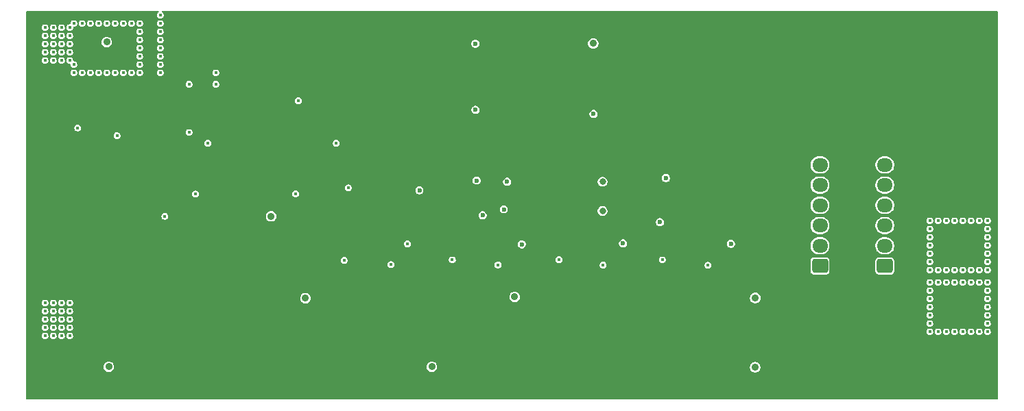
<source format=gbr>
%TF.GenerationSoftware,KiCad,Pcbnew,9.0.6*%
%TF.CreationDate,2025-11-30T01:16:05+01:00*%
%TF.ProjectId,Robobuoy_BMS_S6_V1_0,526f626f-6275-46f7-995f-424d535f5336,rev?*%
%TF.SameCoordinates,Original*%
%TF.FileFunction,Copper,L3,Inr*%
%TF.FilePolarity,Positive*%
%FSLAX46Y46*%
G04 Gerber Fmt 4.6, Leading zero omitted, Abs format (unit mm)*
G04 Created by KiCad (PCBNEW 9.0.6) date 2025-11-30 01:16:05*
%MOMM*%
%LPD*%
G01*
G04 APERTURE LIST*
G04 Aperture macros list*
%AMRoundRect*
0 Rectangle with rounded corners*
0 $1 Rounding radius*
0 $2 $3 $4 $5 $6 $7 $8 $9 X,Y pos of 4 corners*
0 Add a 4 corners polygon primitive as box body*
4,1,4,$2,$3,$4,$5,$6,$7,$8,$9,$2,$3,0*
0 Add four circle primitives for the rounded corners*
1,1,$1+$1,$2,$3*
1,1,$1+$1,$4,$5*
1,1,$1+$1,$6,$7*
1,1,$1+$1,$8,$9*
0 Add four rect primitives between the rounded corners*
20,1,$1+$1,$2,$3,$4,$5,0*
20,1,$1+$1,$4,$5,$6,$7,0*
20,1,$1+$1,$6,$7,$8,$9,0*
20,1,$1+$1,$8,$9,$2,$3,0*%
G04 Aperture macros list end*
%TA.AperFunction,ComponentPad*%
%ADD10RoundRect,0.250000X0.725000X-0.600000X0.725000X0.600000X-0.725000X0.600000X-0.725000X-0.600000X0*%
%TD*%
%TA.AperFunction,ComponentPad*%
%ADD11O,1.950000X1.700000*%
%TD*%
%TA.AperFunction,ViaPad*%
%ADD12C,0.450000*%
%TD*%
%TA.AperFunction,ViaPad*%
%ADD13C,0.900000*%
%TD*%
%TA.AperFunction,ViaPad*%
%ADD14C,0.600000*%
%TD*%
%TA.AperFunction,ViaPad*%
%ADD15C,0.800000*%
%TD*%
G04 APERTURE END LIST*
D10*
%TO.N,VBATT-*%
%TO.C,J102*%
X156000000Y-127500000D03*
D11*
%TO.N,/B1*%
X156000000Y-125000000D03*
%TO.N,/B2*%
X156000000Y-122500000D03*
%TO.N,/B3*%
X156000000Y-120000000D03*
%TO.N,/B4*%
X156000000Y-117500000D03*
%TO.N,/B5*%
X156000000Y-115000000D03*
%TO.N,VBATT+*%
X156000000Y-112500000D03*
%TD*%
D10*
%TO.N,VBATT-*%
%TO.C,J101*%
X148000000Y-127500000D03*
D11*
%TO.N,/B1*%
X148000000Y-125000000D03*
%TO.N,/B2*%
X148000000Y-122500000D03*
%TO.N,/B3*%
X148000000Y-120000000D03*
%TO.N,/B4*%
X148000000Y-117500000D03*
%TO.N,/B5*%
X148000000Y-115000000D03*
%TO.N,VBATT+*%
X148000000Y-112500000D03*
%TD*%
D12*
%TO.N,VBATT-*%
X54356000Y-99060000D03*
X54356000Y-100076000D03*
X163576000Y-121920000D03*
X62992000Y-103632000D03*
X55372000Y-133096000D03*
X161544000Y-135636000D03*
X64008000Y-100584000D03*
X66548000Y-100584000D03*
X168656000Y-135636000D03*
X53340000Y-99060000D03*
X55880000Y-97536000D03*
X161544000Y-134620000D03*
X52324000Y-133096000D03*
X54356000Y-133096000D03*
X168656000Y-121920000D03*
X66548000Y-101600000D03*
X58928000Y-97536000D03*
X52324000Y-102108000D03*
X60960000Y-97536000D03*
X73406000Y-103632000D03*
X64008000Y-103632000D03*
X57912000Y-97536000D03*
X66548000Y-98552000D03*
X164592000Y-135636000D03*
X167640000Y-135636000D03*
X168656000Y-130556000D03*
X168656000Y-128016000D03*
X54356000Y-134112000D03*
X55880000Y-102616000D03*
X166624000Y-129540000D03*
X166624000Y-128016000D03*
X55372000Y-136144000D03*
X64008000Y-99568000D03*
X53340000Y-133096000D03*
X59944000Y-97536000D03*
X55372000Y-134112000D03*
X163576000Y-128016000D03*
X55372000Y-102108000D03*
X162560000Y-135636000D03*
X168656000Y-133604000D03*
X66548000Y-97536000D03*
X52324000Y-101092000D03*
X163576000Y-135636000D03*
X164592000Y-128016000D03*
X62992000Y-97536000D03*
X163576000Y-129540000D03*
X52324000Y-132080000D03*
X64008000Y-102616000D03*
X55372000Y-99060000D03*
X55372000Y-98044000D03*
X168656000Y-129540000D03*
X66548000Y-96520000D03*
X168656000Y-123952000D03*
X54356000Y-102108000D03*
X162560000Y-129540000D03*
X57912000Y-103632000D03*
X53340000Y-132080000D03*
X66548000Y-99568000D03*
X64008000Y-98552000D03*
X164592000Y-121920000D03*
X168656000Y-124968000D03*
X165608000Y-135636000D03*
X55372000Y-101092000D03*
X54356000Y-136144000D03*
X161544000Y-131572000D03*
X161544000Y-123952000D03*
X168656000Y-122936000D03*
X54356000Y-98044000D03*
X168656000Y-131572000D03*
D13*
X80238600Y-121361200D03*
D12*
X55880000Y-103632000D03*
X66548000Y-103632000D03*
X161544000Y-125984000D03*
X168656000Y-127000000D03*
X53340000Y-135128000D03*
X58928000Y-103632000D03*
X52324000Y-136144000D03*
X55372000Y-100076000D03*
X165608000Y-121920000D03*
X54356000Y-132080000D03*
X56896000Y-97536000D03*
X67132200Y-121361200D03*
X167640000Y-129540000D03*
X161544000Y-124968000D03*
X66548000Y-102616000D03*
X164592000Y-129540000D03*
X53340000Y-101092000D03*
X161544000Y-121920000D03*
X166624000Y-135636000D03*
X161544000Y-122936000D03*
X52324000Y-135128000D03*
X166624000Y-121920000D03*
X54356000Y-135128000D03*
X53340000Y-134112000D03*
X165608000Y-128016000D03*
D13*
X59944000Y-99822000D03*
D12*
X168656000Y-125984000D03*
X56896000Y-103632000D03*
X55372000Y-135128000D03*
X61976000Y-97536000D03*
X52324000Y-98044000D03*
X161544000Y-128016000D03*
X161544000Y-132588000D03*
X52324000Y-134112000D03*
X162560000Y-121920000D03*
X167640000Y-128016000D03*
X54356000Y-101092000D03*
X53340000Y-102108000D03*
X161544000Y-129540000D03*
X53340000Y-136144000D03*
X53340000Y-100076000D03*
X53340000Y-98044000D03*
X167640000Y-121920000D03*
X168656000Y-134620000D03*
X162560000Y-128016000D03*
X52324000Y-99060000D03*
X52324000Y-100076000D03*
X161544000Y-127000000D03*
X64008000Y-101600000D03*
X55372000Y-132080000D03*
X165608000Y-129540000D03*
X161544000Y-133604000D03*
X60960000Y-103632000D03*
X61976000Y-103632000D03*
X161544000Y-130556000D03*
X59944000Y-103632000D03*
X64008000Y-97536000D03*
X168656000Y-132588000D03*
%TO.N,VBATT+*%
X161544000Y-115824000D03*
X161544000Y-111760000D03*
X163576000Y-117856000D03*
X161544000Y-114808000D03*
X161544000Y-112776000D03*
X166624000Y-104648000D03*
X168656000Y-117856000D03*
X161544000Y-108712000D03*
X57912000Y-128016000D03*
X57912000Y-124968000D03*
X167640000Y-117856000D03*
X161544000Y-106680000D03*
X59944000Y-123952000D03*
X57912000Y-121920000D03*
X161544000Y-113792000D03*
X56896000Y-125984000D03*
X168656000Y-105664000D03*
X166624000Y-111760000D03*
X165000000Y-107500000D03*
X166624000Y-117856000D03*
X60960000Y-124968000D03*
X161544000Y-116840000D03*
X56896000Y-121920000D03*
X59944000Y-122936000D03*
X57912000Y-123952000D03*
X168656000Y-106680000D03*
X164592000Y-104648000D03*
X56896000Y-124968000D03*
X56896000Y-123952000D03*
X58928000Y-125984000D03*
X161544000Y-110744000D03*
X60960000Y-127000000D03*
X59944000Y-124968000D03*
X58928000Y-122936000D03*
X161544000Y-109728000D03*
X163576000Y-110744000D03*
X166624000Y-110744000D03*
X165000000Y-107500000D03*
X162560000Y-111760000D03*
X164592000Y-111760000D03*
X162560000Y-104648000D03*
X162560000Y-117856000D03*
X165000000Y-107500000D03*
X165608000Y-111760000D03*
X161544000Y-117856000D03*
X168656000Y-107696000D03*
X165608000Y-117856000D03*
X59944000Y-127000000D03*
X165608000Y-110744000D03*
X168656000Y-116840000D03*
X165000000Y-107500000D03*
X57912000Y-127000000D03*
X56896000Y-127000000D03*
X163576000Y-111760000D03*
X161544000Y-107696000D03*
D13*
X160020000Y-100076000D03*
D12*
X165000000Y-107500000D03*
X57912000Y-122936000D03*
X161544000Y-105664000D03*
X60960000Y-125984000D03*
X168656000Y-111760000D03*
D13*
X136486064Y-126556336D03*
D12*
X58928000Y-124968000D03*
X164592000Y-110744000D03*
X57912000Y-125984000D03*
X162560000Y-110744000D03*
X58928000Y-127000000D03*
X163576000Y-104648000D03*
X168656000Y-114808000D03*
X60960000Y-122936000D03*
X56896000Y-122936000D03*
X167640000Y-111760000D03*
X164592000Y-117856000D03*
X168656000Y-113792000D03*
X56896000Y-128016000D03*
X167640000Y-104648000D03*
X168656000Y-104648000D03*
X168656000Y-109728000D03*
X165608000Y-104648000D03*
X58928000Y-123952000D03*
X168656000Y-108712000D03*
X168656000Y-112776000D03*
X168656000Y-110744000D03*
X168656000Y-115824000D03*
X59944000Y-125984000D03*
X60960000Y-123952000D03*
X161544000Y-104648000D03*
%TO.N,/Curren-Overcharge-Protection/OC*%
X83616800Y-107086400D03*
X89763600Y-117856000D03*
%TO.N,Net-(Q209-G)*%
X83261200Y-118567200D03*
X70910800Y-118612000D03*
D13*
%TO.N,/B5*%
X140000000Y-140000000D03*
D14*
X128230203Y-122083939D03*
X128981400Y-116636600D03*
D13*
X140004800Y-131445000D03*
D12*
X134169557Y-127426917D03*
X128524000Y-126746000D03*
%TO.N,/B4*%
X115773200Y-126720600D03*
D14*
X137007600Y-124764800D03*
D13*
X120000000Y-99999998D03*
D14*
X120040400Y-108712000D03*
D15*
X121158000Y-117094000D03*
X121158000Y-120700800D03*
D12*
X121234200Y-127381000D03*
D13*
%TO.N,/B3*%
X100076000Y-139954000D03*
X110312200Y-131318000D03*
D14*
X109372400Y-117094000D03*
D12*
X108238000Y-127355600D03*
X102610000Y-126736000D03*
D14*
X108966000Y-120497600D03*
X123672600Y-124714000D03*
%TO.N,/B2*%
X105613200Y-116941600D03*
D12*
X89255600Y-126796800D03*
D14*
X105460800Y-100025200D03*
X111188500Y-124828300D03*
D12*
X95030000Y-127330200D03*
D14*
X106349800Y-121234200D03*
X105460800Y-108204000D03*
D13*
%TO.N,/B1*%
X84480400Y-131470400D03*
D14*
X98552000Y-118160800D03*
D13*
X60198000Y-139954000D03*
D12*
X97078800Y-124764800D03*
%TO.N,Net-(D108-K)*%
X73406000Y-105029000D03*
X70104000Y-110998000D03*
X70104000Y-105029000D03*
%TO.N,/Curren-Overcharge-Protection/Vtrip*%
X72440800Y-112318800D03*
X88290400Y-112318800D03*
%TO.N,Net-(Q205-G)*%
X56362600Y-110439200D03*
X61214000Y-111404400D03*
%TD*%
%TA.AperFunction,Conductor*%
%TO.N,VBATT+*%
G36*
X66355634Y-96032174D02*
G01*
X66377308Y-96084500D01*
X66355634Y-96136826D01*
X66340308Y-96148586D01*
X66286736Y-96179515D01*
X66207515Y-96258736D01*
X66151499Y-96355758D01*
X66151495Y-96355767D01*
X66122500Y-96463979D01*
X66122500Y-96576020D01*
X66151495Y-96684232D01*
X66151496Y-96684235D01*
X66151497Y-96684237D01*
X66207515Y-96781263D01*
X66286737Y-96860485D01*
X66383763Y-96916503D01*
X66491979Y-96945499D01*
X66491980Y-96945500D01*
X66491982Y-96945500D01*
X66604020Y-96945500D01*
X66604020Y-96945499D01*
X66712237Y-96916503D01*
X66809263Y-96860485D01*
X66888485Y-96781263D01*
X66944503Y-96684237D01*
X66973499Y-96576020D01*
X66973500Y-96576020D01*
X66973500Y-96463980D01*
X66973499Y-96463979D01*
X66944504Y-96355767D01*
X66944503Y-96355763D01*
X66888485Y-96258737D01*
X66809263Y-96179515D01*
X66755691Y-96148585D01*
X66721214Y-96103653D01*
X66728606Y-96047500D01*
X66773539Y-96013022D01*
X66792692Y-96010500D01*
X169915500Y-96010500D01*
X169967826Y-96032174D01*
X169989500Y-96084500D01*
X169989500Y-143915500D01*
X169967826Y-143967826D01*
X169915500Y-143989500D01*
X50084500Y-143989500D01*
X50032174Y-143967826D01*
X50010500Y-143915500D01*
X50010500Y-139889932D01*
X59547500Y-139889932D01*
X59547500Y-140018067D01*
X59572497Y-140143739D01*
X59572498Y-140143742D01*
X59572499Y-140143744D01*
X59621535Y-140262127D01*
X59692724Y-140368669D01*
X59783331Y-140459276D01*
X59889873Y-140530465D01*
X60008256Y-140579501D01*
X60008258Y-140579501D01*
X60008260Y-140579502D01*
X60050903Y-140587984D01*
X60133931Y-140604500D01*
X60133933Y-140604500D01*
X60262067Y-140604500D01*
X60262069Y-140604500D01*
X60387744Y-140579501D01*
X60506127Y-140530465D01*
X60612669Y-140459276D01*
X60703276Y-140368669D01*
X60774465Y-140262127D01*
X60823501Y-140143744D01*
X60848500Y-140018069D01*
X60848500Y-139889932D01*
X99425500Y-139889932D01*
X99425500Y-140018067D01*
X99450497Y-140143739D01*
X99450498Y-140143742D01*
X99450499Y-140143744D01*
X99499535Y-140262127D01*
X99570724Y-140368669D01*
X99661331Y-140459276D01*
X99767873Y-140530465D01*
X99886256Y-140579501D01*
X99886258Y-140579501D01*
X99886260Y-140579502D01*
X99928903Y-140587984D01*
X100011931Y-140604500D01*
X100011933Y-140604500D01*
X100140067Y-140604500D01*
X100140069Y-140604500D01*
X100265744Y-140579501D01*
X100384127Y-140530465D01*
X100490669Y-140459276D01*
X100581276Y-140368669D01*
X100652465Y-140262127D01*
X100701501Y-140143744D01*
X100726500Y-140018069D01*
X100726500Y-139935932D01*
X139349500Y-139935932D01*
X139349500Y-140064067D01*
X139374497Y-140189739D01*
X139374498Y-140189742D01*
X139374499Y-140189744D01*
X139423535Y-140308127D01*
X139494724Y-140414669D01*
X139585331Y-140505276D01*
X139691873Y-140576465D01*
X139810256Y-140625501D01*
X139810258Y-140625501D01*
X139810260Y-140625502D01*
X139852903Y-140633984D01*
X139935931Y-140650500D01*
X139935933Y-140650500D01*
X140064067Y-140650500D01*
X140064069Y-140650500D01*
X140189744Y-140625501D01*
X140308127Y-140576465D01*
X140414669Y-140505276D01*
X140505276Y-140414669D01*
X140576465Y-140308127D01*
X140625501Y-140189744D01*
X140650500Y-140064069D01*
X140650500Y-139935931D01*
X140625501Y-139810256D01*
X140576465Y-139691873D01*
X140505276Y-139585331D01*
X140414669Y-139494724D01*
X140308127Y-139423535D01*
X140308124Y-139423533D01*
X140308123Y-139423533D01*
X140189742Y-139374498D01*
X140189739Y-139374497D01*
X140099696Y-139356586D01*
X140064069Y-139349500D01*
X139935931Y-139349500D01*
X139904726Y-139355707D01*
X139810260Y-139374497D01*
X139810257Y-139374498D01*
X139691876Y-139423533D01*
X139585331Y-139494723D01*
X139585330Y-139494725D01*
X139494725Y-139585330D01*
X139494723Y-139585331D01*
X139423533Y-139691876D01*
X139374498Y-139810257D01*
X139374497Y-139810260D01*
X139349500Y-139935932D01*
X100726500Y-139935932D01*
X100726500Y-139889931D01*
X100701501Y-139764256D01*
X100652465Y-139645873D01*
X100581276Y-139539331D01*
X100490669Y-139448724D01*
X100384127Y-139377535D01*
X100384124Y-139377533D01*
X100384123Y-139377533D01*
X100265742Y-139328498D01*
X100265739Y-139328497D01*
X100175696Y-139310586D01*
X100140069Y-139303500D01*
X100011931Y-139303500D01*
X99980726Y-139309707D01*
X99886260Y-139328497D01*
X99886257Y-139328498D01*
X99767876Y-139377533D01*
X99661331Y-139448723D01*
X99661330Y-139448725D01*
X99570725Y-139539330D01*
X99570723Y-139539331D01*
X99499533Y-139645876D01*
X99450498Y-139764257D01*
X99450497Y-139764260D01*
X99425500Y-139889932D01*
X60848500Y-139889932D01*
X60848500Y-139889931D01*
X60823501Y-139764256D01*
X60774465Y-139645873D01*
X60703276Y-139539331D01*
X60612669Y-139448724D01*
X60506127Y-139377535D01*
X60506124Y-139377533D01*
X60506123Y-139377533D01*
X60387742Y-139328498D01*
X60387739Y-139328497D01*
X60297696Y-139310586D01*
X60262069Y-139303500D01*
X60133931Y-139303500D01*
X60102726Y-139309707D01*
X60008260Y-139328497D01*
X60008257Y-139328498D01*
X59889876Y-139377533D01*
X59783331Y-139448723D01*
X59783330Y-139448725D01*
X59692725Y-139539330D01*
X59692723Y-139539331D01*
X59621533Y-139645876D01*
X59572498Y-139764257D01*
X59572497Y-139764260D01*
X59547500Y-139889932D01*
X50010500Y-139889932D01*
X50010500Y-136087979D01*
X51898500Y-136087979D01*
X51898500Y-136200020D01*
X51927495Y-136308232D01*
X51927496Y-136308235D01*
X51927497Y-136308237D01*
X51983515Y-136405263D01*
X52062737Y-136484485D01*
X52159763Y-136540503D01*
X52267979Y-136569499D01*
X52267980Y-136569500D01*
X52267982Y-136569500D01*
X52380020Y-136569500D01*
X52380020Y-136569499D01*
X52488237Y-136540503D01*
X52585263Y-136484485D01*
X52664485Y-136405263D01*
X52720503Y-136308237D01*
X52749499Y-136200020D01*
X52749500Y-136200020D01*
X52749500Y-136087980D01*
X52749499Y-136087979D01*
X52914500Y-136087979D01*
X52914500Y-136200020D01*
X52943495Y-136308232D01*
X52943496Y-136308235D01*
X52943497Y-136308237D01*
X52999515Y-136405263D01*
X53078737Y-136484485D01*
X53175763Y-136540503D01*
X53283979Y-136569499D01*
X53283980Y-136569500D01*
X53283982Y-136569500D01*
X53396020Y-136569500D01*
X53396020Y-136569499D01*
X53504237Y-136540503D01*
X53601263Y-136484485D01*
X53680485Y-136405263D01*
X53736503Y-136308237D01*
X53765499Y-136200020D01*
X53765500Y-136200020D01*
X53765500Y-136087980D01*
X53765499Y-136087979D01*
X53930500Y-136087979D01*
X53930500Y-136200020D01*
X53959495Y-136308232D01*
X53959496Y-136308235D01*
X53959497Y-136308237D01*
X54015515Y-136405263D01*
X54094737Y-136484485D01*
X54191763Y-136540503D01*
X54299979Y-136569499D01*
X54299980Y-136569500D01*
X54299982Y-136569500D01*
X54412020Y-136569500D01*
X54412020Y-136569499D01*
X54520237Y-136540503D01*
X54617263Y-136484485D01*
X54696485Y-136405263D01*
X54752503Y-136308237D01*
X54781499Y-136200020D01*
X54781500Y-136200020D01*
X54781500Y-136087980D01*
X54781499Y-136087979D01*
X54946500Y-136087979D01*
X54946500Y-136200020D01*
X54975495Y-136308232D01*
X54975496Y-136308235D01*
X54975497Y-136308237D01*
X55031515Y-136405263D01*
X55110737Y-136484485D01*
X55207763Y-136540503D01*
X55315979Y-136569499D01*
X55315980Y-136569500D01*
X55315982Y-136569500D01*
X55428020Y-136569500D01*
X55428020Y-136569499D01*
X55536237Y-136540503D01*
X55633263Y-136484485D01*
X55712485Y-136405263D01*
X55768503Y-136308237D01*
X55797499Y-136200020D01*
X55797500Y-136200020D01*
X55797500Y-136087980D01*
X55797499Y-136087979D01*
X55782634Y-136032503D01*
X55768503Y-135979763D01*
X55712485Y-135882737D01*
X55633263Y-135803515D01*
X55627577Y-135800232D01*
X55536241Y-135747499D01*
X55536232Y-135747495D01*
X55428020Y-135718500D01*
X55428018Y-135718500D01*
X55315982Y-135718500D01*
X55315980Y-135718500D01*
X55207767Y-135747495D01*
X55207758Y-135747499D01*
X55110736Y-135803515D01*
X55031515Y-135882736D01*
X54975499Y-135979758D01*
X54975495Y-135979767D01*
X54946500Y-136087979D01*
X54781499Y-136087979D01*
X54766634Y-136032503D01*
X54752503Y-135979763D01*
X54696485Y-135882737D01*
X54617263Y-135803515D01*
X54611577Y-135800232D01*
X54520241Y-135747499D01*
X54520232Y-135747495D01*
X54412020Y-135718500D01*
X54412018Y-135718500D01*
X54299982Y-135718500D01*
X54299980Y-135718500D01*
X54191767Y-135747495D01*
X54191758Y-135747499D01*
X54094736Y-135803515D01*
X54015515Y-135882736D01*
X53959499Y-135979758D01*
X53959495Y-135979767D01*
X53930500Y-136087979D01*
X53765499Y-136087979D01*
X53750634Y-136032503D01*
X53736503Y-135979763D01*
X53680485Y-135882737D01*
X53601263Y-135803515D01*
X53595577Y-135800232D01*
X53504241Y-135747499D01*
X53504232Y-135747495D01*
X53396020Y-135718500D01*
X53396018Y-135718500D01*
X53283982Y-135718500D01*
X53283980Y-135718500D01*
X53175767Y-135747495D01*
X53175758Y-135747499D01*
X53078736Y-135803515D01*
X52999515Y-135882736D01*
X52943499Y-135979758D01*
X52943495Y-135979767D01*
X52914500Y-136087979D01*
X52749499Y-136087979D01*
X52734634Y-136032503D01*
X52720503Y-135979763D01*
X52664485Y-135882737D01*
X52585263Y-135803515D01*
X52579577Y-135800232D01*
X52488241Y-135747499D01*
X52488232Y-135747495D01*
X52380020Y-135718500D01*
X52380018Y-135718500D01*
X52267982Y-135718500D01*
X52267980Y-135718500D01*
X52159767Y-135747495D01*
X52159758Y-135747499D01*
X52062736Y-135803515D01*
X51983515Y-135882736D01*
X51927499Y-135979758D01*
X51927495Y-135979767D01*
X51898500Y-136087979D01*
X50010500Y-136087979D01*
X50010500Y-135579979D01*
X161118500Y-135579979D01*
X161118500Y-135692020D01*
X161147495Y-135800232D01*
X161147499Y-135800241D01*
X161195128Y-135882736D01*
X161203515Y-135897263D01*
X161282737Y-135976485D01*
X161379763Y-136032503D01*
X161487979Y-136061499D01*
X161487980Y-136061500D01*
X161487982Y-136061500D01*
X161600020Y-136061500D01*
X161600020Y-136061499D01*
X161708237Y-136032503D01*
X161805263Y-135976485D01*
X161884485Y-135897263D01*
X161940503Y-135800237D01*
X161969499Y-135692020D01*
X161969500Y-135692020D01*
X161969500Y-135579980D01*
X161969499Y-135579979D01*
X162134500Y-135579979D01*
X162134500Y-135692020D01*
X162163495Y-135800232D01*
X162163499Y-135800241D01*
X162211128Y-135882736D01*
X162219515Y-135897263D01*
X162298737Y-135976485D01*
X162395763Y-136032503D01*
X162503979Y-136061499D01*
X162503980Y-136061500D01*
X162503982Y-136061500D01*
X162616020Y-136061500D01*
X162616020Y-136061499D01*
X162724237Y-136032503D01*
X162821263Y-135976485D01*
X162900485Y-135897263D01*
X162956503Y-135800237D01*
X162985499Y-135692020D01*
X162985500Y-135692020D01*
X162985500Y-135579980D01*
X162985499Y-135579979D01*
X163150500Y-135579979D01*
X163150500Y-135692020D01*
X163179495Y-135800232D01*
X163179499Y-135800241D01*
X163227128Y-135882736D01*
X163235515Y-135897263D01*
X163314737Y-135976485D01*
X163411763Y-136032503D01*
X163519979Y-136061499D01*
X163519980Y-136061500D01*
X163519982Y-136061500D01*
X163632020Y-136061500D01*
X163632020Y-136061499D01*
X163740237Y-136032503D01*
X163837263Y-135976485D01*
X163916485Y-135897263D01*
X163972503Y-135800237D01*
X164001499Y-135692020D01*
X164001500Y-135692020D01*
X164001500Y-135579980D01*
X164001499Y-135579979D01*
X164166500Y-135579979D01*
X164166500Y-135692020D01*
X164195495Y-135800232D01*
X164195499Y-135800241D01*
X164243128Y-135882736D01*
X164251515Y-135897263D01*
X164330737Y-135976485D01*
X164427763Y-136032503D01*
X164535979Y-136061499D01*
X164535980Y-136061500D01*
X164535982Y-136061500D01*
X164648020Y-136061500D01*
X164648020Y-136061499D01*
X164756237Y-136032503D01*
X164853263Y-135976485D01*
X164932485Y-135897263D01*
X164988503Y-135800237D01*
X165017499Y-135692020D01*
X165017500Y-135692020D01*
X165017500Y-135579980D01*
X165017499Y-135579979D01*
X165182500Y-135579979D01*
X165182500Y-135692020D01*
X165211495Y-135800232D01*
X165211499Y-135800241D01*
X165259128Y-135882736D01*
X165267515Y-135897263D01*
X165346737Y-135976485D01*
X165443763Y-136032503D01*
X165551979Y-136061499D01*
X165551980Y-136061500D01*
X165551982Y-136061500D01*
X165664020Y-136061500D01*
X165664020Y-136061499D01*
X165772237Y-136032503D01*
X165869263Y-135976485D01*
X165948485Y-135897263D01*
X166004503Y-135800237D01*
X166033499Y-135692020D01*
X166033500Y-135692020D01*
X166033500Y-135579980D01*
X166033499Y-135579979D01*
X166198500Y-135579979D01*
X166198500Y-135692020D01*
X166227495Y-135800232D01*
X166227499Y-135800241D01*
X166275128Y-135882736D01*
X166283515Y-135897263D01*
X166362737Y-135976485D01*
X166459763Y-136032503D01*
X166567979Y-136061499D01*
X166567980Y-136061500D01*
X166567982Y-136061500D01*
X166680020Y-136061500D01*
X166680020Y-136061499D01*
X166788237Y-136032503D01*
X166885263Y-135976485D01*
X166964485Y-135897263D01*
X167020503Y-135800237D01*
X167049499Y-135692020D01*
X167049500Y-135692020D01*
X167049500Y-135579980D01*
X167049499Y-135579979D01*
X167214500Y-135579979D01*
X167214500Y-135692020D01*
X167243495Y-135800232D01*
X167243499Y-135800241D01*
X167291128Y-135882736D01*
X167299515Y-135897263D01*
X167378737Y-135976485D01*
X167475763Y-136032503D01*
X167583979Y-136061499D01*
X167583980Y-136061500D01*
X167583982Y-136061500D01*
X167696020Y-136061500D01*
X167696020Y-136061499D01*
X167804237Y-136032503D01*
X167901263Y-135976485D01*
X167980485Y-135897263D01*
X168036503Y-135800237D01*
X168065499Y-135692020D01*
X168065500Y-135692020D01*
X168065500Y-135579980D01*
X168065499Y-135579979D01*
X168230500Y-135579979D01*
X168230500Y-135692020D01*
X168259495Y-135800232D01*
X168259499Y-135800241D01*
X168307128Y-135882736D01*
X168315515Y-135897263D01*
X168394737Y-135976485D01*
X168491763Y-136032503D01*
X168599979Y-136061499D01*
X168599980Y-136061500D01*
X168599982Y-136061500D01*
X168712020Y-136061500D01*
X168712020Y-136061499D01*
X168820237Y-136032503D01*
X168917263Y-135976485D01*
X168996485Y-135897263D01*
X169052503Y-135800237D01*
X169081499Y-135692020D01*
X169081500Y-135692020D01*
X169081500Y-135579980D01*
X169081499Y-135579979D01*
X169066634Y-135524503D01*
X169052503Y-135471763D01*
X168996485Y-135374737D01*
X168917263Y-135295515D01*
X168911577Y-135292232D01*
X168820241Y-135239499D01*
X168820232Y-135239495D01*
X168712020Y-135210500D01*
X168712018Y-135210500D01*
X168599982Y-135210500D01*
X168599980Y-135210500D01*
X168491767Y-135239495D01*
X168491758Y-135239499D01*
X168394736Y-135295515D01*
X168315515Y-135374736D01*
X168259499Y-135471758D01*
X168259495Y-135471767D01*
X168230500Y-135579979D01*
X168065499Y-135579979D01*
X168050634Y-135524503D01*
X168036503Y-135471763D01*
X167980485Y-135374737D01*
X167901263Y-135295515D01*
X167895577Y-135292232D01*
X167804241Y-135239499D01*
X167804232Y-135239495D01*
X167696020Y-135210500D01*
X167696018Y-135210500D01*
X167583982Y-135210500D01*
X167583980Y-135210500D01*
X167475767Y-135239495D01*
X167475758Y-135239499D01*
X167378736Y-135295515D01*
X167299515Y-135374736D01*
X167243499Y-135471758D01*
X167243495Y-135471767D01*
X167214500Y-135579979D01*
X167049499Y-135579979D01*
X167034634Y-135524503D01*
X167020503Y-135471763D01*
X166964485Y-135374737D01*
X166885263Y-135295515D01*
X166879577Y-135292232D01*
X166788241Y-135239499D01*
X166788232Y-135239495D01*
X166680020Y-135210500D01*
X166680018Y-135210500D01*
X166567982Y-135210500D01*
X166567980Y-135210500D01*
X166459767Y-135239495D01*
X166459758Y-135239499D01*
X166362736Y-135295515D01*
X166283515Y-135374736D01*
X166227499Y-135471758D01*
X166227495Y-135471767D01*
X166198500Y-135579979D01*
X166033499Y-135579979D01*
X166018634Y-135524503D01*
X166004503Y-135471763D01*
X165948485Y-135374737D01*
X165869263Y-135295515D01*
X165863577Y-135292232D01*
X165772241Y-135239499D01*
X165772232Y-135239495D01*
X165664020Y-135210500D01*
X165664018Y-135210500D01*
X165551982Y-135210500D01*
X165551980Y-135210500D01*
X165443767Y-135239495D01*
X165443758Y-135239499D01*
X165346736Y-135295515D01*
X165267515Y-135374736D01*
X165211499Y-135471758D01*
X165211495Y-135471767D01*
X165182500Y-135579979D01*
X165017499Y-135579979D01*
X165002634Y-135524503D01*
X164988503Y-135471763D01*
X164932485Y-135374737D01*
X164853263Y-135295515D01*
X164847577Y-135292232D01*
X164756241Y-135239499D01*
X164756232Y-135239495D01*
X164648020Y-135210500D01*
X164648018Y-135210500D01*
X164535982Y-135210500D01*
X164535980Y-135210500D01*
X164427767Y-135239495D01*
X164427758Y-135239499D01*
X164330736Y-135295515D01*
X164251515Y-135374736D01*
X164195499Y-135471758D01*
X164195495Y-135471767D01*
X164166500Y-135579979D01*
X164001499Y-135579979D01*
X163986634Y-135524503D01*
X163972503Y-135471763D01*
X163916485Y-135374737D01*
X163837263Y-135295515D01*
X163831577Y-135292232D01*
X163740241Y-135239499D01*
X163740232Y-135239495D01*
X163632020Y-135210500D01*
X163632018Y-135210500D01*
X163519982Y-135210500D01*
X163519980Y-135210500D01*
X163411767Y-135239495D01*
X163411758Y-135239499D01*
X163314736Y-135295515D01*
X163235515Y-135374736D01*
X163179499Y-135471758D01*
X163179495Y-135471767D01*
X163150500Y-135579979D01*
X162985499Y-135579979D01*
X162970634Y-135524503D01*
X162956503Y-135471763D01*
X162900485Y-135374737D01*
X162821263Y-135295515D01*
X162815577Y-135292232D01*
X162724241Y-135239499D01*
X162724232Y-135239495D01*
X162616020Y-135210500D01*
X162616018Y-135210500D01*
X162503982Y-135210500D01*
X162503980Y-135210500D01*
X162395767Y-135239495D01*
X162395758Y-135239499D01*
X162298736Y-135295515D01*
X162219515Y-135374736D01*
X162163499Y-135471758D01*
X162163495Y-135471767D01*
X162134500Y-135579979D01*
X161969499Y-135579979D01*
X161954634Y-135524503D01*
X161940503Y-135471763D01*
X161884485Y-135374737D01*
X161805263Y-135295515D01*
X161799577Y-135292232D01*
X161708241Y-135239499D01*
X161708232Y-135239495D01*
X161600020Y-135210500D01*
X161600018Y-135210500D01*
X161487982Y-135210500D01*
X161487980Y-135210500D01*
X161379767Y-135239495D01*
X161379758Y-135239499D01*
X161282736Y-135295515D01*
X161203515Y-135374736D01*
X161147499Y-135471758D01*
X161147495Y-135471767D01*
X161118500Y-135579979D01*
X50010500Y-135579979D01*
X50010500Y-135071979D01*
X51898500Y-135071979D01*
X51898500Y-135184020D01*
X51927495Y-135292232D01*
X51927499Y-135292241D01*
X51975128Y-135374736D01*
X51983515Y-135389263D01*
X52062737Y-135468485D01*
X52159763Y-135524503D01*
X52267979Y-135553499D01*
X52267980Y-135553500D01*
X52267982Y-135553500D01*
X52380020Y-135553500D01*
X52380020Y-135553499D01*
X52488237Y-135524503D01*
X52585263Y-135468485D01*
X52664485Y-135389263D01*
X52720503Y-135292237D01*
X52749499Y-135184020D01*
X52749500Y-135184020D01*
X52749500Y-135071980D01*
X52749499Y-135071979D01*
X52914500Y-135071979D01*
X52914500Y-135184020D01*
X52943495Y-135292232D01*
X52943499Y-135292241D01*
X52991128Y-135374736D01*
X52999515Y-135389263D01*
X53078737Y-135468485D01*
X53175763Y-135524503D01*
X53283979Y-135553499D01*
X53283980Y-135553500D01*
X53283982Y-135553500D01*
X53396020Y-135553500D01*
X53396020Y-135553499D01*
X53504237Y-135524503D01*
X53601263Y-135468485D01*
X53680485Y-135389263D01*
X53736503Y-135292237D01*
X53765499Y-135184020D01*
X53765500Y-135184020D01*
X53765500Y-135071980D01*
X53765499Y-135071979D01*
X53930500Y-135071979D01*
X53930500Y-135184020D01*
X53959495Y-135292232D01*
X53959499Y-135292241D01*
X54007128Y-135374736D01*
X54015515Y-135389263D01*
X54094737Y-135468485D01*
X54191763Y-135524503D01*
X54299979Y-135553499D01*
X54299980Y-135553500D01*
X54299982Y-135553500D01*
X54412020Y-135553500D01*
X54412020Y-135553499D01*
X54520237Y-135524503D01*
X54617263Y-135468485D01*
X54696485Y-135389263D01*
X54752503Y-135292237D01*
X54781499Y-135184020D01*
X54781500Y-135184020D01*
X54781500Y-135071980D01*
X54781499Y-135071979D01*
X54946500Y-135071979D01*
X54946500Y-135184020D01*
X54975495Y-135292232D01*
X54975499Y-135292241D01*
X55023128Y-135374736D01*
X55031515Y-135389263D01*
X55110737Y-135468485D01*
X55207763Y-135524503D01*
X55315979Y-135553499D01*
X55315980Y-135553500D01*
X55315982Y-135553500D01*
X55428020Y-135553500D01*
X55428020Y-135553499D01*
X55536237Y-135524503D01*
X55633263Y-135468485D01*
X55712485Y-135389263D01*
X55768503Y-135292237D01*
X55797499Y-135184020D01*
X55797500Y-135184020D01*
X55797500Y-135071980D01*
X55797499Y-135071979D01*
X55782634Y-135016503D01*
X55768503Y-134963763D01*
X55712485Y-134866737D01*
X55633263Y-134787515D01*
X55627577Y-134784232D01*
X55536241Y-134731499D01*
X55536232Y-134731495D01*
X55428020Y-134702500D01*
X55428018Y-134702500D01*
X55315982Y-134702500D01*
X55315980Y-134702500D01*
X55207767Y-134731495D01*
X55207758Y-134731499D01*
X55110736Y-134787515D01*
X55031515Y-134866736D01*
X54975499Y-134963758D01*
X54975495Y-134963767D01*
X54946500Y-135071979D01*
X54781499Y-135071979D01*
X54766634Y-135016503D01*
X54752503Y-134963763D01*
X54696485Y-134866737D01*
X54617263Y-134787515D01*
X54611577Y-134784232D01*
X54520241Y-134731499D01*
X54520232Y-134731495D01*
X54412020Y-134702500D01*
X54412018Y-134702500D01*
X54299982Y-134702500D01*
X54299980Y-134702500D01*
X54191767Y-134731495D01*
X54191758Y-134731499D01*
X54094736Y-134787515D01*
X54015515Y-134866736D01*
X53959499Y-134963758D01*
X53959495Y-134963767D01*
X53930500Y-135071979D01*
X53765499Y-135071979D01*
X53750634Y-135016503D01*
X53736503Y-134963763D01*
X53680485Y-134866737D01*
X53601263Y-134787515D01*
X53595577Y-134784232D01*
X53504241Y-134731499D01*
X53504232Y-134731495D01*
X53396020Y-134702500D01*
X53396018Y-134702500D01*
X53283982Y-134702500D01*
X53283980Y-134702500D01*
X53175767Y-134731495D01*
X53175758Y-134731499D01*
X53078736Y-134787515D01*
X52999515Y-134866736D01*
X52943499Y-134963758D01*
X52943495Y-134963767D01*
X52914500Y-135071979D01*
X52749499Y-135071979D01*
X52734634Y-135016503D01*
X52720503Y-134963763D01*
X52664485Y-134866737D01*
X52585263Y-134787515D01*
X52579577Y-134784232D01*
X52488241Y-134731499D01*
X52488232Y-134731495D01*
X52380020Y-134702500D01*
X52380018Y-134702500D01*
X52267982Y-134702500D01*
X52267980Y-134702500D01*
X52159767Y-134731495D01*
X52159758Y-134731499D01*
X52062736Y-134787515D01*
X51983515Y-134866736D01*
X51927499Y-134963758D01*
X51927495Y-134963767D01*
X51898500Y-135071979D01*
X50010500Y-135071979D01*
X50010500Y-134563979D01*
X161118500Y-134563979D01*
X161118500Y-134676020D01*
X161147495Y-134784232D01*
X161147499Y-134784241D01*
X161195128Y-134866736D01*
X161203515Y-134881263D01*
X161282737Y-134960485D01*
X161379763Y-135016503D01*
X161487979Y-135045499D01*
X161487980Y-135045500D01*
X161487982Y-135045500D01*
X161600020Y-135045500D01*
X161600020Y-135045499D01*
X161708237Y-135016503D01*
X161805263Y-134960485D01*
X161884485Y-134881263D01*
X161940503Y-134784237D01*
X161969499Y-134676020D01*
X161969500Y-134676020D01*
X161969500Y-134563980D01*
X161969499Y-134563979D01*
X168230500Y-134563979D01*
X168230500Y-134676020D01*
X168259495Y-134784232D01*
X168259499Y-134784241D01*
X168307128Y-134866736D01*
X168315515Y-134881263D01*
X168394737Y-134960485D01*
X168491763Y-135016503D01*
X168599979Y-135045499D01*
X168599980Y-135045500D01*
X168599982Y-135045500D01*
X168712020Y-135045500D01*
X168712020Y-135045499D01*
X168820237Y-135016503D01*
X168917263Y-134960485D01*
X168996485Y-134881263D01*
X169052503Y-134784237D01*
X169081499Y-134676020D01*
X169081500Y-134676020D01*
X169081500Y-134563980D01*
X169081499Y-134563979D01*
X169066634Y-134508503D01*
X169052503Y-134455763D01*
X168996485Y-134358737D01*
X168917263Y-134279515D01*
X168911577Y-134276232D01*
X168820241Y-134223499D01*
X168820232Y-134223495D01*
X168712020Y-134194500D01*
X168712018Y-134194500D01*
X168599982Y-134194500D01*
X168599980Y-134194500D01*
X168491767Y-134223495D01*
X168491758Y-134223499D01*
X168394736Y-134279515D01*
X168315515Y-134358736D01*
X168259499Y-134455758D01*
X168259495Y-134455767D01*
X168230500Y-134563979D01*
X161969499Y-134563979D01*
X161954634Y-134508503D01*
X161940503Y-134455763D01*
X161884485Y-134358737D01*
X161805263Y-134279515D01*
X161799577Y-134276232D01*
X161708241Y-134223499D01*
X161708232Y-134223495D01*
X161600020Y-134194500D01*
X161600018Y-134194500D01*
X161487982Y-134194500D01*
X161487980Y-134194500D01*
X161379767Y-134223495D01*
X161379758Y-134223499D01*
X161282736Y-134279515D01*
X161203515Y-134358736D01*
X161147499Y-134455758D01*
X161147495Y-134455767D01*
X161118500Y-134563979D01*
X50010500Y-134563979D01*
X50010500Y-134055979D01*
X51898500Y-134055979D01*
X51898500Y-134168020D01*
X51927495Y-134276232D01*
X51927499Y-134276241D01*
X51975128Y-134358736D01*
X51983515Y-134373263D01*
X52062737Y-134452485D01*
X52159763Y-134508503D01*
X52267979Y-134537499D01*
X52267980Y-134537500D01*
X52267982Y-134537500D01*
X52380020Y-134537500D01*
X52380020Y-134537499D01*
X52488237Y-134508503D01*
X52585263Y-134452485D01*
X52664485Y-134373263D01*
X52720503Y-134276237D01*
X52749499Y-134168020D01*
X52749500Y-134168020D01*
X52749500Y-134055980D01*
X52749499Y-134055979D01*
X52914500Y-134055979D01*
X52914500Y-134168020D01*
X52943495Y-134276232D01*
X52943499Y-134276241D01*
X52991128Y-134358736D01*
X52999515Y-134373263D01*
X53078737Y-134452485D01*
X53175763Y-134508503D01*
X53283979Y-134537499D01*
X53283980Y-134537500D01*
X53283982Y-134537500D01*
X53396020Y-134537500D01*
X53396020Y-134537499D01*
X53504237Y-134508503D01*
X53601263Y-134452485D01*
X53680485Y-134373263D01*
X53736503Y-134276237D01*
X53765499Y-134168020D01*
X53765500Y-134168020D01*
X53765500Y-134055980D01*
X53765499Y-134055979D01*
X53930500Y-134055979D01*
X53930500Y-134168020D01*
X53959495Y-134276232D01*
X53959499Y-134276241D01*
X54007128Y-134358736D01*
X54015515Y-134373263D01*
X54094737Y-134452485D01*
X54191763Y-134508503D01*
X54299979Y-134537499D01*
X54299980Y-134537500D01*
X54299982Y-134537500D01*
X54412020Y-134537500D01*
X54412020Y-134537499D01*
X54520237Y-134508503D01*
X54617263Y-134452485D01*
X54696485Y-134373263D01*
X54752503Y-134276237D01*
X54781499Y-134168020D01*
X54781500Y-134168020D01*
X54781500Y-134055980D01*
X54781499Y-134055979D01*
X54946500Y-134055979D01*
X54946500Y-134168020D01*
X54975495Y-134276232D01*
X54975499Y-134276241D01*
X55023128Y-134358736D01*
X55031515Y-134373263D01*
X55110737Y-134452485D01*
X55207763Y-134508503D01*
X55315979Y-134537499D01*
X55315980Y-134537500D01*
X55315982Y-134537500D01*
X55428020Y-134537500D01*
X55428020Y-134537499D01*
X55536237Y-134508503D01*
X55633263Y-134452485D01*
X55712485Y-134373263D01*
X55768503Y-134276237D01*
X55797499Y-134168020D01*
X55797500Y-134168020D01*
X55797500Y-134055980D01*
X55797499Y-134055979D01*
X55782634Y-134000503D01*
X55768503Y-133947763D01*
X55712485Y-133850737D01*
X55633263Y-133771515D01*
X55627577Y-133768232D01*
X55536241Y-133715499D01*
X55536232Y-133715495D01*
X55428020Y-133686500D01*
X55428018Y-133686500D01*
X55315982Y-133686500D01*
X55315980Y-133686500D01*
X55207767Y-133715495D01*
X55207758Y-133715499D01*
X55110736Y-133771515D01*
X55031515Y-133850736D01*
X54975499Y-133947758D01*
X54975495Y-133947767D01*
X54946500Y-134055979D01*
X54781499Y-134055979D01*
X54766634Y-134000503D01*
X54752503Y-133947763D01*
X54696485Y-133850737D01*
X54617263Y-133771515D01*
X54611577Y-133768232D01*
X54520241Y-133715499D01*
X54520232Y-133715495D01*
X54412020Y-133686500D01*
X54412018Y-133686500D01*
X54299982Y-133686500D01*
X54299980Y-133686500D01*
X54191767Y-133715495D01*
X54191758Y-133715499D01*
X54094736Y-133771515D01*
X54015515Y-133850736D01*
X53959499Y-133947758D01*
X53959495Y-133947767D01*
X53930500Y-134055979D01*
X53765499Y-134055979D01*
X53750634Y-134000503D01*
X53736503Y-133947763D01*
X53680485Y-133850737D01*
X53601263Y-133771515D01*
X53595577Y-133768232D01*
X53504241Y-133715499D01*
X53504232Y-133715495D01*
X53396020Y-133686500D01*
X53396018Y-133686500D01*
X53283982Y-133686500D01*
X53283980Y-133686500D01*
X53175767Y-133715495D01*
X53175758Y-133715499D01*
X53078736Y-133771515D01*
X52999515Y-133850736D01*
X52943499Y-133947758D01*
X52943495Y-133947767D01*
X52914500Y-134055979D01*
X52749499Y-134055979D01*
X52734634Y-134000503D01*
X52720503Y-133947763D01*
X52664485Y-133850737D01*
X52585263Y-133771515D01*
X52579577Y-133768232D01*
X52488241Y-133715499D01*
X52488232Y-133715495D01*
X52380020Y-133686500D01*
X52380018Y-133686500D01*
X52267982Y-133686500D01*
X52267980Y-133686500D01*
X52159767Y-133715495D01*
X52159758Y-133715499D01*
X52062736Y-133771515D01*
X51983515Y-133850736D01*
X51927499Y-133947758D01*
X51927495Y-133947767D01*
X51898500Y-134055979D01*
X50010500Y-134055979D01*
X50010500Y-133547979D01*
X161118500Y-133547979D01*
X161118500Y-133660020D01*
X161147495Y-133768232D01*
X161147499Y-133768241D01*
X161195128Y-133850736D01*
X161203515Y-133865263D01*
X161282737Y-133944485D01*
X161379763Y-134000503D01*
X161487979Y-134029499D01*
X161487980Y-134029500D01*
X161487982Y-134029500D01*
X161600020Y-134029500D01*
X161600020Y-134029499D01*
X161708237Y-134000503D01*
X161805263Y-133944485D01*
X161884485Y-133865263D01*
X161940503Y-133768237D01*
X161969499Y-133660020D01*
X161969500Y-133660020D01*
X161969500Y-133547980D01*
X161969499Y-133547979D01*
X168230500Y-133547979D01*
X168230500Y-133660020D01*
X168259495Y-133768232D01*
X168259499Y-133768241D01*
X168307128Y-133850736D01*
X168315515Y-133865263D01*
X168394737Y-133944485D01*
X168491763Y-134000503D01*
X168599979Y-134029499D01*
X168599980Y-134029500D01*
X168599982Y-134029500D01*
X168712020Y-134029500D01*
X168712020Y-134029499D01*
X168820237Y-134000503D01*
X168917263Y-133944485D01*
X168996485Y-133865263D01*
X169052503Y-133768237D01*
X169081499Y-133660020D01*
X169081500Y-133660020D01*
X169081500Y-133547980D01*
X169081499Y-133547979D01*
X169066634Y-133492503D01*
X169052503Y-133439763D01*
X168996485Y-133342737D01*
X168917263Y-133263515D01*
X168911577Y-133260232D01*
X168820241Y-133207499D01*
X168820232Y-133207495D01*
X168712020Y-133178500D01*
X168712018Y-133178500D01*
X168599982Y-133178500D01*
X168599980Y-133178500D01*
X168491767Y-133207495D01*
X168491758Y-133207499D01*
X168394736Y-133263515D01*
X168315515Y-133342736D01*
X168259499Y-133439758D01*
X168259495Y-133439767D01*
X168230500Y-133547979D01*
X161969499Y-133547979D01*
X161954634Y-133492503D01*
X161940503Y-133439763D01*
X161884485Y-133342737D01*
X161805263Y-133263515D01*
X161799577Y-133260232D01*
X161708241Y-133207499D01*
X161708232Y-133207495D01*
X161600020Y-133178500D01*
X161600018Y-133178500D01*
X161487982Y-133178500D01*
X161487980Y-133178500D01*
X161379767Y-133207495D01*
X161379758Y-133207499D01*
X161282736Y-133263515D01*
X161203515Y-133342736D01*
X161147499Y-133439758D01*
X161147495Y-133439767D01*
X161118500Y-133547979D01*
X50010500Y-133547979D01*
X50010500Y-133039979D01*
X51898500Y-133039979D01*
X51898500Y-133152020D01*
X51927495Y-133260232D01*
X51927499Y-133260241D01*
X51975128Y-133342736D01*
X51983515Y-133357263D01*
X52062737Y-133436485D01*
X52159763Y-133492503D01*
X52267979Y-133521499D01*
X52267980Y-133521500D01*
X52267982Y-133521500D01*
X52380020Y-133521500D01*
X52380020Y-133521499D01*
X52488237Y-133492503D01*
X52585263Y-133436485D01*
X52664485Y-133357263D01*
X52720503Y-133260237D01*
X52749499Y-133152020D01*
X52749500Y-133152020D01*
X52749500Y-133039980D01*
X52749499Y-133039979D01*
X52914500Y-133039979D01*
X52914500Y-133152020D01*
X52943495Y-133260232D01*
X52943499Y-133260241D01*
X52991128Y-133342736D01*
X52999515Y-133357263D01*
X53078737Y-133436485D01*
X53175763Y-133492503D01*
X53283979Y-133521499D01*
X53283980Y-133521500D01*
X53283982Y-133521500D01*
X53396020Y-133521500D01*
X53396020Y-133521499D01*
X53504237Y-133492503D01*
X53601263Y-133436485D01*
X53680485Y-133357263D01*
X53736503Y-133260237D01*
X53765499Y-133152020D01*
X53765500Y-133152020D01*
X53765500Y-133039980D01*
X53765499Y-133039979D01*
X53930500Y-133039979D01*
X53930500Y-133152020D01*
X53959495Y-133260232D01*
X53959499Y-133260241D01*
X54007128Y-133342736D01*
X54015515Y-133357263D01*
X54094737Y-133436485D01*
X54191763Y-133492503D01*
X54299979Y-133521499D01*
X54299980Y-133521500D01*
X54299982Y-133521500D01*
X54412020Y-133521500D01*
X54412020Y-133521499D01*
X54520237Y-133492503D01*
X54617263Y-133436485D01*
X54696485Y-133357263D01*
X54752503Y-133260237D01*
X54781499Y-133152020D01*
X54781500Y-133152020D01*
X54781500Y-133039980D01*
X54781499Y-133039979D01*
X54946500Y-133039979D01*
X54946500Y-133152020D01*
X54975495Y-133260232D01*
X54975499Y-133260241D01*
X55023128Y-133342736D01*
X55031515Y-133357263D01*
X55110737Y-133436485D01*
X55207763Y-133492503D01*
X55315979Y-133521499D01*
X55315980Y-133521500D01*
X55315982Y-133521500D01*
X55428020Y-133521500D01*
X55428020Y-133521499D01*
X55536237Y-133492503D01*
X55633263Y-133436485D01*
X55712485Y-133357263D01*
X55768503Y-133260237D01*
X55797499Y-133152020D01*
X55797500Y-133152020D01*
X55797500Y-133039980D01*
X55797499Y-133039979D01*
X55782634Y-132984503D01*
X55768503Y-132931763D01*
X55712485Y-132834737D01*
X55633263Y-132755515D01*
X55627577Y-132752232D01*
X55536241Y-132699499D01*
X55536232Y-132699495D01*
X55428020Y-132670500D01*
X55428018Y-132670500D01*
X55315982Y-132670500D01*
X55315980Y-132670500D01*
X55207767Y-132699495D01*
X55207758Y-132699499D01*
X55110736Y-132755515D01*
X55031515Y-132834736D01*
X54975499Y-132931758D01*
X54975495Y-132931767D01*
X54946500Y-133039979D01*
X54781499Y-133039979D01*
X54766634Y-132984503D01*
X54752503Y-132931763D01*
X54696485Y-132834737D01*
X54617263Y-132755515D01*
X54611577Y-132752232D01*
X54520241Y-132699499D01*
X54520232Y-132699495D01*
X54412020Y-132670500D01*
X54412018Y-132670500D01*
X54299982Y-132670500D01*
X54299980Y-132670500D01*
X54191767Y-132699495D01*
X54191758Y-132699499D01*
X54094736Y-132755515D01*
X54015515Y-132834736D01*
X53959499Y-132931758D01*
X53959495Y-132931767D01*
X53930500Y-133039979D01*
X53765499Y-133039979D01*
X53750634Y-132984503D01*
X53736503Y-132931763D01*
X53680485Y-132834737D01*
X53601263Y-132755515D01*
X53595577Y-132752232D01*
X53504241Y-132699499D01*
X53504232Y-132699495D01*
X53396020Y-132670500D01*
X53396018Y-132670500D01*
X53283982Y-132670500D01*
X53283980Y-132670500D01*
X53175767Y-132699495D01*
X53175758Y-132699499D01*
X53078736Y-132755515D01*
X52999515Y-132834736D01*
X52943499Y-132931758D01*
X52943495Y-132931767D01*
X52914500Y-133039979D01*
X52749499Y-133039979D01*
X52734634Y-132984503D01*
X52720503Y-132931763D01*
X52664485Y-132834737D01*
X52585263Y-132755515D01*
X52579577Y-132752232D01*
X52488241Y-132699499D01*
X52488232Y-132699495D01*
X52380020Y-132670500D01*
X52380018Y-132670500D01*
X52267982Y-132670500D01*
X52267980Y-132670500D01*
X52159767Y-132699495D01*
X52159758Y-132699499D01*
X52062736Y-132755515D01*
X51983515Y-132834736D01*
X51927499Y-132931758D01*
X51927495Y-132931767D01*
X51898500Y-133039979D01*
X50010500Y-133039979D01*
X50010500Y-132531979D01*
X161118500Y-132531979D01*
X161118500Y-132644020D01*
X161147495Y-132752232D01*
X161147499Y-132752241D01*
X161195128Y-132834736D01*
X161203515Y-132849263D01*
X161282737Y-132928485D01*
X161379763Y-132984503D01*
X161487979Y-133013499D01*
X161487980Y-133013500D01*
X161487982Y-133013500D01*
X161600020Y-133013500D01*
X161600020Y-133013499D01*
X161708237Y-132984503D01*
X161805263Y-132928485D01*
X161884485Y-132849263D01*
X161940503Y-132752237D01*
X161969499Y-132644020D01*
X161969500Y-132644020D01*
X161969500Y-132531980D01*
X161969499Y-132531979D01*
X168230500Y-132531979D01*
X168230500Y-132644020D01*
X168259495Y-132752232D01*
X168259499Y-132752241D01*
X168307128Y-132834736D01*
X168315515Y-132849263D01*
X168394737Y-132928485D01*
X168491763Y-132984503D01*
X168599979Y-133013499D01*
X168599980Y-133013500D01*
X168599982Y-133013500D01*
X168712020Y-133013500D01*
X168712020Y-133013499D01*
X168820237Y-132984503D01*
X168917263Y-132928485D01*
X168996485Y-132849263D01*
X169052503Y-132752237D01*
X169081499Y-132644020D01*
X169081500Y-132644020D01*
X169081500Y-132531980D01*
X169081499Y-132531979D01*
X169066634Y-132476503D01*
X169052503Y-132423763D01*
X168996485Y-132326737D01*
X168917263Y-132247515D01*
X168911577Y-132244232D01*
X168820241Y-132191499D01*
X168820232Y-132191495D01*
X168712020Y-132162500D01*
X168712018Y-132162500D01*
X168599982Y-132162500D01*
X168599980Y-132162500D01*
X168491767Y-132191495D01*
X168491758Y-132191499D01*
X168394736Y-132247515D01*
X168315515Y-132326736D01*
X168259499Y-132423758D01*
X168259495Y-132423767D01*
X168230500Y-132531979D01*
X161969499Y-132531979D01*
X161954634Y-132476503D01*
X161940503Y-132423763D01*
X161884485Y-132326737D01*
X161805263Y-132247515D01*
X161799577Y-132244232D01*
X161708241Y-132191499D01*
X161708232Y-132191495D01*
X161600020Y-132162500D01*
X161600018Y-132162500D01*
X161487982Y-132162500D01*
X161487980Y-132162500D01*
X161379767Y-132191495D01*
X161379758Y-132191499D01*
X161282736Y-132247515D01*
X161203515Y-132326736D01*
X161147499Y-132423758D01*
X161147495Y-132423767D01*
X161118500Y-132531979D01*
X50010500Y-132531979D01*
X50010500Y-132023979D01*
X51898500Y-132023979D01*
X51898500Y-132136020D01*
X51927495Y-132244232D01*
X51927499Y-132244241D01*
X51975128Y-132326736D01*
X51983515Y-132341263D01*
X52062737Y-132420485D01*
X52159763Y-132476503D01*
X52267979Y-132505499D01*
X52267980Y-132505500D01*
X52267982Y-132505500D01*
X52380020Y-132505500D01*
X52380020Y-132505499D01*
X52488237Y-132476503D01*
X52585263Y-132420485D01*
X52664485Y-132341263D01*
X52720503Y-132244237D01*
X52749499Y-132136020D01*
X52749500Y-132136020D01*
X52749500Y-132023980D01*
X52749499Y-132023979D01*
X52914500Y-132023979D01*
X52914500Y-132136020D01*
X52943495Y-132244232D01*
X52943499Y-132244241D01*
X52991128Y-132326736D01*
X52999515Y-132341263D01*
X53078737Y-132420485D01*
X53175763Y-132476503D01*
X53283979Y-132505499D01*
X53283980Y-132505500D01*
X53283982Y-132505500D01*
X53396020Y-132505500D01*
X53396020Y-132505499D01*
X53504237Y-132476503D01*
X53601263Y-132420485D01*
X53680485Y-132341263D01*
X53736503Y-132244237D01*
X53765499Y-132136020D01*
X53765500Y-132136020D01*
X53765500Y-132023980D01*
X53765499Y-132023979D01*
X53930500Y-132023979D01*
X53930500Y-132136020D01*
X53959495Y-132244232D01*
X53959499Y-132244241D01*
X54007128Y-132326736D01*
X54015515Y-132341263D01*
X54094737Y-132420485D01*
X54191763Y-132476503D01*
X54299979Y-132505499D01*
X54299980Y-132505500D01*
X54299982Y-132505500D01*
X54412020Y-132505500D01*
X54412020Y-132505499D01*
X54520237Y-132476503D01*
X54617263Y-132420485D01*
X54696485Y-132341263D01*
X54752503Y-132244237D01*
X54781499Y-132136020D01*
X54781500Y-132136020D01*
X54781500Y-132023980D01*
X54781499Y-132023979D01*
X54946500Y-132023979D01*
X54946500Y-132136020D01*
X54975495Y-132244232D01*
X54975499Y-132244241D01*
X55023128Y-132326736D01*
X55031515Y-132341263D01*
X55110737Y-132420485D01*
X55207763Y-132476503D01*
X55315979Y-132505499D01*
X55315980Y-132505500D01*
X55315982Y-132505500D01*
X55428020Y-132505500D01*
X55428020Y-132505499D01*
X55536237Y-132476503D01*
X55633263Y-132420485D01*
X55712485Y-132341263D01*
X55768503Y-132244237D01*
X55797499Y-132136020D01*
X55797500Y-132136020D01*
X55797500Y-132023980D01*
X55797499Y-132023979D01*
X55796825Y-132021465D01*
X55768503Y-131915763D01*
X55712485Y-131818737D01*
X55633263Y-131739515D01*
X55621404Y-131732668D01*
X55536241Y-131683499D01*
X55536232Y-131683495D01*
X55428020Y-131654500D01*
X55428018Y-131654500D01*
X55315982Y-131654500D01*
X55315980Y-131654500D01*
X55207767Y-131683495D01*
X55207758Y-131683499D01*
X55110736Y-131739515D01*
X55031515Y-131818736D01*
X54975499Y-131915758D01*
X54975495Y-131915767D01*
X54946500Y-132023979D01*
X54781499Y-132023979D01*
X54780825Y-132021465D01*
X54752503Y-131915763D01*
X54696485Y-131818737D01*
X54617263Y-131739515D01*
X54605404Y-131732668D01*
X54520241Y-131683499D01*
X54520232Y-131683495D01*
X54412020Y-131654500D01*
X54412018Y-131654500D01*
X54299982Y-131654500D01*
X54299980Y-131654500D01*
X54191767Y-131683495D01*
X54191758Y-131683499D01*
X54094736Y-131739515D01*
X54015515Y-131818736D01*
X53959499Y-131915758D01*
X53959495Y-131915767D01*
X53930500Y-132023979D01*
X53765499Y-132023979D01*
X53764825Y-132021465D01*
X53736503Y-131915763D01*
X53680485Y-131818737D01*
X53601263Y-131739515D01*
X53589404Y-131732668D01*
X53504241Y-131683499D01*
X53504232Y-131683495D01*
X53396020Y-131654500D01*
X53396018Y-131654500D01*
X53283982Y-131654500D01*
X53283980Y-131654500D01*
X53175767Y-131683495D01*
X53175758Y-131683499D01*
X53078736Y-131739515D01*
X52999515Y-131818736D01*
X52943499Y-131915758D01*
X52943495Y-131915767D01*
X52914500Y-132023979D01*
X52749499Y-132023979D01*
X52748825Y-132021465D01*
X52720503Y-131915763D01*
X52664485Y-131818737D01*
X52585263Y-131739515D01*
X52573404Y-131732668D01*
X52488241Y-131683499D01*
X52488232Y-131683495D01*
X52380020Y-131654500D01*
X52380018Y-131654500D01*
X52267982Y-131654500D01*
X52267980Y-131654500D01*
X52159767Y-131683495D01*
X52159758Y-131683499D01*
X52062736Y-131739515D01*
X51983515Y-131818736D01*
X51927499Y-131915758D01*
X51927495Y-131915767D01*
X51898500Y-132023979D01*
X50010500Y-132023979D01*
X50010500Y-131406332D01*
X83829900Y-131406332D01*
X83829900Y-131534467D01*
X83854897Y-131660139D01*
X83854898Y-131660142D01*
X83887775Y-131739515D01*
X83903935Y-131778527D01*
X83975124Y-131885069D01*
X84065731Y-131975676D01*
X84172273Y-132046865D01*
X84290656Y-132095901D01*
X84290658Y-132095901D01*
X84290660Y-132095902D01*
X84333303Y-132104384D01*
X84416331Y-132120900D01*
X84416333Y-132120900D01*
X84544467Y-132120900D01*
X84544469Y-132120900D01*
X84670144Y-132095901D01*
X84788527Y-132046865D01*
X84895069Y-131975676D01*
X84985676Y-131885069D01*
X85056865Y-131778527D01*
X85105901Y-131660144D01*
X85130900Y-131534469D01*
X85130900Y-131406331D01*
X85111885Y-131310737D01*
X85105902Y-131280660D01*
X85105901Y-131280657D01*
X85105056Y-131278617D01*
X85094831Y-131253932D01*
X109661700Y-131253932D01*
X109661700Y-131382067D01*
X109686697Y-131507739D01*
X109686698Y-131507742D01*
X109686699Y-131507744D01*
X109735735Y-131626127D01*
X109806924Y-131732669D01*
X109897531Y-131823276D01*
X110004073Y-131894465D01*
X110122456Y-131943501D01*
X110122458Y-131943501D01*
X110122460Y-131943502D01*
X110156510Y-131950275D01*
X110248131Y-131968500D01*
X110248133Y-131968500D01*
X110376267Y-131968500D01*
X110376269Y-131968500D01*
X110501944Y-131943501D01*
X110620327Y-131894465D01*
X110726869Y-131823276D01*
X110817476Y-131732669D01*
X110888665Y-131626127D01*
X110937701Y-131507744D01*
X110962700Y-131382069D01*
X110962700Y-131380932D01*
X139354300Y-131380932D01*
X139354300Y-131509067D01*
X139379297Y-131634739D01*
X139379298Y-131634742D01*
X139422696Y-131739515D01*
X139428335Y-131753127D01*
X139499524Y-131859669D01*
X139590131Y-131950276D01*
X139696673Y-132021465D01*
X139815056Y-132070501D01*
X139815058Y-132070501D01*
X139815060Y-132070502D01*
X139857703Y-132078984D01*
X139940731Y-132095500D01*
X139940733Y-132095500D01*
X140068867Y-132095500D01*
X140068869Y-132095500D01*
X140194544Y-132070501D01*
X140312927Y-132021465D01*
X140419469Y-131950276D01*
X140510076Y-131859669D01*
X140581265Y-131753127D01*
X140630301Y-131634744D01*
X140653925Y-131515979D01*
X161118500Y-131515979D01*
X161118500Y-131628020D01*
X161147495Y-131736232D01*
X161147499Y-131736241D01*
X161157246Y-131753123D01*
X161203515Y-131833263D01*
X161282737Y-131912485D01*
X161379763Y-131968503D01*
X161487979Y-131997499D01*
X161487980Y-131997500D01*
X161487982Y-131997500D01*
X161600020Y-131997500D01*
X161600020Y-131997499D01*
X161708237Y-131968503D01*
X161805263Y-131912485D01*
X161884485Y-131833263D01*
X161940503Y-131736237D01*
X161969499Y-131628020D01*
X161969500Y-131628020D01*
X161969500Y-131515980D01*
X161969499Y-131515979D01*
X168230500Y-131515979D01*
X168230500Y-131628020D01*
X168259495Y-131736232D01*
X168259499Y-131736241D01*
X168269246Y-131753123D01*
X168315515Y-131833263D01*
X168394737Y-131912485D01*
X168491763Y-131968503D01*
X168599979Y-131997499D01*
X168599980Y-131997500D01*
X168599982Y-131997500D01*
X168712020Y-131997500D01*
X168712020Y-131997499D01*
X168820237Y-131968503D01*
X168917263Y-131912485D01*
X168996485Y-131833263D01*
X169052503Y-131736237D01*
X169081499Y-131628020D01*
X169081500Y-131628020D01*
X169081500Y-131515980D01*
X169081499Y-131515979D01*
X169079647Y-131509069D01*
X169052503Y-131407763D01*
X168996485Y-131310737D01*
X168917263Y-131231515D01*
X168820241Y-131175499D01*
X168820232Y-131175495D01*
X168712020Y-131146500D01*
X168712018Y-131146500D01*
X168599982Y-131146500D01*
X168599980Y-131146500D01*
X168491767Y-131175495D01*
X168491758Y-131175499D01*
X168394736Y-131231515D01*
X168315515Y-131310736D01*
X168259499Y-131407758D01*
X168259495Y-131407767D01*
X168230500Y-131515979D01*
X161969499Y-131515979D01*
X161967647Y-131509069D01*
X161940503Y-131407763D01*
X161884485Y-131310737D01*
X161805263Y-131231515D01*
X161708241Y-131175499D01*
X161708232Y-131175495D01*
X161600020Y-131146500D01*
X161600018Y-131146500D01*
X161487982Y-131146500D01*
X161487980Y-131146500D01*
X161379767Y-131175495D01*
X161379758Y-131175499D01*
X161282736Y-131231515D01*
X161203515Y-131310736D01*
X161147499Y-131407758D01*
X161147495Y-131407767D01*
X161118500Y-131515979D01*
X140653925Y-131515979D01*
X140655300Y-131509069D01*
X140655300Y-131380931D01*
X140630301Y-131255256D01*
X140581265Y-131136873D01*
X140510076Y-131030331D01*
X140419469Y-130939724D01*
X140312927Y-130868535D01*
X140312924Y-130868533D01*
X140312923Y-130868533D01*
X140194542Y-130819498D01*
X140194539Y-130819497D01*
X140104496Y-130801586D01*
X140068869Y-130794500D01*
X139940731Y-130794500D01*
X139909526Y-130800707D01*
X139815060Y-130819497D01*
X139815057Y-130819498D01*
X139696676Y-130868533D01*
X139590131Y-130939723D01*
X139590130Y-130939725D01*
X139499525Y-131030330D01*
X139499523Y-131030331D01*
X139428333Y-131136876D01*
X139379298Y-131255257D01*
X139379297Y-131255260D01*
X139354300Y-131380932D01*
X110962700Y-131380932D01*
X110962700Y-131253931D01*
X110950368Y-131191939D01*
X110937702Y-131128260D01*
X110937701Y-131128257D01*
X110907659Y-131055730D01*
X110888665Y-131009873D01*
X110817476Y-130903331D01*
X110726869Y-130812724D01*
X110620327Y-130741535D01*
X110620324Y-130741533D01*
X110620323Y-130741533D01*
X110501942Y-130692498D01*
X110501939Y-130692497D01*
X110411896Y-130674586D01*
X110376269Y-130667500D01*
X110248131Y-130667500D01*
X110216926Y-130673707D01*
X110122460Y-130692497D01*
X110122457Y-130692498D01*
X110004076Y-130741533D01*
X109897531Y-130812723D01*
X109897530Y-130812725D01*
X109806925Y-130903330D01*
X109806923Y-130903331D01*
X109735733Y-131009876D01*
X109686698Y-131128257D01*
X109686697Y-131128260D01*
X109661700Y-131253932D01*
X85094831Y-131253932D01*
X85085546Y-131231515D01*
X85056867Y-131162277D01*
X85056866Y-131162275D01*
X85056865Y-131162273D01*
X84985676Y-131055731D01*
X84895069Y-130965124D01*
X84876180Y-130952503D01*
X84857054Y-130939723D01*
X84788527Y-130893935D01*
X84788524Y-130893933D01*
X84788523Y-130893933D01*
X84670142Y-130844898D01*
X84670139Y-130844897D01*
X84580096Y-130826986D01*
X84544469Y-130819900D01*
X84416331Y-130819900D01*
X84385126Y-130826107D01*
X84290660Y-130844897D01*
X84290657Y-130844898D01*
X84172276Y-130893933D01*
X84065731Y-130965123D01*
X84065730Y-130965125D01*
X83975125Y-131055730D01*
X83975123Y-131055731D01*
X83903933Y-131162276D01*
X83854898Y-131280657D01*
X83854897Y-131280660D01*
X83829900Y-131406332D01*
X50010500Y-131406332D01*
X50010500Y-130499979D01*
X161118500Y-130499979D01*
X161118500Y-130612020D01*
X161147495Y-130720232D01*
X161147496Y-130720235D01*
X161147497Y-130720237D01*
X161203515Y-130817263D01*
X161282737Y-130896485D01*
X161379763Y-130952503D01*
X161487979Y-130981499D01*
X161487980Y-130981500D01*
X161487982Y-130981500D01*
X161600020Y-130981500D01*
X161600020Y-130981499D01*
X161708237Y-130952503D01*
X161805263Y-130896485D01*
X161884485Y-130817263D01*
X161940503Y-130720237D01*
X161969499Y-130612020D01*
X161969500Y-130612020D01*
X161969500Y-130499980D01*
X161969499Y-130499979D01*
X168230500Y-130499979D01*
X168230500Y-130612020D01*
X168259495Y-130720232D01*
X168259496Y-130720235D01*
X168259497Y-130720237D01*
X168315515Y-130817263D01*
X168394737Y-130896485D01*
X168491763Y-130952503D01*
X168599979Y-130981499D01*
X168599980Y-130981500D01*
X168599982Y-130981500D01*
X168712020Y-130981500D01*
X168712020Y-130981499D01*
X168820237Y-130952503D01*
X168917263Y-130896485D01*
X168996485Y-130817263D01*
X169052503Y-130720237D01*
X169081499Y-130612020D01*
X169081500Y-130612020D01*
X169081500Y-130499980D01*
X169081499Y-130499979D01*
X169052504Y-130391767D01*
X169052503Y-130391763D01*
X168996485Y-130294737D01*
X168917263Y-130215515D01*
X168820241Y-130159499D01*
X168820232Y-130159495D01*
X168712020Y-130130500D01*
X168712018Y-130130500D01*
X168599982Y-130130500D01*
X168599980Y-130130500D01*
X168491767Y-130159495D01*
X168491758Y-130159499D01*
X168394736Y-130215515D01*
X168315515Y-130294736D01*
X168259499Y-130391758D01*
X168259495Y-130391767D01*
X168230500Y-130499979D01*
X161969499Y-130499979D01*
X161940504Y-130391767D01*
X161940503Y-130391763D01*
X161884485Y-130294737D01*
X161805263Y-130215515D01*
X161708241Y-130159499D01*
X161708232Y-130159495D01*
X161600020Y-130130500D01*
X161600018Y-130130500D01*
X161487982Y-130130500D01*
X161487980Y-130130500D01*
X161379767Y-130159495D01*
X161379758Y-130159499D01*
X161282736Y-130215515D01*
X161203515Y-130294736D01*
X161147499Y-130391758D01*
X161147495Y-130391767D01*
X161118500Y-130499979D01*
X50010500Y-130499979D01*
X50010500Y-129483979D01*
X161118500Y-129483979D01*
X161118500Y-129596020D01*
X161147495Y-129704232D01*
X161147496Y-129704235D01*
X161147497Y-129704237D01*
X161203515Y-129801263D01*
X161282737Y-129880485D01*
X161379763Y-129936503D01*
X161487979Y-129965499D01*
X161487980Y-129965500D01*
X161487982Y-129965500D01*
X161600020Y-129965500D01*
X161600020Y-129965499D01*
X161708237Y-129936503D01*
X161805263Y-129880485D01*
X161884485Y-129801263D01*
X161940503Y-129704237D01*
X161969499Y-129596020D01*
X161969500Y-129596020D01*
X161969500Y-129483980D01*
X161969499Y-129483979D01*
X162134500Y-129483979D01*
X162134500Y-129596020D01*
X162163495Y-129704232D01*
X162163496Y-129704235D01*
X162163497Y-129704237D01*
X162219515Y-129801263D01*
X162298737Y-129880485D01*
X162395763Y-129936503D01*
X162503979Y-129965499D01*
X162503980Y-129965500D01*
X162503982Y-129965500D01*
X162616020Y-129965500D01*
X162616020Y-129965499D01*
X162724237Y-129936503D01*
X162821263Y-129880485D01*
X162900485Y-129801263D01*
X162956503Y-129704237D01*
X162985499Y-129596020D01*
X162985500Y-129596020D01*
X162985500Y-129483980D01*
X162985499Y-129483979D01*
X163150500Y-129483979D01*
X163150500Y-129596020D01*
X163179495Y-129704232D01*
X163179496Y-129704235D01*
X163179497Y-129704237D01*
X163235515Y-129801263D01*
X163314737Y-129880485D01*
X163411763Y-129936503D01*
X163519979Y-129965499D01*
X163519980Y-129965500D01*
X163519982Y-129965500D01*
X163632020Y-129965500D01*
X163632020Y-129965499D01*
X163740237Y-129936503D01*
X163837263Y-129880485D01*
X163916485Y-129801263D01*
X163972503Y-129704237D01*
X164001499Y-129596020D01*
X164001500Y-129596020D01*
X164001500Y-129483980D01*
X164001499Y-129483979D01*
X164166500Y-129483979D01*
X164166500Y-129596020D01*
X164195495Y-129704232D01*
X164195496Y-129704235D01*
X164195497Y-129704237D01*
X164251515Y-129801263D01*
X164330737Y-129880485D01*
X164427763Y-129936503D01*
X164535979Y-129965499D01*
X164535980Y-129965500D01*
X164535982Y-129965500D01*
X164648020Y-129965500D01*
X164648020Y-129965499D01*
X164756237Y-129936503D01*
X164853263Y-129880485D01*
X164932485Y-129801263D01*
X164988503Y-129704237D01*
X165017499Y-129596020D01*
X165017500Y-129596020D01*
X165017500Y-129483980D01*
X165017499Y-129483979D01*
X165182500Y-129483979D01*
X165182500Y-129596020D01*
X165211495Y-129704232D01*
X165211496Y-129704235D01*
X165211497Y-129704237D01*
X165267515Y-129801263D01*
X165346737Y-129880485D01*
X165443763Y-129936503D01*
X165551979Y-129965499D01*
X165551980Y-129965500D01*
X165551982Y-129965500D01*
X165664020Y-129965500D01*
X165664020Y-129965499D01*
X165772237Y-129936503D01*
X165869263Y-129880485D01*
X165948485Y-129801263D01*
X166004503Y-129704237D01*
X166033499Y-129596020D01*
X166033500Y-129596020D01*
X166033500Y-129483980D01*
X166033499Y-129483979D01*
X166198500Y-129483979D01*
X166198500Y-129596020D01*
X166227495Y-129704232D01*
X166227496Y-129704235D01*
X166227497Y-129704237D01*
X166283515Y-129801263D01*
X166362737Y-129880485D01*
X166459763Y-129936503D01*
X166567979Y-129965499D01*
X166567980Y-129965500D01*
X166567982Y-129965500D01*
X166680020Y-129965500D01*
X166680020Y-129965499D01*
X166788237Y-129936503D01*
X166885263Y-129880485D01*
X166964485Y-129801263D01*
X167020503Y-129704237D01*
X167049499Y-129596020D01*
X167049500Y-129596020D01*
X167049500Y-129483980D01*
X167049499Y-129483979D01*
X167214500Y-129483979D01*
X167214500Y-129596020D01*
X167243495Y-129704232D01*
X167243496Y-129704235D01*
X167243497Y-129704237D01*
X167299515Y-129801263D01*
X167378737Y-129880485D01*
X167475763Y-129936503D01*
X167583979Y-129965499D01*
X167583980Y-129965500D01*
X167583982Y-129965500D01*
X167696020Y-129965500D01*
X167696020Y-129965499D01*
X167804237Y-129936503D01*
X167901263Y-129880485D01*
X167980485Y-129801263D01*
X168036503Y-129704237D01*
X168065499Y-129596020D01*
X168065500Y-129596020D01*
X168065500Y-129483980D01*
X168065499Y-129483979D01*
X168230500Y-129483979D01*
X168230500Y-129596020D01*
X168259495Y-129704232D01*
X168259496Y-129704235D01*
X168259497Y-129704237D01*
X168315515Y-129801263D01*
X168394737Y-129880485D01*
X168491763Y-129936503D01*
X168599979Y-129965499D01*
X168599980Y-129965500D01*
X168599982Y-129965500D01*
X168712020Y-129965500D01*
X168712020Y-129965499D01*
X168820237Y-129936503D01*
X168917263Y-129880485D01*
X168996485Y-129801263D01*
X169052503Y-129704237D01*
X169081499Y-129596020D01*
X169081500Y-129596020D01*
X169081500Y-129483980D01*
X169081499Y-129483979D01*
X169052504Y-129375767D01*
X169052503Y-129375763D01*
X168996485Y-129278737D01*
X168917263Y-129199515D01*
X168820241Y-129143499D01*
X168820232Y-129143495D01*
X168712020Y-129114500D01*
X168712018Y-129114500D01*
X168599982Y-129114500D01*
X168599980Y-129114500D01*
X168491767Y-129143495D01*
X168491758Y-129143499D01*
X168394736Y-129199515D01*
X168315515Y-129278736D01*
X168259499Y-129375758D01*
X168259495Y-129375767D01*
X168230500Y-129483979D01*
X168065499Y-129483979D01*
X168036504Y-129375767D01*
X168036503Y-129375763D01*
X167980485Y-129278737D01*
X167901263Y-129199515D01*
X167804241Y-129143499D01*
X167804232Y-129143495D01*
X167696020Y-129114500D01*
X167696018Y-129114500D01*
X167583982Y-129114500D01*
X167583980Y-129114500D01*
X167475767Y-129143495D01*
X167475758Y-129143499D01*
X167378736Y-129199515D01*
X167299515Y-129278736D01*
X167243499Y-129375758D01*
X167243495Y-129375767D01*
X167214500Y-129483979D01*
X167049499Y-129483979D01*
X167020504Y-129375767D01*
X167020503Y-129375763D01*
X166964485Y-129278737D01*
X166885263Y-129199515D01*
X166788241Y-129143499D01*
X166788232Y-129143495D01*
X166680020Y-129114500D01*
X166680018Y-129114500D01*
X166567982Y-129114500D01*
X166567980Y-129114500D01*
X166459767Y-129143495D01*
X166459758Y-129143499D01*
X166362736Y-129199515D01*
X166283515Y-129278736D01*
X166227499Y-129375758D01*
X166227495Y-129375767D01*
X166198500Y-129483979D01*
X166033499Y-129483979D01*
X166004504Y-129375767D01*
X166004503Y-129375763D01*
X165948485Y-129278737D01*
X165869263Y-129199515D01*
X165772241Y-129143499D01*
X165772232Y-129143495D01*
X165664020Y-129114500D01*
X165664018Y-129114500D01*
X165551982Y-129114500D01*
X165551980Y-129114500D01*
X165443767Y-129143495D01*
X165443758Y-129143499D01*
X165346736Y-129199515D01*
X165267515Y-129278736D01*
X165211499Y-129375758D01*
X165211495Y-129375767D01*
X165182500Y-129483979D01*
X165017499Y-129483979D01*
X164988504Y-129375767D01*
X164988503Y-129375763D01*
X164932485Y-129278737D01*
X164853263Y-129199515D01*
X164756241Y-129143499D01*
X164756232Y-129143495D01*
X164648020Y-129114500D01*
X164648018Y-129114500D01*
X164535982Y-129114500D01*
X164535980Y-129114500D01*
X164427767Y-129143495D01*
X164427758Y-129143499D01*
X164330736Y-129199515D01*
X164251515Y-129278736D01*
X164195499Y-129375758D01*
X164195495Y-129375767D01*
X164166500Y-129483979D01*
X164001499Y-129483979D01*
X163972504Y-129375767D01*
X163972503Y-129375763D01*
X163916485Y-129278737D01*
X163837263Y-129199515D01*
X163740241Y-129143499D01*
X163740232Y-129143495D01*
X163632020Y-129114500D01*
X163632018Y-129114500D01*
X163519982Y-129114500D01*
X163519980Y-129114500D01*
X163411767Y-129143495D01*
X163411758Y-129143499D01*
X163314736Y-129199515D01*
X163235515Y-129278736D01*
X163179499Y-129375758D01*
X163179495Y-129375767D01*
X163150500Y-129483979D01*
X162985499Y-129483979D01*
X162956504Y-129375767D01*
X162956503Y-129375763D01*
X162900485Y-129278737D01*
X162821263Y-129199515D01*
X162724241Y-129143499D01*
X162724232Y-129143495D01*
X162616020Y-129114500D01*
X162616018Y-129114500D01*
X162503982Y-129114500D01*
X162503980Y-129114500D01*
X162395767Y-129143495D01*
X162395758Y-129143499D01*
X162298736Y-129199515D01*
X162219515Y-129278736D01*
X162163499Y-129375758D01*
X162163495Y-129375767D01*
X162134500Y-129483979D01*
X161969499Y-129483979D01*
X161940504Y-129375767D01*
X161940503Y-129375763D01*
X161884485Y-129278737D01*
X161805263Y-129199515D01*
X161708241Y-129143499D01*
X161708232Y-129143495D01*
X161600020Y-129114500D01*
X161600018Y-129114500D01*
X161487982Y-129114500D01*
X161487980Y-129114500D01*
X161379767Y-129143495D01*
X161379758Y-129143499D01*
X161282736Y-129199515D01*
X161203515Y-129278736D01*
X161147499Y-129375758D01*
X161147495Y-129375767D01*
X161118500Y-129483979D01*
X50010500Y-129483979D01*
X50010500Y-127274179D01*
X94604500Y-127274179D01*
X94604500Y-127386220D01*
X94633495Y-127494432D01*
X94633499Y-127494441D01*
X94662826Y-127545237D01*
X94689515Y-127591463D01*
X94768737Y-127670685D01*
X94865763Y-127726703D01*
X94973979Y-127755699D01*
X94973980Y-127755700D01*
X94973982Y-127755700D01*
X95086020Y-127755700D01*
X95086020Y-127755699D01*
X95194237Y-127726703D01*
X95291263Y-127670685D01*
X95370485Y-127591463D01*
X95426503Y-127494437D01*
X95455499Y-127386220D01*
X95455500Y-127386220D01*
X95455500Y-127299579D01*
X107812500Y-127299579D01*
X107812500Y-127411620D01*
X107841495Y-127519832D01*
X107841499Y-127519841D01*
X107856164Y-127545241D01*
X107897515Y-127616863D01*
X107976737Y-127696085D01*
X108073763Y-127752103D01*
X108181979Y-127781099D01*
X108181980Y-127781100D01*
X108181982Y-127781100D01*
X108294020Y-127781100D01*
X108294020Y-127781099D01*
X108402237Y-127752103D01*
X108499263Y-127696085D01*
X108578485Y-127616863D01*
X108634503Y-127519837D01*
X108663499Y-127411620D01*
X108663500Y-127411620D01*
X108663500Y-127324979D01*
X120808700Y-127324979D01*
X120808700Y-127437020D01*
X120837695Y-127545232D01*
X120837699Y-127545241D01*
X120879050Y-127616863D01*
X120893715Y-127642263D01*
X120972937Y-127721485D01*
X121069963Y-127777503D01*
X121178179Y-127806499D01*
X121178180Y-127806500D01*
X121178182Y-127806500D01*
X121290220Y-127806500D01*
X121290220Y-127806499D01*
X121398437Y-127777503D01*
X121495463Y-127721485D01*
X121574685Y-127642263D01*
X121630703Y-127545237D01*
X121659699Y-127437020D01*
X121659700Y-127437020D01*
X121659700Y-127370896D01*
X133744057Y-127370896D01*
X133744057Y-127482937D01*
X133773052Y-127591149D01*
X133773056Y-127591158D01*
X133789418Y-127619497D01*
X133829072Y-127688180D01*
X133908294Y-127767402D01*
X134005320Y-127823420D01*
X134113536Y-127852416D01*
X134113537Y-127852417D01*
X134113539Y-127852417D01*
X134225577Y-127852417D01*
X134225577Y-127852416D01*
X134333794Y-127823420D01*
X134430820Y-127767402D01*
X134510042Y-127688180D01*
X134566060Y-127591154D01*
X134595056Y-127482937D01*
X134595057Y-127482937D01*
X134595057Y-127370897D01*
X134595056Y-127370896D01*
X134586907Y-127340485D01*
X134566060Y-127262680D01*
X134510042Y-127165654D01*
X134430820Y-127086432D01*
X134386916Y-127061084D01*
X134333798Y-127030416D01*
X134333789Y-127030412D01*
X134225577Y-127001417D01*
X134225575Y-127001417D01*
X134113539Y-127001417D01*
X134113537Y-127001417D01*
X134005324Y-127030412D01*
X134005315Y-127030416D01*
X133908293Y-127086432D01*
X133829072Y-127165653D01*
X133773056Y-127262675D01*
X133773052Y-127262684D01*
X133744057Y-127370896D01*
X121659700Y-127370896D01*
X121659700Y-127324980D01*
X121659699Y-127324979D01*
X121652893Y-127299580D01*
X121630703Y-127216763D01*
X121574685Y-127119737D01*
X121495463Y-127040515D01*
X121437869Y-127007263D01*
X121398441Y-126984499D01*
X121398432Y-126984495D01*
X121290220Y-126955500D01*
X121290218Y-126955500D01*
X121178182Y-126955500D01*
X121178180Y-126955500D01*
X121069967Y-126984495D01*
X121069958Y-126984499D01*
X120972936Y-127040515D01*
X120893715Y-127119736D01*
X120837699Y-127216758D01*
X120837695Y-127216767D01*
X120808700Y-127324979D01*
X108663500Y-127324979D01*
X108663500Y-127299580D01*
X108663499Y-127299579D01*
X108656693Y-127274180D01*
X108634503Y-127191363D01*
X108578485Y-127094337D01*
X108499263Y-127015115D01*
X108485663Y-127007263D01*
X108402241Y-126959099D01*
X108402232Y-126959095D01*
X108294020Y-126930100D01*
X108294018Y-126930100D01*
X108181982Y-126930100D01*
X108181980Y-126930100D01*
X108073767Y-126959095D01*
X108073758Y-126959099D01*
X107976736Y-127015115D01*
X107897515Y-127094336D01*
X107841499Y-127191358D01*
X107841495Y-127191367D01*
X107812500Y-127299579D01*
X95455500Y-127299579D01*
X95455500Y-127274180D01*
X95455499Y-127274179D01*
X95433307Y-127191358D01*
X95426503Y-127165963D01*
X95370485Y-127068937D01*
X95291263Y-126989715D01*
X95241598Y-126961041D01*
X95194241Y-126933699D01*
X95194232Y-126933695D01*
X95086020Y-126904700D01*
X95086018Y-126904700D01*
X94973982Y-126904700D01*
X94973980Y-126904700D01*
X94865767Y-126933695D01*
X94865758Y-126933699D01*
X94768736Y-126989715D01*
X94689515Y-127068936D01*
X94633499Y-127165958D01*
X94633495Y-127165967D01*
X94604500Y-127274179D01*
X50010500Y-127274179D01*
X50010500Y-126740779D01*
X88830100Y-126740779D01*
X88830100Y-126852820D01*
X88859095Y-126961032D01*
X88859099Y-126961041D01*
X88890319Y-127015115D01*
X88915115Y-127058063D01*
X88994337Y-127137285D01*
X89091363Y-127193303D01*
X89199579Y-127222299D01*
X89199580Y-127222300D01*
X89199582Y-127222300D01*
X89311620Y-127222300D01*
X89311620Y-127222299D01*
X89377224Y-127204721D01*
X89402853Y-127197854D01*
X89408761Y-127196270D01*
X89419837Y-127193303D01*
X89516863Y-127137285D01*
X89596085Y-127058063D01*
X89652103Y-126961037D01*
X89681099Y-126852820D01*
X89681100Y-126852820D01*
X89681100Y-126740782D01*
X89668641Y-126694284D01*
X89668641Y-126694282D01*
X89664808Y-126679979D01*
X102184500Y-126679979D01*
X102184500Y-126792020D01*
X102213495Y-126900232D01*
X102213499Y-126900241D01*
X102219273Y-126910241D01*
X102269515Y-126997263D01*
X102348737Y-127076485D01*
X102445763Y-127132503D01*
X102553979Y-127161499D01*
X102553980Y-127161500D01*
X102553982Y-127161500D01*
X102666020Y-127161500D01*
X102666020Y-127161499D01*
X102774237Y-127132503D01*
X102871263Y-127076485D01*
X102950485Y-126997263D01*
X103006503Y-126900237D01*
X103035499Y-126792020D01*
X103035500Y-126792020D01*
X103035500Y-126679980D01*
X103035499Y-126679976D01*
X103035206Y-126678881D01*
X103031374Y-126664579D01*
X115347700Y-126664579D01*
X115347700Y-126776620D01*
X115376695Y-126884832D01*
X115376699Y-126884841D01*
X115404905Y-126933695D01*
X115432715Y-126981863D01*
X115511937Y-127061085D01*
X115608963Y-127117103D01*
X115717179Y-127146099D01*
X115717180Y-127146100D01*
X115717182Y-127146100D01*
X115829220Y-127146100D01*
X115829220Y-127146099D01*
X115937437Y-127117103D01*
X116034463Y-127061085D01*
X116113685Y-126981863D01*
X116169703Y-126884837D01*
X116198699Y-126776620D01*
X116198700Y-126776620D01*
X116198700Y-126689979D01*
X128098500Y-126689979D01*
X128098500Y-126802020D01*
X128127495Y-126910232D01*
X128127499Y-126910241D01*
X128156826Y-126961037D01*
X128183515Y-127007263D01*
X128262737Y-127086485D01*
X128359763Y-127142503D01*
X128467979Y-127171499D01*
X128467980Y-127171500D01*
X128467982Y-127171500D01*
X128580020Y-127171500D01*
X128580020Y-127171499D01*
X128688237Y-127142503D01*
X128785263Y-127086485D01*
X128864485Y-127007263D01*
X128920503Y-126910237D01*
X128937786Y-126845734D01*
X146824500Y-126845734D01*
X146824500Y-128154266D01*
X146827354Y-128184699D01*
X146827354Y-128184701D01*
X146827355Y-128184704D01*
X146872206Y-128312881D01*
X146872207Y-128312883D01*
X146952846Y-128422146D01*
X146952853Y-128422153D01*
X147062116Y-128502792D01*
X147062118Y-128502793D01*
X147190295Y-128547644D01*
X147190301Y-128547646D01*
X147220734Y-128550500D01*
X147220741Y-128550500D01*
X148779258Y-128550500D01*
X148779266Y-128550500D01*
X148809699Y-128547646D01*
X148937882Y-128502793D01*
X149047150Y-128422150D01*
X149127793Y-128312882D01*
X149172646Y-128184699D01*
X149175500Y-128154266D01*
X149175500Y-126845734D01*
X154824500Y-126845734D01*
X154824500Y-128154266D01*
X154827354Y-128184699D01*
X154827354Y-128184701D01*
X154827355Y-128184704D01*
X154872206Y-128312881D01*
X154872207Y-128312883D01*
X154952846Y-128422146D01*
X154952853Y-128422153D01*
X155062116Y-128502792D01*
X155062118Y-128502793D01*
X155190295Y-128547644D01*
X155190301Y-128547646D01*
X155220734Y-128550500D01*
X155220741Y-128550500D01*
X156779258Y-128550500D01*
X156779266Y-128550500D01*
X156809699Y-128547646D01*
X156937882Y-128502793D01*
X157047150Y-128422150D01*
X157127793Y-128312882D01*
X157172646Y-128184699D01*
X157175500Y-128154266D01*
X157175500Y-127959979D01*
X161118500Y-127959979D01*
X161118500Y-128072020D01*
X161147495Y-128180232D01*
X161147496Y-128180235D01*
X161147497Y-128180237D01*
X161203515Y-128277263D01*
X161282737Y-128356485D01*
X161379763Y-128412503D01*
X161487979Y-128441499D01*
X161487980Y-128441500D01*
X161487982Y-128441500D01*
X161600020Y-128441500D01*
X161600020Y-128441499D01*
X161708237Y-128412503D01*
X161805263Y-128356485D01*
X161884485Y-128277263D01*
X161940503Y-128180237D01*
X161969499Y-128072020D01*
X161969500Y-128072020D01*
X161969500Y-127959980D01*
X161969499Y-127959979D01*
X162134500Y-127959979D01*
X162134500Y-128072020D01*
X162163495Y-128180232D01*
X162163496Y-128180235D01*
X162163497Y-128180237D01*
X162219515Y-128277263D01*
X162298737Y-128356485D01*
X162395763Y-128412503D01*
X162503979Y-128441499D01*
X162503980Y-128441500D01*
X162503982Y-128441500D01*
X162616020Y-128441500D01*
X162616020Y-128441499D01*
X162724237Y-128412503D01*
X162821263Y-128356485D01*
X162900485Y-128277263D01*
X162956503Y-128180237D01*
X162985499Y-128072020D01*
X162985500Y-128072020D01*
X162985500Y-127959980D01*
X162985499Y-127959979D01*
X163150500Y-127959979D01*
X163150500Y-128072020D01*
X163179495Y-128180232D01*
X163179496Y-128180235D01*
X163179497Y-128180237D01*
X163235515Y-128277263D01*
X163314737Y-128356485D01*
X163411763Y-128412503D01*
X163519979Y-128441499D01*
X163519980Y-128441500D01*
X163519982Y-128441500D01*
X163632020Y-128441500D01*
X163632020Y-128441499D01*
X163740237Y-128412503D01*
X163837263Y-128356485D01*
X163916485Y-128277263D01*
X163972503Y-128180237D01*
X164001499Y-128072020D01*
X164001500Y-128072020D01*
X164001500Y-127959980D01*
X164001499Y-127959979D01*
X164166500Y-127959979D01*
X164166500Y-128072020D01*
X164195495Y-128180232D01*
X164195496Y-128180235D01*
X164195497Y-128180237D01*
X164251515Y-128277263D01*
X164330737Y-128356485D01*
X164427763Y-128412503D01*
X164535979Y-128441499D01*
X164535980Y-128441500D01*
X164535982Y-128441500D01*
X164648020Y-128441500D01*
X164648020Y-128441499D01*
X164756237Y-128412503D01*
X164853263Y-128356485D01*
X164932485Y-128277263D01*
X164988503Y-128180237D01*
X165017499Y-128072020D01*
X165017500Y-128072020D01*
X165017500Y-127959980D01*
X165017499Y-127959979D01*
X165182500Y-127959979D01*
X165182500Y-128072020D01*
X165211495Y-128180232D01*
X165211496Y-128180235D01*
X165211497Y-128180237D01*
X165267515Y-128277263D01*
X165346737Y-128356485D01*
X165443763Y-128412503D01*
X165551979Y-128441499D01*
X165551980Y-128441500D01*
X165551982Y-128441500D01*
X165664020Y-128441500D01*
X165664020Y-128441499D01*
X165772237Y-128412503D01*
X165869263Y-128356485D01*
X165948485Y-128277263D01*
X166004503Y-128180237D01*
X166033499Y-128072020D01*
X166033500Y-128072020D01*
X166033500Y-127959980D01*
X166033499Y-127959979D01*
X166198500Y-127959979D01*
X166198500Y-128072020D01*
X166227495Y-128180232D01*
X166227496Y-128180235D01*
X166227497Y-128180237D01*
X166283515Y-128277263D01*
X166362737Y-128356485D01*
X166459763Y-128412503D01*
X166567979Y-128441499D01*
X166567980Y-128441500D01*
X166567982Y-128441500D01*
X166680020Y-128441500D01*
X166680020Y-128441499D01*
X166788237Y-128412503D01*
X166885263Y-128356485D01*
X166964485Y-128277263D01*
X167020503Y-128180237D01*
X167049499Y-128072020D01*
X167049500Y-128072020D01*
X167049500Y-127959980D01*
X167049499Y-127959979D01*
X167214500Y-127959979D01*
X167214500Y-128072020D01*
X167243495Y-128180232D01*
X167243496Y-128180235D01*
X167243497Y-128180237D01*
X167299515Y-128277263D01*
X167378737Y-128356485D01*
X167475763Y-128412503D01*
X167583979Y-128441499D01*
X167583980Y-128441500D01*
X167583982Y-128441500D01*
X167696020Y-128441500D01*
X167696020Y-128441499D01*
X167804237Y-128412503D01*
X167901263Y-128356485D01*
X167980485Y-128277263D01*
X168036503Y-128180237D01*
X168065499Y-128072020D01*
X168065500Y-128072020D01*
X168065500Y-127959980D01*
X168065499Y-127959979D01*
X168230500Y-127959979D01*
X168230500Y-128072020D01*
X168259495Y-128180232D01*
X168259496Y-128180235D01*
X168259497Y-128180237D01*
X168315515Y-128277263D01*
X168394737Y-128356485D01*
X168491763Y-128412503D01*
X168599979Y-128441499D01*
X168599980Y-128441500D01*
X168599982Y-128441500D01*
X168712020Y-128441500D01*
X168712020Y-128441499D01*
X168820237Y-128412503D01*
X168917263Y-128356485D01*
X168996485Y-128277263D01*
X169052503Y-128180237D01*
X169081499Y-128072020D01*
X169081500Y-128072020D01*
X169081500Y-127959980D01*
X169081499Y-127959979D01*
X169052504Y-127851767D01*
X169052503Y-127851763D01*
X168996485Y-127754737D01*
X168917263Y-127675515D01*
X168908897Y-127670685D01*
X168820241Y-127619499D01*
X168820232Y-127619495D01*
X168712020Y-127590500D01*
X168712018Y-127590500D01*
X168599982Y-127590500D01*
X168599980Y-127590500D01*
X168491767Y-127619495D01*
X168491758Y-127619499D01*
X168394736Y-127675515D01*
X168315515Y-127754736D01*
X168259499Y-127851758D01*
X168259495Y-127851767D01*
X168230500Y-127959979D01*
X168065499Y-127959979D01*
X168036504Y-127851767D01*
X168036503Y-127851763D01*
X167980485Y-127754737D01*
X167901263Y-127675515D01*
X167892897Y-127670685D01*
X167804241Y-127619499D01*
X167804232Y-127619495D01*
X167696020Y-127590500D01*
X167696018Y-127590500D01*
X167583982Y-127590500D01*
X167583980Y-127590500D01*
X167475767Y-127619495D01*
X167475758Y-127619499D01*
X167378736Y-127675515D01*
X167299515Y-127754736D01*
X167243499Y-127851758D01*
X167243495Y-127851767D01*
X167214500Y-127959979D01*
X167049499Y-127959979D01*
X167020504Y-127851767D01*
X167020503Y-127851763D01*
X166964485Y-127754737D01*
X166885263Y-127675515D01*
X166876897Y-127670685D01*
X166788241Y-127619499D01*
X166788232Y-127619495D01*
X166680020Y-127590500D01*
X166680018Y-127590500D01*
X166567982Y-127590500D01*
X166567980Y-127590500D01*
X166459767Y-127619495D01*
X166459758Y-127619499D01*
X166362736Y-127675515D01*
X166283515Y-127754736D01*
X166227499Y-127851758D01*
X166227495Y-127851767D01*
X166198500Y-127959979D01*
X166033499Y-127959979D01*
X166004504Y-127851767D01*
X166004503Y-127851763D01*
X165948485Y-127754737D01*
X165869263Y-127675515D01*
X165860897Y-127670685D01*
X165772241Y-127619499D01*
X165772232Y-127619495D01*
X165664020Y-127590500D01*
X165664018Y-127590500D01*
X165551982Y-127590500D01*
X165551980Y-127590500D01*
X165443767Y-127619495D01*
X165443758Y-127619499D01*
X165346736Y-127675515D01*
X165267515Y-127754736D01*
X165211499Y-127851758D01*
X165211495Y-127851767D01*
X165182500Y-127959979D01*
X165017499Y-127959979D01*
X164988504Y-127851767D01*
X164988503Y-127851763D01*
X164932485Y-127754737D01*
X164853263Y-127675515D01*
X164844897Y-127670685D01*
X164756241Y-127619499D01*
X164756232Y-127619495D01*
X164648020Y-127590500D01*
X164648018Y-127590500D01*
X164535982Y-127590500D01*
X164535980Y-127590500D01*
X164427767Y-127619495D01*
X164427758Y-127619499D01*
X164330736Y-127675515D01*
X164251515Y-127754736D01*
X164195499Y-127851758D01*
X164195495Y-127851767D01*
X164166500Y-127959979D01*
X164001499Y-127959979D01*
X163972504Y-127851767D01*
X163972503Y-127851763D01*
X163916485Y-127754737D01*
X163837263Y-127675515D01*
X163828897Y-127670685D01*
X163740241Y-127619499D01*
X163740232Y-127619495D01*
X163632020Y-127590500D01*
X163632018Y-127590500D01*
X163519982Y-127590500D01*
X163519980Y-127590500D01*
X163411767Y-127619495D01*
X163411758Y-127619499D01*
X163314736Y-127675515D01*
X163235515Y-127754736D01*
X163179499Y-127851758D01*
X163179495Y-127851767D01*
X163150500Y-127959979D01*
X162985499Y-127959979D01*
X162956504Y-127851767D01*
X162956503Y-127851763D01*
X162900485Y-127754737D01*
X162821263Y-127675515D01*
X162812897Y-127670685D01*
X162724241Y-127619499D01*
X162724232Y-127619495D01*
X162616020Y-127590500D01*
X162616018Y-127590500D01*
X162503982Y-127590500D01*
X162503980Y-127590500D01*
X162395767Y-127619495D01*
X162395758Y-127619499D01*
X162298736Y-127675515D01*
X162219515Y-127754736D01*
X162163499Y-127851758D01*
X162163495Y-127851767D01*
X162134500Y-127959979D01*
X161969499Y-127959979D01*
X161940504Y-127851767D01*
X161940503Y-127851763D01*
X161884485Y-127754737D01*
X161805263Y-127675515D01*
X161796897Y-127670685D01*
X161708241Y-127619499D01*
X161708232Y-127619495D01*
X161600020Y-127590500D01*
X161600018Y-127590500D01*
X161487982Y-127590500D01*
X161487980Y-127590500D01*
X161379767Y-127619495D01*
X161379758Y-127619499D01*
X161282736Y-127675515D01*
X161203515Y-127754736D01*
X161147499Y-127851758D01*
X161147495Y-127851767D01*
X161118500Y-127959979D01*
X157175500Y-127959979D01*
X157175500Y-126943979D01*
X161118500Y-126943979D01*
X161118500Y-127056020D01*
X161147495Y-127164232D01*
X161147499Y-127164241D01*
X161164278Y-127193303D01*
X161203515Y-127261263D01*
X161282737Y-127340485D01*
X161379763Y-127396503D01*
X161487979Y-127425499D01*
X161487980Y-127425500D01*
X161487982Y-127425500D01*
X161600020Y-127425500D01*
X161600020Y-127425499D01*
X161708237Y-127396503D01*
X161805263Y-127340485D01*
X161884485Y-127261263D01*
X161940503Y-127164237D01*
X161969499Y-127056020D01*
X161969500Y-127056020D01*
X161969500Y-126943980D01*
X161969499Y-126943979D01*
X168230500Y-126943979D01*
X168230500Y-127056020D01*
X168259495Y-127164232D01*
X168259499Y-127164241D01*
X168276278Y-127193303D01*
X168315515Y-127261263D01*
X168394737Y-127340485D01*
X168491763Y-127396503D01*
X168599979Y-127425499D01*
X168599980Y-127425500D01*
X168599982Y-127425500D01*
X168712020Y-127425500D01*
X168712020Y-127425499D01*
X168820237Y-127396503D01*
X168917263Y-127340485D01*
X168996485Y-127261263D01*
X169052503Y-127164237D01*
X169081499Y-127056020D01*
X169081500Y-127056020D01*
X169081500Y-126943980D01*
X169081499Y-126943979D01*
X169078743Y-126933695D01*
X169052503Y-126835763D01*
X168996485Y-126738737D01*
X168917263Y-126659515D01*
X168870572Y-126632558D01*
X168820241Y-126603499D01*
X168820232Y-126603495D01*
X168712020Y-126574500D01*
X168712018Y-126574500D01*
X168599982Y-126574500D01*
X168599980Y-126574500D01*
X168491767Y-126603495D01*
X168491758Y-126603499D01*
X168394736Y-126659515D01*
X168315515Y-126738736D01*
X168259499Y-126835758D01*
X168259495Y-126835767D01*
X168230500Y-126943979D01*
X161969499Y-126943979D01*
X161966743Y-126933695D01*
X161940503Y-126835763D01*
X161884485Y-126738737D01*
X161805263Y-126659515D01*
X161758572Y-126632558D01*
X161708241Y-126603499D01*
X161708232Y-126603495D01*
X161600020Y-126574500D01*
X161600018Y-126574500D01*
X161487982Y-126574500D01*
X161487980Y-126574500D01*
X161379767Y-126603495D01*
X161379758Y-126603499D01*
X161282736Y-126659515D01*
X161203515Y-126738736D01*
X161147499Y-126835758D01*
X161147495Y-126835767D01*
X161118500Y-126943979D01*
X157175500Y-126943979D01*
X157175500Y-126845734D01*
X157172646Y-126815301D01*
X157167998Y-126802019D01*
X157127793Y-126687118D01*
X157127792Y-126687116D01*
X157047153Y-126577853D01*
X157047146Y-126577846D01*
X156937883Y-126497207D01*
X156937881Y-126497206D01*
X156809704Y-126452355D01*
X156809705Y-126452355D01*
X156809700Y-126452354D01*
X156809699Y-126452354D01*
X156779266Y-126449500D01*
X155220734Y-126449500D01*
X155190301Y-126452354D01*
X155190299Y-126452354D01*
X155190295Y-126452355D01*
X155062118Y-126497206D01*
X155062116Y-126497207D01*
X154952853Y-126577846D01*
X154952846Y-126577853D01*
X154872207Y-126687116D01*
X154872206Y-126687118D01*
X154827355Y-126815295D01*
X154827354Y-126815299D01*
X154827354Y-126815301D01*
X154824500Y-126845734D01*
X149175500Y-126845734D01*
X149172646Y-126815301D01*
X149167998Y-126802019D01*
X149127793Y-126687118D01*
X149127792Y-126687116D01*
X149047153Y-126577853D01*
X149047146Y-126577846D01*
X148937883Y-126497207D01*
X148937881Y-126497206D01*
X148809704Y-126452355D01*
X148809705Y-126452355D01*
X148809700Y-126452354D01*
X148809699Y-126452354D01*
X148779266Y-126449500D01*
X147220734Y-126449500D01*
X147190301Y-126452354D01*
X147190299Y-126452354D01*
X147190295Y-126452355D01*
X147062118Y-126497206D01*
X147062116Y-126497207D01*
X146952853Y-126577846D01*
X146952846Y-126577853D01*
X146872207Y-126687116D01*
X146872206Y-126687118D01*
X146827355Y-126815295D01*
X146827354Y-126815299D01*
X146827354Y-126815301D01*
X146824500Y-126845734D01*
X128937786Y-126845734D01*
X128946173Y-126814431D01*
X128949500Y-126802019D01*
X128949500Y-126689980D01*
X128949499Y-126689979D01*
X128948732Y-126687118D01*
X128920503Y-126581763D01*
X128864485Y-126484737D01*
X128785263Y-126405515D01*
X128776222Y-126400295D01*
X128688241Y-126349499D01*
X128688232Y-126349495D01*
X128580020Y-126320500D01*
X128580018Y-126320500D01*
X128467982Y-126320500D01*
X128467980Y-126320500D01*
X128359767Y-126349495D01*
X128359758Y-126349499D01*
X128262736Y-126405515D01*
X128183515Y-126484736D01*
X128127499Y-126581758D01*
X128127495Y-126581767D01*
X128098500Y-126689979D01*
X116198700Y-126689979D01*
X116198700Y-126664580D01*
X116198699Y-126664579D01*
X116190120Y-126632563D01*
X116169703Y-126556363D01*
X116113685Y-126459337D01*
X116034463Y-126380115D01*
X115964111Y-126339497D01*
X115937441Y-126324099D01*
X115937432Y-126324095D01*
X115829220Y-126295100D01*
X115829218Y-126295100D01*
X115717182Y-126295100D01*
X115717180Y-126295100D01*
X115608967Y-126324095D01*
X115608958Y-126324099D01*
X115511936Y-126380115D01*
X115432715Y-126459336D01*
X115376699Y-126556358D01*
X115376695Y-126556367D01*
X115347700Y-126664579D01*
X103031374Y-126664579D01*
X103006504Y-126571767D01*
X103006503Y-126571763D01*
X102950485Y-126474737D01*
X102871263Y-126395515D01*
X102845263Y-126380504D01*
X102774241Y-126339499D01*
X102774232Y-126339495D01*
X102666020Y-126310500D01*
X102666018Y-126310500D01*
X102553982Y-126310500D01*
X102553980Y-126310500D01*
X102445767Y-126339495D01*
X102445758Y-126339499D01*
X102348736Y-126395515D01*
X102269515Y-126474736D01*
X102213499Y-126571758D01*
X102213495Y-126571767D01*
X102184500Y-126679979D01*
X89664808Y-126679979D01*
X89652104Y-126632567D01*
X89652103Y-126632563D01*
X89596085Y-126535537D01*
X89516863Y-126456315D01*
X89505059Y-126449500D01*
X89419841Y-126400299D01*
X89419832Y-126400295D01*
X89311620Y-126371300D01*
X89311618Y-126371300D01*
X89199582Y-126371300D01*
X89199580Y-126371300D01*
X89091367Y-126400295D01*
X89091358Y-126400299D01*
X88994336Y-126456315D01*
X88915115Y-126535536D01*
X88859099Y-126632558D01*
X88859095Y-126632567D01*
X88830100Y-126740779D01*
X50010500Y-126740779D01*
X50010500Y-124708779D01*
X96653300Y-124708779D01*
X96653300Y-124820820D01*
X96682295Y-124929032D01*
X96682299Y-124929041D01*
X96699013Y-124957990D01*
X96738315Y-125026063D01*
X96817537Y-125105285D01*
X96914563Y-125161303D01*
X97022779Y-125190299D01*
X97022780Y-125190300D01*
X97022782Y-125190300D01*
X97134820Y-125190300D01*
X97134820Y-125190299D01*
X97243037Y-125161303D01*
X97340063Y-125105285D01*
X97419285Y-125026063D01*
X97475303Y-124929037D01*
X97504299Y-124820820D01*
X97504300Y-124820820D01*
X97504300Y-124762405D01*
X110688000Y-124762405D01*
X110688000Y-124894194D01*
X110722106Y-125021481D01*
X110722110Y-125021490D01*
X110751338Y-125072114D01*
X110788000Y-125135614D01*
X110881186Y-125228800D01*
X110995314Y-125294692D01*
X111122605Y-125328799D01*
X111122606Y-125328800D01*
X111122608Y-125328800D01*
X111254394Y-125328800D01*
X111254394Y-125328799D01*
X111381686Y-125294692D01*
X111495814Y-125228800D01*
X111589000Y-125135614D01*
X111654892Y-125021486D01*
X111688999Y-124894194D01*
X111689000Y-124894194D01*
X111689000Y-124762406D01*
X111688999Y-124762405D01*
X111674630Y-124708780D01*
X111658373Y-124648105D01*
X123172100Y-124648105D01*
X123172100Y-124779894D01*
X123206206Y-124907181D01*
X123206210Y-124907190D01*
X123235537Y-124957986D01*
X123272100Y-125021314D01*
X123365286Y-125114500D01*
X123479414Y-125180392D01*
X123606705Y-125214499D01*
X123606706Y-125214500D01*
X123606708Y-125214500D01*
X123738494Y-125214500D01*
X123738494Y-125214499D01*
X123865786Y-125180392D01*
X123979914Y-125114500D01*
X124073100Y-125021314D01*
X124138992Y-124907186D01*
X124173099Y-124779894D01*
X124173100Y-124779894D01*
X124173100Y-124698905D01*
X136507100Y-124698905D01*
X136507100Y-124830694D01*
X136541206Y-124957981D01*
X136541210Y-124957990D01*
X136577867Y-125021481D01*
X136607100Y-125072114D01*
X136700286Y-125165300D01*
X136814414Y-125231192D01*
X136941705Y-125265299D01*
X136941706Y-125265300D01*
X136941708Y-125265300D01*
X137073494Y-125265300D01*
X137073494Y-125265299D01*
X137200786Y-125231192D01*
X137314914Y-125165300D01*
X137408100Y-125072114D01*
X137473992Y-124957986D01*
X137486319Y-124911980D01*
X137490458Y-124896535D01*
X146824500Y-124896535D01*
X146824500Y-125103464D01*
X146864868Y-125306413D01*
X146864870Y-125306420D01*
X146944059Y-125497598D01*
X147004128Y-125587499D01*
X147059023Y-125669655D01*
X147205345Y-125815977D01*
X147377402Y-125930941D01*
X147568580Y-126010130D01*
X147771535Y-126050500D01*
X147771536Y-126050500D01*
X148228464Y-126050500D01*
X148228465Y-126050500D01*
X148431420Y-126010130D01*
X148622598Y-125930941D01*
X148794655Y-125815977D01*
X148940977Y-125669655D01*
X149055941Y-125497598D01*
X149135130Y-125306420D01*
X149175500Y-125103465D01*
X149175500Y-124896535D01*
X154824500Y-124896535D01*
X154824500Y-125103464D01*
X154864868Y-125306413D01*
X154864870Y-125306420D01*
X154944059Y-125497598D01*
X155004128Y-125587499D01*
X155059023Y-125669655D01*
X155205345Y-125815977D01*
X155377402Y-125930941D01*
X155568580Y-126010130D01*
X155771535Y-126050500D01*
X155771536Y-126050500D01*
X156228464Y-126050500D01*
X156228465Y-126050500D01*
X156431420Y-126010130D01*
X156622598Y-125930941D01*
X156627031Y-125927979D01*
X161118500Y-125927979D01*
X161118500Y-126040020D01*
X161147495Y-126148232D01*
X161147496Y-126148235D01*
X161147497Y-126148237D01*
X161203515Y-126245263D01*
X161282737Y-126324485D01*
X161379763Y-126380503D01*
X161487979Y-126409499D01*
X161487980Y-126409500D01*
X161487982Y-126409500D01*
X161600020Y-126409500D01*
X161600020Y-126409499D01*
X161708237Y-126380503D01*
X161805263Y-126324485D01*
X161884485Y-126245263D01*
X161940503Y-126148237D01*
X161969499Y-126040020D01*
X161969500Y-126040020D01*
X161969500Y-125927980D01*
X161969499Y-125927979D01*
X168230500Y-125927979D01*
X168230500Y-126040020D01*
X168259495Y-126148232D01*
X168259496Y-126148235D01*
X168259497Y-126148237D01*
X168315515Y-126245263D01*
X168394737Y-126324485D01*
X168491763Y-126380503D01*
X168599979Y-126409499D01*
X168599980Y-126409500D01*
X168599982Y-126409500D01*
X168712020Y-126409500D01*
X168712020Y-126409499D01*
X168820237Y-126380503D01*
X168917263Y-126324485D01*
X168996485Y-126245263D01*
X169052503Y-126148237D01*
X169081499Y-126040020D01*
X169081500Y-126040020D01*
X169081500Y-125927980D01*
X169081499Y-125927979D01*
X169052504Y-125819767D01*
X169052503Y-125819763D01*
X168996485Y-125722737D01*
X168917263Y-125643515D01*
X168820241Y-125587499D01*
X168820232Y-125587495D01*
X168712020Y-125558500D01*
X168712018Y-125558500D01*
X168599982Y-125558500D01*
X168599980Y-125558500D01*
X168491767Y-125587495D01*
X168491758Y-125587499D01*
X168394736Y-125643515D01*
X168315515Y-125722736D01*
X168259499Y-125819758D01*
X168259495Y-125819767D01*
X168230500Y-125927979D01*
X161969499Y-125927979D01*
X161940504Y-125819767D01*
X161940503Y-125819763D01*
X161884485Y-125722737D01*
X161805263Y-125643515D01*
X161708241Y-125587499D01*
X161708232Y-125587495D01*
X161600020Y-125558500D01*
X161600018Y-125558500D01*
X161487982Y-125558500D01*
X161487980Y-125558500D01*
X161379767Y-125587495D01*
X161379758Y-125587499D01*
X161282736Y-125643515D01*
X161203515Y-125722736D01*
X161147499Y-125819758D01*
X161147495Y-125819767D01*
X161118500Y-125927979D01*
X156627031Y-125927979D01*
X156794655Y-125815977D01*
X156940977Y-125669655D01*
X157055941Y-125497598D01*
X157135130Y-125306420D01*
X157175500Y-125103465D01*
X157175500Y-124911979D01*
X161118500Y-124911979D01*
X161118500Y-125024020D01*
X161147495Y-125132232D01*
X161147499Y-125132241D01*
X161175299Y-125180392D01*
X161203515Y-125229263D01*
X161282737Y-125308485D01*
X161379763Y-125364503D01*
X161487979Y-125393499D01*
X161487980Y-125393500D01*
X161487982Y-125393500D01*
X161600020Y-125393500D01*
X161600020Y-125393499D01*
X161708237Y-125364503D01*
X161805263Y-125308485D01*
X161884485Y-125229263D01*
X161940503Y-125132237D01*
X161969499Y-125024020D01*
X161969500Y-125024020D01*
X161969500Y-124911980D01*
X161969499Y-124911979D01*
X168230500Y-124911979D01*
X168230500Y-125024020D01*
X168259495Y-125132232D01*
X168259499Y-125132241D01*
X168287299Y-125180392D01*
X168315515Y-125229263D01*
X168394737Y-125308485D01*
X168491763Y-125364503D01*
X168599979Y-125393499D01*
X168599980Y-125393500D01*
X168599982Y-125393500D01*
X168712020Y-125393500D01*
X168712020Y-125393499D01*
X168820237Y-125364503D01*
X168917263Y-125308485D01*
X168996485Y-125229263D01*
X169052503Y-125132237D01*
X169081499Y-125024020D01*
X169081500Y-125024020D01*
X169081500Y-124911980D01*
X169081499Y-124911979D01*
X169080213Y-124907181D01*
X169052503Y-124803763D01*
X168996485Y-124706737D01*
X168917263Y-124627515D01*
X168820440Y-124571614D01*
X168820241Y-124571499D01*
X168820232Y-124571495D01*
X168712020Y-124542500D01*
X168712018Y-124542500D01*
X168599982Y-124542500D01*
X168599980Y-124542500D01*
X168491767Y-124571495D01*
X168491758Y-124571499D01*
X168394736Y-124627515D01*
X168315515Y-124706736D01*
X168259499Y-124803758D01*
X168259495Y-124803767D01*
X168230500Y-124911979D01*
X161969499Y-124911979D01*
X161968213Y-124907181D01*
X161940503Y-124803763D01*
X161884485Y-124706737D01*
X161805263Y-124627515D01*
X161708440Y-124571614D01*
X161708241Y-124571499D01*
X161708232Y-124571495D01*
X161600020Y-124542500D01*
X161600018Y-124542500D01*
X161487982Y-124542500D01*
X161487980Y-124542500D01*
X161379767Y-124571495D01*
X161379758Y-124571499D01*
X161282736Y-124627515D01*
X161203515Y-124706736D01*
X161147499Y-124803758D01*
X161147495Y-124803767D01*
X161118500Y-124911979D01*
X157175500Y-124911979D01*
X157175500Y-124896535D01*
X157135130Y-124693580D01*
X157055941Y-124502402D01*
X156940977Y-124330345D01*
X156794655Y-124184023D01*
X156693211Y-124116241D01*
X156622598Y-124069059D01*
X156431420Y-123989870D01*
X156431413Y-123989868D01*
X156299904Y-123963710D01*
X156296725Y-123963077D01*
X156228465Y-123949500D01*
X155771535Y-123949500D01*
X155731385Y-123957486D01*
X155568586Y-123989868D01*
X155568579Y-123989870D01*
X155377401Y-124069059D01*
X155205345Y-124184022D01*
X155205344Y-124184024D01*
X155059024Y-124330344D01*
X155059022Y-124330345D01*
X154944059Y-124502401D01*
X154864870Y-124693579D01*
X154864868Y-124693586D01*
X154824500Y-124896535D01*
X149175500Y-124896535D01*
X149135130Y-124693580D01*
X149055941Y-124502402D01*
X148940977Y-124330345D01*
X148794655Y-124184023D01*
X148693211Y-124116241D01*
X148622598Y-124069059D01*
X148431420Y-123989870D01*
X148431413Y-123989868D01*
X148278516Y-123959455D01*
X148228465Y-123949500D01*
X147771535Y-123949500D01*
X147731385Y-123957486D01*
X147568586Y-123989868D01*
X147568579Y-123989870D01*
X147377401Y-124069059D01*
X147205345Y-124184022D01*
X147205344Y-124184024D01*
X147059024Y-124330344D01*
X147059022Y-124330345D01*
X146944059Y-124502401D01*
X146864870Y-124693579D01*
X146864868Y-124693586D01*
X146824500Y-124896535D01*
X137490458Y-124896535D01*
X137496564Y-124873747D01*
X137508099Y-124830694D01*
X137508100Y-124830694D01*
X137508100Y-124698906D01*
X137508099Y-124698905D01*
X137494487Y-124648105D01*
X137473992Y-124571614D01*
X137408100Y-124457486D01*
X137314914Y-124364300D01*
X137310771Y-124361908D01*
X137200790Y-124298410D01*
X137200781Y-124298406D01*
X137073494Y-124264300D01*
X137073492Y-124264300D01*
X136941708Y-124264300D01*
X136941706Y-124264300D01*
X136814418Y-124298406D01*
X136814409Y-124298410D01*
X136700285Y-124364300D01*
X136607100Y-124457485D01*
X136541210Y-124571609D01*
X136541206Y-124571618D01*
X136507100Y-124698905D01*
X124173100Y-124698905D01*
X124173100Y-124648106D01*
X124173099Y-124648105D01*
X124160361Y-124600567D01*
X124138992Y-124520814D01*
X124073100Y-124406686D01*
X123979914Y-124313500D01*
X123865790Y-124247610D01*
X123865781Y-124247606D01*
X123738494Y-124213500D01*
X123738492Y-124213500D01*
X123606708Y-124213500D01*
X123606706Y-124213500D01*
X123479418Y-124247606D01*
X123479409Y-124247610D01*
X123365285Y-124313500D01*
X123272100Y-124406685D01*
X123206210Y-124520809D01*
X123206206Y-124520818D01*
X123172100Y-124648105D01*
X111658373Y-124648105D01*
X111654892Y-124635114D01*
X111589000Y-124520986D01*
X111495814Y-124427800D01*
X111408692Y-124377500D01*
X111381690Y-124361910D01*
X111381681Y-124361906D01*
X111254394Y-124327800D01*
X111254392Y-124327800D01*
X111122608Y-124327800D01*
X111122606Y-124327800D01*
X110995318Y-124361906D01*
X110995309Y-124361910D01*
X110881185Y-124427800D01*
X110788000Y-124520985D01*
X110722110Y-124635109D01*
X110722106Y-124635118D01*
X110688000Y-124762405D01*
X97504300Y-124762405D01*
X97504300Y-124708780D01*
X97504299Y-124708779D01*
X97500226Y-124693580D01*
X97475303Y-124600563D01*
X97419285Y-124503537D01*
X97340063Y-124424315D01*
X97309527Y-124406685D01*
X97243041Y-124368299D01*
X97243032Y-124368295D01*
X97134820Y-124339300D01*
X97134818Y-124339300D01*
X97022782Y-124339300D01*
X97022780Y-124339300D01*
X96914567Y-124368295D01*
X96914558Y-124368299D01*
X96817536Y-124424315D01*
X96738315Y-124503536D01*
X96682299Y-124600558D01*
X96682295Y-124600567D01*
X96653300Y-124708779D01*
X50010500Y-124708779D01*
X50010500Y-123895979D01*
X161118500Y-123895979D01*
X161118500Y-124008020D01*
X161147495Y-124116232D01*
X161147496Y-124116235D01*
X161147497Y-124116237D01*
X161203515Y-124213263D01*
X161282737Y-124292485D01*
X161379763Y-124348503D01*
X161487979Y-124377499D01*
X161487980Y-124377500D01*
X161487982Y-124377500D01*
X161600020Y-124377500D01*
X161600020Y-124377499D01*
X161708237Y-124348503D01*
X161805263Y-124292485D01*
X161884485Y-124213263D01*
X161940503Y-124116237D01*
X161969499Y-124008020D01*
X161969500Y-124008020D01*
X161969500Y-123895980D01*
X161969499Y-123895979D01*
X168230500Y-123895979D01*
X168230500Y-124008020D01*
X168259495Y-124116232D01*
X168259496Y-124116235D01*
X168259497Y-124116237D01*
X168315515Y-124213263D01*
X168394737Y-124292485D01*
X168491763Y-124348503D01*
X168599979Y-124377499D01*
X168599980Y-124377500D01*
X168599982Y-124377500D01*
X168712020Y-124377500D01*
X168712020Y-124377499D01*
X168820237Y-124348503D01*
X168917263Y-124292485D01*
X168996485Y-124213263D01*
X169052503Y-124116237D01*
X169081499Y-124008020D01*
X169081500Y-124008020D01*
X169081500Y-123895980D01*
X169081499Y-123895979D01*
X169052504Y-123787767D01*
X169052503Y-123787763D01*
X168996485Y-123690737D01*
X168917263Y-123611515D01*
X168820241Y-123555499D01*
X168820232Y-123555495D01*
X168712020Y-123526500D01*
X168712018Y-123526500D01*
X168599982Y-123526500D01*
X168599980Y-123526500D01*
X168491767Y-123555495D01*
X168491758Y-123555499D01*
X168394736Y-123611515D01*
X168315515Y-123690736D01*
X168259499Y-123787758D01*
X168259495Y-123787767D01*
X168230500Y-123895979D01*
X161969499Y-123895979D01*
X161940504Y-123787767D01*
X161940503Y-123787763D01*
X161884485Y-123690737D01*
X161805263Y-123611515D01*
X161708241Y-123555499D01*
X161708232Y-123555495D01*
X161600020Y-123526500D01*
X161600018Y-123526500D01*
X161487982Y-123526500D01*
X161487980Y-123526500D01*
X161379767Y-123555495D01*
X161379758Y-123555499D01*
X161282736Y-123611515D01*
X161203515Y-123690736D01*
X161147499Y-123787758D01*
X161147495Y-123787767D01*
X161118500Y-123895979D01*
X50010500Y-123895979D01*
X50010500Y-122018044D01*
X127729703Y-122018044D01*
X127729703Y-122149833D01*
X127763809Y-122277120D01*
X127763813Y-122277129D01*
X127803287Y-122345499D01*
X127829703Y-122391253D01*
X127922889Y-122484439D01*
X128037017Y-122550331D01*
X128164308Y-122584438D01*
X128164309Y-122584439D01*
X128164311Y-122584439D01*
X128296097Y-122584439D01*
X128296097Y-122584438D01*
X128423389Y-122550331D01*
X128537517Y-122484439D01*
X128625421Y-122396535D01*
X146824500Y-122396535D01*
X146824500Y-122603464D01*
X146864868Y-122806413D01*
X146864870Y-122806420D01*
X146944059Y-122997598D01*
X147059023Y-123169655D01*
X147205345Y-123315977D01*
X147377402Y-123430941D01*
X147568580Y-123510130D01*
X147771535Y-123550500D01*
X147771536Y-123550500D01*
X148228464Y-123550500D01*
X148228465Y-123550500D01*
X148431420Y-123510130D01*
X148622598Y-123430941D01*
X148794655Y-123315977D01*
X148940977Y-123169655D01*
X149055941Y-122997598D01*
X149135130Y-122806420D01*
X149175500Y-122603465D01*
X149175500Y-122396535D01*
X154824500Y-122396535D01*
X154824500Y-122603464D01*
X154864868Y-122806413D01*
X154864870Y-122806420D01*
X154944059Y-122997598D01*
X155059023Y-123169655D01*
X155205345Y-123315977D01*
X155377402Y-123430941D01*
X155568580Y-123510130D01*
X155771535Y-123550500D01*
X155771536Y-123550500D01*
X156228464Y-123550500D01*
X156228465Y-123550500D01*
X156431420Y-123510130D01*
X156622598Y-123430941D01*
X156794655Y-123315977D01*
X156940977Y-123169655D01*
X157055941Y-122997598D01*
X157104661Y-122879979D01*
X161118500Y-122879979D01*
X161118500Y-122992020D01*
X161147495Y-123100232D01*
X161147499Y-123100241D01*
X161187576Y-123169656D01*
X161203515Y-123197263D01*
X161282737Y-123276485D01*
X161379763Y-123332503D01*
X161487979Y-123361499D01*
X161487980Y-123361500D01*
X161487982Y-123361500D01*
X161600020Y-123361500D01*
X161600020Y-123361499D01*
X161708237Y-123332503D01*
X161805263Y-123276485D01*
X161884485Y-123197263D01*
X161940503Y-123100237D01*
X161969499Y-122992020D01*
X161969500Y-122992020D01*
X161969500Y-122879980D01*
X161969499Y-122879979D01*
X168230500Y-122879979D01*
X168230500Y-122992020D01*
X168259495Y-123100232D01*
X168259499Y-123100241D01*
X168299576Y-123169656D01*
X168315515Y-123197263D01*
X168394737Y-123276485D01*
X168491763Y-123332503D01*
X168599979Y-123361499D01*
X168599980Y-123361500D01*
X168599982Y-123361500D01*
X168712020Y-123361500D01*
X168712020Y-123361499D01*
X168820237Y-123332503D01*
X168917263Y-123276485D01*
X168996485Y-123197263D01*
X169052503Y-123100237D01*
X169081499Y-122992020D01*
X169081500Y-122992020D01*
X169081500Y-122879980D01*
X169081499Y-122879979D01*
X169052504Y-122771767D01*
X169052503Y-122771763D01*
X168996485Y-122674737D01*
X168917263Y-122595515D01*
X168838997Y-122550328D01*
X168820241Y-122539499D01*
X168820232Y-122539495D01*
X168712020Y-122510500D01*
X168712018Y-122510500D01*
X168599982Y-122510500D01*
X168599980Y-122510500D01*
X168491767Y-122539495D01*
X168491758Y-122539499D01*
X168394736Y-122595515D01*
X168315515Y-122674736D01*
X168259499Y-122771758D01*
X168259495Y-122771767D01*
X168230500Y-122879979D01*
X161969499Y-122879979D01*
X161940504Y-122771767D01*
X161940503Y-122771763D01*
X161884485Y-122674737D01*
X161805263Y-122595515D01*
X161726997Y-122550328D01*
X161708241Y-122539499D01*
X161708232Y-122539495D01*
X161600020Y-122510500D01*
X161600018Y-122510500D01*
X161487982Y-122510500D01*
X161487980Y-122510500D01*
X161379767Y-122539495D01*
X161379758Y-122539499D01*
X161282736Y-122595515D01*
X161203515Y-122674736D01*
X161147499Y-122771758D01*
X161147495Y-122771767D01*
X161118500Y-122879979D01*
X157104661Y-122879979D01*
X157135130Y-122806420D01*
X157175500Y-122603465D01*
X157175500Y-122396535D01*
X157135130Y-122193580D01*
X157055941Y-122002402D01*
X157012686Y-121937666D01*
X156987682Y-121900244D01*
X156963451Y-121863979D01*
X161118500Y-121863979D01*
X161118500Y-121976020D01*
X161147495Y-122084232D01*
X161147496Y-122084235D01*
X161147497Y-122084237D01*
X161203515Y-122181263D01*
X161282737Y-122260485D01*
X161379763Y-122316503D01*
X161487979Y-122345499D01*
X161487980Y-122345500D01*
X161487982Y-122345500D01*
X161600020Y-122345500D01*
X161600020Y-122345499D01*
X161708237Y-122316503D01*
X161805263Y-122260485D01*
X161884485Y-122181263D01*
X161940503Y-122084237D01*
X161969499Y-121976020D01*
X161969500Y-121976020D01*
X161969500Y-121863980D01*
X161969499Y-121863979D01*
X162134500Y-121863979D01*
X162134500Y-121976020D01*
X162163495Y-122084232D01*
X162163496Y-122084235D01*
X162163497Y-122084237D01*
X162219515Y-122181263D01*
X162298737Y-122260485D01*
X162395763Y-122316503D01*
X162503979Y-122345499D01*
X162503980Y-122345500D01*
X162503982Y-122345500D01*
X162616020Y-122345500D01*
X162616020Y-122345499D01*
X162724237Y-122316503D01*
X162821263Y-122260485D01*
X162900485Y-122181263D01*
X162956503Y-122084237D01*
X162985499Y-121976020D01*
X162985500Y-121976020D01*
X162985500Y-121863980D01*
X162985499Y-121863979D01*
X163150500Y-121863979D01*
X163150500Y-121976020D01*
X163179495Y-122084232D01*
X163179496Y-122084235D01*
X163179497Y-122084237D01*
X163235515Y-122181263D01*
X163314737Y-122260485D01*
X163411763Y-122316503D01*
X163519979Y-122345499D01*
X163519980Y-122345500D01*
X163519982Y-122345500D01*
X163632020Y-122345500D01*
X163632020Y-122345499D01*
X163740237Y-122316503D01*
X163837263Y-122260485D01*
X163916485Y-122181263D01*
X163972503Y-122084237D01*
X164001499Y-121976020D01*
X164001500Y-121976020D01*
X164001500Y-121863980D01*
X164001499Y-121863979D01*
X164166500Y-121863979D01*
X164166500Y-121976020D01*
X164195495Y-122084232D01*
X164195496Y-122084235D01*
X164195497Y-122084237D01*
X164251515Y-122181263D01*
X164330737Y-122260485D01*
X164427763Y-122316503D01*
X164535979Y-122345499D01*
X164535980Y-122345500D01*
X164535982Y-122345500D01*
X164648020Y-122345500D01*
X164648020Y-122345499D01*
X164756237Y-122316503D01*
X164853263Y-122260485D01*
X164932485Y-122181263D01*
X164988503Y-122084237D01*
X165017499Y-121976020D01*
X165017500Y-121976020D01*
X165017500Y-121863980D01*
X165017499Y-121863979D01*
X165182500Y-121863979D01*
X165182500Y-121976020D01*
X165211495Y-122084232D01*
X165211496Y-122084235D01*
X165211497Y-122084237D01*
X165267515Y-122181263D01*
X165346737Y-122260485D01*
X165443763Y-122316503D01*
X165551979Y-122345499D01*
X165551980Y-122345500D01*
X165551982Y-122345500D01*
X165664020Y-122345500D01*
X165664020Y-122345499D01*
X165772237Y-122316503D01*
X165869263Y-122260485D01*
X165948485Y-122181263D01*
X166004503Y-122084237D01*
X166033499Y-121976020D01*
X166033500Y-121976020D01*
X166033500Y-121863980D01*
X166033499Y-121863979D01*
X166198500Y-121863979D01*
X166198500Y-121976020D01*
X166227495Y-122084232D01*
X166227496Y-122084235D01*
X166227497Y-122084237D01*
X166283515Y-122181263D01*
X166362737Y-122260485D01*
X166459763Y-122316503D01*
X166567979Y-122345499D01*
X166567980Y-122345500D01*
X166567982Y-122345500D01*
X166680020Y-122345500D01*
X166680020Y-122345499D01*
X166788237Y-122316503D01*
X166885263Y-122260485D01*
X166964485Y-122181263D01*
X167020503Y-122084237D01*
X167049499Y-121976020D01*
X167049500Y-121976020D01*
X167049500Y-121863980D01*
X167049499Y-121863979D01*
X167214500Y-121863979D01*
X167214500Y-121976020D01*
X167243495Y-122084232D01*
X167243496Y-122084235D01*
X167243497Y-122084237D01*
X167299515Y-122181263D01*
X167378737Y-122260485D01*
X167475763Y-122316503D01*
X167583979Y-122345499D01*
X167583980Y-122345500D01*
X167583982Y-122345500D01*
X167696020Y-122345500D01*
X167696020Y-122345499D01*
X167804237Y-122316503D01*
X167901263Y-122260485D01*
X167980485Y-122181263D01*
X168036503Y-122084237D01*
X168065499Y-121976020D01*
X168065500Y-121976020D01*
X168065500Y-121863980D01*
X168065499Y-121863979D01*
X168230500Y-121863979D01*
X168230500Y-121976020D01*
X168259495Y-122084232D01*
X168259496Y-122084235D01*
X168259497Y-122084237D01*
X168315515Y-122181263D01*
X168394737Y-122260485D01*
X168491763Y-122316503D01*
X168599979Y-122345499D01*
X168599980Y-122345500D01*
X168599982Y-122345500D01*
X168712020Y-122345500D01*
X168712020Y-122345499D01*
X168820237Y-122316503D01*
X168917263Y-122260485D01*
X168996485Y-122181263D01*
X169052503Y-122084237D01*
X169081499Y-121976020D01*
X169081500Y-121976020D01*
X169081500Y-121863980D01*
X169081499Y-121863979D01*
X169052504Y-121755767D01*
X169052503Y-121755763D01*
X168996485Y-121658737D01*
X168917263Y-121579515D01*
X168867768Y-121550939D01*
X168820241Y-121523499D01*
X168820232Y-121523495D01*
X168712020Y-121494500D01*
X168712018Y-121494500D01*
X168599982Y-121494500D01*
X168599980Y-121494500D01*
X168491767Y-121523495D01*
X168491758Y-121523499D01*
X168394736Y-121579515D01*
X168315515Y-121658736D01*
X168259499Y-121755758D01*
X168259495Y-121755767D01*
X168230500Y-121863979D01*
X168065499Y-121863979D01*
X168036504Y-121755767D01*
X168036503Y-121755763D01*
X167980485Y-121658737D01*
X167901263Y-121579515D01*
X167851768Y-121550939D01*
X167804241Y-121523499D01*
X167804232Y-121523495D01*
X167696020Y-121494500D01*
X167696018Y-121494500D01*
X167583982Y-121494500D01*
X167583980Y-121494500D01*
X167475767Y-121523495D01*
X167475758Y-121523499D01*
X167378736Y-121579515D01*
X167299515Y-121658736D01*
X167243499Y-121755758D01*
X167243495Y-121755767D01*
X167214500Y-121863979D01*
X167049499Y-121863979D01*
X167020504Y-121755767D01*
X167020503Y-121755763D01*
X166964485Y-121658737D01*
X166885263Y-121579515D01*
X166835768Y-121550939D01*
X166788241Y-121523499D01*
X166788232Y-121523495D01*
X166680020Y-121494500D01*
X166680018Y-121494500D01*
X166567982Y-121494500D01*
X166567980Y-121494500D01*
X166459767Y-121523495D01*
X166459758Y-121523499D01*
X166362736Y-121579515D01*
X166283515Y-121658736D01*
X166227499Y-121755758D01*
X166227495Y-121755767D01*
X166198500Y-121863979D01*
X166033499Y-121863979D01*
X166004504Y-121755767D01*
X166004503Y-121755763D01*
X165948485Y-121658737D01*
X165869263Y-121579515D01*
X165819768Y-121550939D01*
X165772241Y-121523499D01*
X165772232Y-121523495D01*
X165664020Y-121494500D01*
X165664018Y-121494500D01*
X165551982Y-121494500D01*
X165551980Y-121494500D01*
X165443767Y-121523495D01*
X165443758Y-121523499D01*
X165346736Y-121579515D01*
X165267515Y-121658736D01*
X165211499Y-121755758D01*
X165211495Y-121755767D01*
X165182500Y-121863979D01*
X165017499Y-121863979D01*
X164988504Y-121755767D01*
X164988503Y-121755763D01*
X164932485Y-121658737D01*
X164853263Y-121579515D01*
X164803768Y-121550939D01*
X164756241Y-121523499D01*
X164756232Y-121523495D01*
X164648020Y-121494500D01*
X164648018Y-121494500D01*
X164535982Y-121494500D01*
X164535980Y-121494500D01*
X164427767Y-121523495D01*
X164427758Y-121523499D01*
X164330736Y-121579515D01*
X164251515Y-121658736D01*
X164195499Y-121755758D01*
X164195495Y-121755767D01*
X164166500Y-121863979D01*
X164001499Y-121863979D01*
X163972504Y-121755767D01*
X163972503Y-121755763D01*
X163916485Y-121658737D01*
X163837263Y-121579515D01*
X163787768Y-121550939D01*
X163740241Y-121523499D01*
X163740232Y-121523495D01*
X163632020Y-121494500D01*
X163632018Y-121494500D01*
X163519982Y-121494500D01*
X163519980Y-121494500D01*
X163411767Y-121523495D01*
X163411758Y-121523499D01*
X163314736Y-121579515D01*
X163235515Y-121658736D01*
X163179499Y-121755758D01*
X163179495Y-121755767D01*
X163150500Y-121863979D01*
X162985499Y-121863979D01*
X162956504Y-121755767D01*
X162956503Y-121755763D01*
X162900485Y-121658737D01*
X162821263Y-121579515D01*
X162771768Y-121550939D01*
X162724241Y-121523499D01*
X162724232Y-121523495D01*
X162616020Y-121494500D01*
X162616018Y-121494500D01*
X162503982Y-121494500D01*
X162503980Y-121494500D01*
X162395767Y-121523495D01*
X162395758Y-121523499D01*
X162298736Y-121579515D01*
X162219515Y-121658736D01*
X162163499Y-121755758D01*
X162163495Y-121755767D01*
X162134500Y-121863979D01*
X161969499Y-121863979D01*
X161940504Y-121755767D01*
X161940503Y-121755763D01*
X161884485Y-121658737D01*
X161805263Y-121579515D01*
X161755768Y-121550939D01*
X161708241Y-121523499D01*
X161708232Y-121523495D01*
X161600020Y-121494500D01*
X161600018Y-121494500D01*
X161487982Y-121494500D01*
X161487980Y-121494500D01*
X161379767Y-121523495D01*
X161379758Y-121523499D01*
X161282736Y-121579515D01*
X161203515Y-121658736D01*
X161147499Y-121755758D01*
X161147495Y-121755767D01*
X161118500Y-121863979D01*
X156963451Y-121863979D01*
X156940977Y-121830345D01*
X156794654Y-121684022D01*
X156622598Y-121569059D01*
X156431420Y-121489870D01*
X156431413Y-121489868D01*
X156278516Y-121459455D01*
X156228465Y-121449500D01*
X155771535Y-121449500D01*
X155731385Y-121457486D01*
X155568586Y-121489868D01*
X155568579Y-121489870D01*
X155377401Y-121569059D01*
X155205345Y-121684022D01*
X155205344Y-121684024D01*
X155059024Y-121830344D01*
X155059022Y-121830345D01*
X154944059Y-122002401D01*
X154864870Y-122193579D01*
X154864868Y-122193586D01*
X154824500Y-122396535D01*
X149175500Y-122396535D01*
X149135130Y-122193580D01*
X149055941Y-122002402D01*
X148940977Y-121830345D01*
X148794655Y-121684023D01*
X148720837Y-121634700D01*
X148622598Y-121569059D01*
X148431420Y-121489870D01*
X148431413Y-121489868D01*
X148278516Y-121459455D01*
X148228465Y-121449500D01*
X147771535Y-121449500D01*
X147731385Y-121457486D01*
X147568586Y-121489868D01*
X147568579Y-121489870D01*
X147377401Y-121569059D01*
X147205345Y-121684022D01*
X147205344Y-121684024D01*
X147059024Y-121830344D01*
X147059022Y-121830345D01*
X146944059Y-122002401D01*
X146864870Y-122193579D01*
X146864868Y-122193586D01*
X146824500Y-122396535D01*
X128625421Y-122396535D01*
X128630703Y-122391253D01*
X128696595Y-122277125D01*
X128730702Y-122149833D01*
X128730703Y-122149833D01*
X128730703Y-122018045D01*
X128730702Y-122018044D01*
X128696596Y-121890757D01*
X128696595Y-121890753D01*
X128630703Y-121776625D01*
X128537517Y-121683439D01*
X128513074Y-121669327D01*
X128423393Y-121617549D01*
X128423384Y-121617545D01*
X128296097Y-121583439D01*
X128296095Y-121583439D01*
X128164311Y-121583439D01*
X128164309Y-121583439D01*
X128037021Y-121617545D01*
X128037012Y-121617549D01*
X127922888Y-121683439D01*
X127829703Y-121776624D01*
X127763813Y-121890748D01*
X127763809Y-121890757D01*
X127729703Y-122018044D01*
X50010500Y-122018044D01*
X50010500Y-121305179D01*
X66706700Y-121305179D01*
X66706700Y-121417220D01*
X66735695Y-121525432D01*
X66735699Y-121525441D01*
X66750422Y-121550942D01*
X66791715Y-121622463D01*
X66870937Y-121701685D01*
X66967963Y-121757703D01*
X67076179Y-121786699D01*
X67076180Y-121786700D01*
X67076182Y-121786700D01*
X67188220Y-121786700D01*
X67188220Y-121786699D01*
X67296437Y-121757703D01*
X67393463Y-121701685D01*
X67472685Y-121622463D01*
X67528703Y-121525437D01*
X67557699Y-121417220D01*
X67557700Y-121417220D01*
X67557700Y-121305183D01*
X67557699Y-121305176D01*
X67555544Y-121297132D01*
X79588100Y-121297132D01*
X79588100Y-121425267D01*
X79613097Y-121550939D01*
X79613098Y-121550942D01*
X79647791Y-121634699D01*
X79662135Y-121669327D01*
X79683756Y-121701685D01*
X79721186Y-121757704D01*
X79733324Y-121775869D01*
X79823931Y-121866476D01*
X79930473Y-121937665D01*
X80048856Y-121986701D01*
X80048858Y-121986701D01*
X80048860Y-121986702D01*
X80091503Y-121995184D01*
X80174531Y-122011700D01*
X80174533Y-122011700D01*
X80302667Y-122011700D01*
X80302669Y-122011700D01*
X80428344Y-121986701D01*
X80546727Y-121937665D01*
X80653269Y-121866476D01*
X80743876Y-121775869D01*
X80815065Y-121669327D01*
X80864101Y-121550944D01*
X80889100Y-121425269D01*
X80889100Y-121297131D01*
X80864101Y-121171456D01*
X80862796Y-121168305D01*
X105849300Y-121168305D01*
X105849300Y-121300094D01*
X105883406Y-121427381D01*
X105883410Y-121427390D01*
X105919482Y-121489868D01*
X105949300Y-121541514D01*
X106042486Y-121634700D01*
X106156614Y-121700592D01*
X106283905Y-121734699D01*
X106283906Y-121734700D01*
X106283908Y-121734700D01*
X106415694Y-121734700D01*
X106415694Y-121734699D01*
X106542986Y-121700592D01*
X106657114Y-121634700D01*
X106750300Y-121541514D01*
X106816192Y-121427386D01*
X106850299Y-121300094D01*
X106850300Y-121300094D01*
X106850300Y-121168306D01*
X106850299Y-121168305D01*
X106816193Y-121041018D01*
X106816192Y-121041014D01*
X106750300Y-120926886D01*
X106657114Y-120833700D01*
X106626415Y-120815976D01*
X106542990Y-120767810D01*
X106542981Y-120767806D01*
X106415694Y-120733700D01*
X106415692Y-120733700D01*
X106283908Y-120733700D01*
X106283906Y-120733700D01*
X106156618Y-120767806D01*
X106156609Y-120767810D01*
X106042485Y-120833700D01*
X105949300Y-120926885D01*
X105883410Y-121041009D01*
X105883406Y-121041018D01*
X105849300Y-121168305D01*
X80862796Y-121168305D01*
X80815065Y-121053073D01*
X80743876Y-120946531D01*
X80653269Y-120855924D01*
X80546727Y-120784735D01*
X80546724Y-120784733D01*
X80546723Y-120784733D01*
X80428342Y-120735698D01*
X80428339Y-120735697D01*
X80338296Y-120717786D01*
X80302669Y-120710700D01*
X80174531Y-120710700D01*
X80143326Y-120716907D01*
X80048860Y-120735697D01*
X80048857Y-120735698D01*
X79930476Y-120784733D01*
X79823931Y-120855923D01*
X79823930Y-120855925D01*
X79733325Y-120946530D01*
X79733323Y-120946531D01*
X79662133Y-121053076D01*
X79613098Y-121171457D01*
X79613097Y-121171460D01*
X79588100Y-121297132D01*
X67555544Y-121297132D01*
X67528704Y-121196967D01*
X67528703Y-121196963D01*
X67472685Y-121099937D01*
X67393463Y-121020715D01*
X67354291Y-120998099D01*
X67296441Y-120964699D01*
X67296432Y-120964695D01*
X67188220Y-120935700D01*
X67188218Y-120935700D01*
X67076182Y-120935700D01*
X67076180Y-120935700D01*
X66967967Y-120964695D01*
X66967958Y-120964699D01*
X66870936Y-121020715D01*
X66791715Y-121099936D01*
X66735699Y-121196958D01*
X66735695Y-121196967D01*
X66706700Y-121305179D01*
X50010500Y-121305179D01*
X50010500Y-120431705D01*
X108465500Y-120431705D01*
X108465500Y-120563494D01*
X108499606Y-120690781D01*
X108499610Y-120690790D01*
X108544076Y-120767806D01*
X108565500Y-120804914D01*
X108658686Y-120898100D01*
X108772814Y-120963992D01*
X108900105Y-120998099D01*
X108900106Y-120998100D01*
X108900108Y-120998100D01*
X109031894Y-120998100D01*
X109031894Y-120998099D01*
X109159186Y-120963992D01*
X109273314Y-120898100D01*
X109366500Y-120804914D01*
X109432392Y-120690786D01*
X109450893Y-120621740D01*
X120557500Y-120621740D01*
X120557500Y-120779859D01*
X120598421Y-120932579D01*
X120598422Y-120932581D01*
X120598423Y-120932584D01*
X120677480Y-121069516D01*
X120789284Y-121181320D01*
X120926216Y-121260377D01*
X121078940Y-121301299D01*
X121078941Y-121301300D01*
X121078943Y-121301300D01*
X121237059Y-121301300D01*
X121237059Y-121301299D01*
X121389784Y-121260377D01*
X121526716Y-121181320D01*
X121638520Y-121069516D01*
X121717577Y-120932584D01*
X121758499Y-120779859D01*
X121758500Y-120779859D01*
X121758500Y-120621741D01*
X121758499Y-120621740D01*
X121725235Y-120497598D01*
X121717577Y-120469016D01*
X121638520Y-120332084D01*
X121526716Y-120220280D01*
X121389784Y-120141223D01*
X121389781Y-120141222D01*
X121389779Y-120141221D01*
X121237059Y-120100300D01*
X121237057Y-120100300D01*
X121078943Y-120100300D01*
X121078941Y-120100300D01*
X120926220Y-120141221D01*
X120926214Y-120141224D01*
X120789283Y-120220280D01*
X120677480Y-120332083D01*
X120598424Y-120469014D01*
X120598421Y-120469020D01*
X120557500Y-120621740D01*
X109450893Y-120621740D01*
X109466500Y-120563492D01*
X109466500Y-120431708D01*
X109466500Y-120431706D01*
X109466499Y-120431705D01*
X109432929Y-120306420D01*
X109432392Y-120304414D01*
X109366500Y-120190286D01*
X109273314Y-120097100D01*
X109159190Y-120031210D01*
X109159181Y-120031206D01*
X109031894Y-119997100D01*
X109031892Y-119997100D01*
X108900108Y-119997100D01*
X108900106Y-119997100D01*
X108772818Y-120031206D01*
X108772809Y-120031210D01*
X108658685Y-120097100D01*
X108565500Y-120190285D01*
X108499610Y-120304409D01*
X108499606Y-120304418D01*
X108465500Y-120431705D01*
X50010500Y-120431705D01*
X50010500Y-119896535D01*
X146824500Y-119896535D01*
X146824500Y-120103465D01*
X146832011Y-120141224D01*
X146864868Y-120306413D01*
X146864870Y-120306420D01*
X146944059Y-120497598D01*
X147059023Y-120669655D01*
X147205345Y-120815977D01*
X147377402Y-120930941D01*
X147568580Y-121010130D01*
X147771535Y-121050500D01*
X147771536Y-121050500D01*
X148228464Y-121050500D01*
X148228465Y-121050500D01*
X148431420Y-121010130D01*
X148622598Y-120930941D01*
X148794655Y-120815977D01*
X148940977Y-120669655D01*
X149055941Y-120497598D01*
X149135130Y-120306420D01*
X149175500Y-120103465D01*
X149175500Y-119896535D01*
X154824500Y-119896535D01*
X154824500Y-120103465D01*
X154832011Y-120141224D01*
X154864868Y-120306413D01*
X154864870Y-120306420D01*
X154944059Y-120497598D01*
X155059023Y-120669655D01*
X155205345Y-120815977D01*
X155377402Y-120930941D01*
X155568580Y-121010130D01*
X155771535Y-121050500D01*
X155771536Y-121050500D01*
X156228464Y-121050500D01*
X156228465Y-121050500D01*
X156431420Y-121010130D01*
X156622598Y-120930941D01*
X156794655Y-120815977D01*
X156940977Y-120669655D01*
X157055941Y-120497598D01*
X157135130Y-120306420D01*
X157175500Y-120103465D01*
X157175500Y-119896535D01*
X157135130Y-119693580D01*
X157055941Y-119502402D01*
X156940977Y-119330345D01*
X156794655Y-119184023D01*
X156622598Y-119069059D01*
X156431420Y-118989870D01*
X156431413Y-118989868D01*
X156278516Y-118959455D01*
X156228465Y-118949500D01*
X155771535Y-118949500D01*
X155731385Y-118957486D01*
X155568586Y-118989868D01*
X155568579Y-118989870D01*
X155377401Y-119069059D01*
X155205345Y-119184022D01*
X155205344Y-119184024D01*
X155059024Y-119330344D01*
X155059022Y-119330345D01*
X154944059Y-119502401D01*
X154864870Y-119693579D01*
X154864868Y-119693586D01*
X154824500Y-119896535D01*
X149175500Y-119896535D01*
X149135130Y-119693580D01*
X149055941Y-119502402D01*
X148940977Y-119330345D01*
X148794655Y-119184023D01*
X148622598Y-119069059D01*
X148431420Y-118989870D01*
X148431413Y-118989868D01*
X148278516Y-118959455D01*
X148228465Y-118949500D01*
X147771535Y-118949500D01*
X147731385Y-118957486D01*
X147568586Y-118989868D01*
X147568579Y-118989870D01*
X147377401Y-119069059D01*
X147205345Y-119184022D01*
X147205344Y-119184024D01*
X147059024Y-119330344D01*
X147059022Y-119330345D01*
X146944059Y-119502401D01*
X146864870Y-119693579D01*
X146864868Y-119693586D01*
X146824500Y-119896535D01*
X50010500Y-119896535D01*
X50010500Y-118555979D01*
X70485300Y-118555979D01*
X70485300Y-118668020D01*
X70514295Y-118776232D01*
X70514296Y-118776235D01*
X70514297Y-118776237D01*
X70570315Y-118873263D01*
X70649537Y-118952485D01*
X70746563Y-119008503D01*
X70854779Y-119037499D01*
X70854780Y-119037500D01*
X70854782Y-119037500D01*
X70966820Y-119037500D01*
X70966820Y-119037499D01*
X71075037Y-119008503D01*
X71172063Y-118952485D01*
X71251285Y-118873263D01*
X71307303Y-118776237D01*
X71336299Y-118668020D01*
X71336300Y-118668020D01*
X71336300Y-118555983D01*
X71328128Y-118525485D01*
X71328128Y-118525482D01*
X71324295Y-118511179D01*
X82835700Y-118511179D01*
X82835700Y-118623220D01*
X82864695Y-118731432D01*
X82864699Y-118731441D01*
X82920715Y-118828463D01*
X82999937Y-118907685D01*
X83096963Y-118963703D01*
X83205179Y-118992699D01*
X83205180Y-118992700D01*
X83205182Y-118992700D01*
X83317220Y-118992700D01*
X83317220Y-118992699D01*
X83425437Y-118963703D01*
X83522463Y-118907685D01*
X83601685Y-118828463D01*
X83657703Y-118731437D01*
X83686699Y-118623220D01*
X83686700Y-118623220D01*
X83686700Y-118511180D01*
X83686699Y-118511179D01*
X83657704Y-118402967D01*
X83657703Y-118402963D01*
X83601685Y-118305937D01*
X83522463Y-118226715D01*
X83503033Y-118215497D01*
X83425441Y-118170699D01*
X83425432Y-118170695D01*
X83317220Y-118141700D01*
X83317218Y-118141700D01*
X83205182Y-118141700D01*
X83205180Y-118141700D01*
X83096967Y-118170695D01*
X83096958Y-118170699D01*
X82999936Y-118226715D01*
X82920715Y-118305936D01*
X82864699Y-118402958D01*
X82864695Y-118402967D01*
X82835700Y-118511179D01*
X71324295Y-118511179D01*
X71307304Y-118447767D01*
X71307303Y-118447763D01*
X71251285Y-118350737D01*
X71172063Y-118271515D01*
X71139128Y-118252500D01*
X71075041Y-118215499D01*
X71075032Y-118215495D01*
X70966820Y-118186500D01*
X70966818Y-118186500D01*
X70854782Y-118186500D01*
X70854780Y-118186500D01*
X70746567Y-118215495D01*
X70746558Y-118215499D01*
X70649536Y-118271515D01*
X70570315Y-118350736D01*
X70514299Y-118447758D01*
X70514295Y-118447767D01*
X70485300Y-118555979D01*
X50010500Y-118555979D01*
X50010500Y-117799979D01*
X89338100Y-117799979D01*
X89338100Y-117912020D01*
X89367095Y-118020232D01*
X89367096Y-118020235D01*
X89367097Y-118020237D01*
X89423115Y-118117263D01*
X89502337Y-118196485D01*
X89599363Y-118252503D01*
X89707579Y-118281499D01*
X89707580Y-118281500D01*
X89707582Y-118281500D01*
X89819620Y-118281500D01*
X89819620Y-118281499D01*
X89927837Y-118252503D01*
X90024863Y-118196485D01*
X90104085Y-118117263D01*
X90116993Y-118094905D01*
X98051500Y-118094905D01*
X98051500Y-118226694D01*
X98085606Y-118353981D01*
X98085610Y-118353990D01*
X98130038Y-118430941D01*
X98151500Y-118468114D01*
X98244686Y-118561300D01*
X98358814Y-118627192D01*
X98486105Y-118661299D01*
X98486106Y-118661300D01*
X98486108Y-118661300D01*
X98617894Y-118661300D01*
X98617894Y-118661299D01*
X98745186Y-118627192D01*
X98859314Y-118561300D01*
X98952500Y-118468114D01*
X99018392Y-118353986D01*
X99052499Y-118226694D01*
X99052500Y-118226694D01*
X99052500Y-118094906D01*
X99052499Y-118094905D01*
X99018393Y-117967618D01*
X99018392Y-117967614D01*
X98952500Y-117853486D01*
X98859314Y-117760300D01*
X98745190Y-117694410D01*
X98745181Y-117694406D01*
X98617894Y-117660300D01*
X98617892Y-117660300D01*
X98486108Y-117660300D01*
X98486106Y-117660300D01*
X98358818Y-117694406D01*
X98358809Y-117694410D01*
X98244685Y-117760300D01*
X98151500Y-117853485D01*
X98085610Y-117967609D01*
X98085606Y-117967618D01*
X98051500Y-118094905D01*
X90116993Y-118094905D01*
X90160103Y-118020237D01*
X90189099Y-117912020D01*
X90189100Y-117912020D01*
X90189100Y-117799980D01*
X90189099Y-117799979D01*
X90160104Y-117691767D01*
X90160103Y-117691763D01*
X90104085Y-117594737D01*
X90024863Y-117515515D01*
X89988462Y-117494499D01*
X89927841Y-117459499D01*
X89927832Y-117459495D01*
X89819620Y-117430500D01*
X89819618Y-117430500D01*
X89707582Y-117430500D01*
X89707580Y-117430500D01*
X89599367Y-117459495D01*
X89599358Y-117459499D01*
X89502336Y-117515515D01*
X89423115Y-117594736D01*
X89367099Y-117691758D01*
X89367095Y-117691767D01*
X89338100Y-117799979D01*
X50010500Y-117799979D01*
X50010500Y-116875705D01*
X105112700Y-116875705D01*
X105112700Y-117007494D01*
X105146806Y-117134781D01*
X105146807Y-117134784D01*
X105146808Y-117134786D01*
X105212700Y-117248914D01*
X105305886Y-117342100D01*
X105420014Y-117407992D01*
X105547305Y-117442099D01*
X105547306Y-117442100D01*
X105547308Y-117442100D01*
X105679094Y-117442100D01*
X105679094Y-117442099D01*
X105806386Y-117407992D01*
X105920514Y-117342100D01*
X106013700Y-117248914D01*
X106079592Y-117134786D01*
X106108177Y-117028105D01*
X108871900Y-117028105D01*
X108871900Y-117159894D01*
X108906006Y-117287181D01*
X108906010Y-117287190D01*
X108928293Y-117325785D01*
X108971900Y-117401314D01*
X109065086Y-117494500D01*
X109179214Y-117560392D01*
X109306505Y-117594499D01*
X109306506Y-117594500D01*
X109306508Y-117594500D01*
X109438294Y-117594500D01*
X109438294Y-117594499D01*
X109565586Y-117560392D01*
X109679714Y-117494500D01*
X109772900Y-117401314D01*
X109838792Y-117287186D01*
X109872899Y-117159894D01*
X109872900Y-117159894D01*
X109872900Y-117028106D01*
X109872899Y-117028102D01*
X109869372Y-117014940D01*
X120557500Y-117014940D01*
X120557500Y-117173059D01*
X120598421Y-117325779D01*
X120598422Y-117325781D01*
X120598423Y-117325784D01*
X120677480Y-117462716D01*
X120789284Y-117574520D01*
X120926216Y-117653577D01*
X121078940Y-117694499D01*
X121078941Y-117694500D01*
X121078943Y-117694500D01*
X121237059Y-117694500D01*
X121237059Y-117694499D01*
X121389784Y-117653577D01*
X121526716Y-117574520D01*
X121638520Y-117462716D01*
X121676729Y-117396535D01*
X146824500Y-117396535D01*
X146824500Y-117603464D01*
X146864868Y-117806413D01*
X146864870Y-117806420D01*
X146944059Y-117997598D01*
X147009077Y-118094906D01*
X147059023Y-118169655D01*
X147205345Y-118315977D01*
X147377402Y-118430941D01*
X147568580Y-118510130D01*
X147771535Y-118550500D01*
X147771536Y-118550500D01*
X148228464Y-118550500D01*
X148228465Y-118550500D01*
X148431420Y-118510130D01*
X148622598Y-118430941D01*
X148794655Y-118315977D01*
X148940977Y-118169655D01*
X149055941Y-117997598D01*
X149135130Y-117806420D01*
X149175500Y-117603465D01*
X149175500Y-117396535D01*
X154824500Y-117396535D01*
X154824500Y-117603464D01*
X154864868Y-117806413D01*
X154864870Y-117806420D01*
X154944059Y-117997598D01*
X155009077Y-118094906D01*
X155059023Y-118169655D01*
X155205345Y-118315977D01*
X155377402Y-118430941D01*
X155568580Y-118510130D01*
X155771535Y-118550500D01*
X155771536Y-118550500D01*
X156228464Y-118550500D01*
X156228465Y-118550500D01*
X156431420Y-118510130D01*
X156622598Y-118430941D01*
X156794655Y-118315977D01*
X156940977Y-118169655D01*
X157055941Y-117997598D01*
X157135130Y-117806420D01*
X157175500Y-117603465D01*
X157175500Y-117396535D01*
X157135130Y-117193580D01*
X157055941Y-117002402D01*
X156940977Y-116830345D01*
X156794655Y-116684023D01*
X156720216Y-116634285D01*
X156622598Y-116569059D01*
X156431420Y-116489870D01*
X156431413Y-116489868D01*
X156278516Y-116459455D01*
X156228465Y-116449500D01*
X155771535Y-116449500D01*
X155731385Y-116457486D01*
X155568586Y-116489868D01*
X155568579Y-116489870D01*
X155377401Y-116569059D01*
X155205345Y-116684022D01*
X155205344Y-116684024D01*
X155059024Y-116830344D01*
X155059022Y-116830345D01*
X154944059Y-117002401D01*
X154864870Y-117193579D01*
X154864868Y-117193586D01*
X154824500Y-117396535D01*
X149175500Y-117396535D01*
X149135130Y-117193580D01*
X149055941Y-117002402D01*
X148940977Y-116830345D01*
X148794655Y-116684023D01*
X148720216Y-116634285D01*
X148622598Y-116569059D01*
X148431420Y-116489870D01*
X148431413Y-116489868D01*
X148278516Y-116459455D01*
X148228465Y-116449500D01*
X147771535Y-116449500D01*
X147731385Y-116457486D01*
X147568586Y-116489868D01*
X147568579Y-116489870D01*
X147377401Y-116569059D01*
X147205345Y-116684022D01*
X147205344Y-116684024D01*
X147059024Y-116830344D01*
X147059022Y-116830345D01*
X146944059Y-117002401D01*
X146864870Y-117193579D01*
X146864868Y-117193586D01*
X146824500Y-117396535D01*
X121676729Y-117396535D01*
X121717577Y-117325784D01*
X121758499Y-117173059D01*
X121758500Y-117173059D01*
X121758500Y-117014941D01*
X121758499Y-117014940D01*
X121756503Y-117007492D01*
X121717577Y-116862216D01*
X121638520Y-116725284D01*
X121526716Y-116613480D01*
X121452627Y-116570705D01*
X128480900Y-116570705D01*
X128480900Y-116702494D01*
X128515006Y-116829781D01*
X128515010Y-116829790D01*
X128533734Y-116862220D01*
X128580900Y-116943914D01*
X128674086Y-117037100D01*
X128788214Y-117102992D01*
X128915505Y-117137099D01*
X128915506Y-117137100D01*
X128915508Y-117137100D01*
X129047294Y-117137100D01*
X129047294Y-117137099D01*
X129174586Y-117102992D01*
X129288714Y-117037100D01*
X129381900Y-116943914D01*
X129447792Y-116829786D01*
X129481899Y-116702494D01*
X129481900Y-116702494D01*
X129481900Y-116570706D01*
X129481899Y-116570705D01*
X129473966Y-116541100D01*
X129447792Y-116443414D01*
X129381900Y-116329286D01*
X129288714Y-116236100D01*
X129174590Y-116170210D01*
X129174581Y-116170206D01*
X129047294Y-116136100D01*
X129047292Y-116136100D01*
X128915508Y-116136100D01*
X128915506Y-116136100D01*
X128788218Y-116170206D01*
X128788209Y-116170210D01*
X128674085Y-116236100D01*
X128580900Y-116329285D01*
X128515010Y-116443409D01*
X128515006Y-116443418D01*
X128480900Y-116570705D01*
X121452627Y-116570705D01*
X121389784Y-116534423D01*
X121389781Y-116534422D01*
X121389779Y-116534421D01*
X121237059Y-116493500D01*
X121237057Y-116493500D01*
X121078943Y-116493500D01*
X121078941Y-116493500D01*
X120926220Y-116534421D01*
X120926214Y-116534424D01*
X120789283Y-116613480D01*
X120677480Y-116725283D01*
X120598424Y-116862214D01*
X120598421Y-116862220D01*
X120557500Y-117014940D01*
X109869372Y-117014940D01*
X109838793Y-116900818D01*
X109838792Y-116900814D01*
X109772900Y-116786686D01*
X109679714Y-116693500D01*
X109577151Y-116634285D01*
X109565590Y-116627610D01*
X109565581Y-116627606D01*
X109438294Y-116593500D01*
X109438292Y-116593500D01*
X109306508Y-116593500D01*
X109306506Y-116593500D01*
X109179218Y-116627606D01*
X109179209Y-116627610D01*
X109065085Y-116693500D01*
X108971900Y-116786685D01*
X108906010Y-116900809D01*
X108906006Y-116900818D01*
X108871900Y-117028105D01*
X106108177Y-117028105D01*
X106113700Y-117007492D01*
X106113700Y-116875708D01*
X106113700Y-116875706D01*
X106113699Y-116875705D01*
X106089846Y-116786685D01*
X106079592Y-116748414D01*
X106013700Y-116634286D01*
X105920514Y-116541100D01*
X105838069Y-116493500D01*
X105806390Y-116475210D01*
X105806381Y-116475206D01*
X105679094Y-116441100D01*
X105679092Y-116441100D01*
X105547308Y-116441100D01*
X105547306Y-116441100D01*
X105420018Y-116475206D01*
X105420009Y-116475210D01*
X105305885Y-116541100D01*
X105212700Y-116634285D01*
X105146810Y-116748409D01*
X105146806Y-116748418D01*
X105112700Y-116875705D01*
X50010500Y-116875705D01*
X50010500Y-114896535D01*
X146824500Y-114896535D01*
X146824500Y-115103464D01*
X146864868Y-115306413D01*
X146864870Y-115306420D01*
X146944059Y-115497598D01*
X147059023Y-115669655D01*
X147205345Y-115815977D01*
X147377402Y-115930941D01*
X147568580Y-116010130D01*
X147771535Y-116050500D01*
X147771536Y-116050500D01*
X148228464Y-116050500D01*
X148228465Y-116050500D01*
X148431420Y-116010130D01*
X148622598Y-115930941D01*
X148794655Y-115815977D01*
X148940977Y-115669655D01*
X149055941Y-115497598D01*
X149135130Y-115306420D01*
X149175500Y-115103465D01*
X149175500Y-114896535D01*
X154824500Y-114896535D01*
X154824500Y-115103464D01*
X154864868Y-115306413D01*
X154864870Y-115306420D01*
X154944059Y-115497598D01*
X155059023Y-115669655D01*
X155205345Y-115815977D01*
X155377402Y-115930941D01*
X155568580Y-116010130D01*
X155771535Y-116050500D01*
X155771536Y-116050500D01*
X156228464Y-116050500D01*
X156228465Y-116050500D01*
X156431420Y-116010130D01*
X156622598Y-115930941D01*
X156794655Y-115815977D01*
X156940977Y-115669655D01*
X157055941Y-115497598D01*
X157135130Y-115306420D01*
X157175500Y-115103465D01*
X157175500Y-114896535D01*
X157135130Y-114693580D01*
X157055941Y-114502402D01*
X156940977Y-114330345D01*
X156794655Y-114184023D01*
X156622598Y-114069059D01*
X156431420Y-113989870D01*
X156431413Y-113989868D01*
X156278516Y-113959455D01*
X156228465Y-113949500D01*
X155771535Y-113949500D01*
X155731385Y-113957486D01*
X155568586Y-113989868D01*
X155568579Y-113989870D01*
X155377401Y-114069059D01*
X155205345Y-114184022D01*
X155205344Y-114184024D01*
X155059024Y-114330344D01*
X155059022Y-114330345D01*
X154944059Y-114502401D01*
X154864870Y-114693579D01*
X154864868Y-114693586D01*
X154824500Y-114896535D01*
X149175500Y-114896535D01*
X149135130Y-114693580D01*
X149055941Y-114502402D01*
X148940977Y-114330345D01*
X148794655Y-114184023D01*
X148622598Y-114069059D01*
X148431420Y-113989870D01*
X148431413Y-113989868D01*
X148278516Y-113959455D01*
X148228465Y-113949500D01*
X147771535Y-113949500D01*
X147731385Y-113957486D01*
X147568586Y-113989868D01*
X147568579Y-113989870D01*
X147377401Y-114069059D01*
X147205345Y-114184022D01*
X147205344Y-114184024D01*
X147059024Y-114330344D01*
X147059022Y-114330345D01*
X146944059Y-114502401D01*
X146864870Y-114693579D01*
X146864868Y-114693586D01*
X146824500Y-114896535D01*
X50010500Y-114896535D01*
X50010500Y-112262779D01*
X72015300Y-112262779D01*
X72015300Y-112374820D01*
X72044295Y-112483032D01*
X72044296Y-112483035D01*
X72044297Y-112483037D01*
X72100315Y-112580063D01*
X72179537Y-112659285D01*
X72276563Y-112715303D01*
X72384779Y-112744299D01*
X72384780Y-112744300D01*
X72384782Y-112744300D01*
X72496820Y-112744300D01*
X72496820Y-112744299D01*
X72605037Y-112715303D01*
X72702063Y-112659285D01*
X72781285Y-112580063D01*
X72837303Y-112483037D01*
X72866299Y-112374820D01*
X72866300Y-112374820D01*
X72866300Y-112262780D01*
X72866299Y-112262779D01*
X87864900Y-112262779D01*
X87864900Y-112374820D01*
X87893895Y-112483032D01*
X87893896Y-112483035D01*
X87893897Y-112483037D01*
X87949915Y-112580063D01*
X88029137Y-112659285D01*
X88126163Y-112715303D01*
X88234379Y-112744299D01*
X88234380Y-112744300D01*
X88234382Y-112744300D01*
X88346420Y-112744300D01*
X88346420Y-112744299D01*
X88454637Y-112715303D01*
X88551663Y-112659285D01*
X88630885Y-112580063D01*
X88686903Y-112483037D01*
X88715899Y-112374820D01*
X88715900Y-112374820D01*
X88715900Y-112262780D01*
X88715899Y-112262779D01*
X88686904Y-112154567D01*
X88686903Y-112154563D01*
X88630885Y-112057537D01*
X88551663Y-111978315D01*
X88454641Y-111922299D01*
X88454632Y-111922295D01*
X88346420Y-111893300D01*
X88346418Y-111893300D01*
X88234382Y-111893300D01*
X88234380Y-111893300D01*
X88126167Y-111922295D01*
X88126158Y-111922299D01*
X88029136Y-111978315D01*
X87949915Y-112057536D01*
X87893899Y-112154558D01*
X87893895Y-112154567D01*
X87864900Y-112262779D01*
X72866299Y-112262779D01*
X72837304Y-112154567D01*
X72837303Y-112154563D01*
X72781285Y-112057537D01*
X72702063Y-111978315D01*
X72605041Y-111922299D01*
X72605032Y-111922295D01*
X72496820Y-111893300D01*
X72496818Y-111893300D01*
X72384782Y-111893300D01*
X72384780Y-111893300D01*
X72276567Y-111922295D01*
X72276558Y-111922299D01*
X72179536Y-111978315D01*
X72100315Y-112057536D01*
X72044299Y-112154558D01*
X72044295Y-112154567D01*
X72015300Y-112262779D01*
X50010500Y-112262779D01*
X50010500Y-111348379D01*
X60788500Y-111348379D01*
X60788500Y-111460420D01*
X60817495Y-111568632D01*
X60817496Y-111568635D01*
X60817497Y-111568637D01*
X60873515Y-111665663D01*
X60952737Y-111744885D01*
X61049763Y-111800903D01*
X61157979Y-111829899D01*
X61157980Y-111829900D01*
X61157982Y-111829900D01*
X61270020Y-111829900D01*
X61270020Y-111829899D01*
X61378237Y-111800903D01*
X61475263Y-111744885D01*
X61554485Y-111665663D01*
X61610503Y-111568637D01*
X61639499Y-111460420D01*
X61639500Y-111460420D01*
X61639500Y-111348380D01*
X61639499Y-111348379D01*
X61610504Y-111240167D01*
X61610503Y-111240163D01*
X61554485Y-111143137D01*
X61475263Y-111063915D01*
X61458121Y-111054018D01*
X61378241Y-111007899D01*
X61378233Y-111007895D01*
X61270020Y-110978900D01*
X61270018Y-110978900D01*
X61157982Y-110978900D01*
X61157980Y-110978900D01*
X61049767Y-111007895D01*
X61049758Y-111007899D01*
X60952736Y-111063915D01*
X60873515Y-111143136D01*
X60817499Y-111240158D01*
X60817495Y-111240167D01*
X60788500Y-111348379D01*
X50010500Y-111348379D01*
X50010500Y-110941979D01*
X69678500Y-110941979D01*
X69678500Y-111054020D01*
X69707495Y-111162232D01*
X69707496Y-111162235D01*
X69707497Y-111162237D01*
X69763515Y-111259263D01*
X69842737Y-111338485D01*
X69939763Y-111394503D01*
X70047979Y-111423499D01*
X70047980Y-111423500D01*
X70047982Y-111423500D01*
X70160020Y-111423500D01*
X70160020Y-111423499D01*
X70268237Y-111394503D01*
X70365263Y-111338485D01*
X70444485Y-111259263D01*
X70500503Y-111162237D01*
X70529499Y-111054020D01*
X70529500Y-111054020D01*
X70529500Y-110941980D01*
X70529499Y-110941979D01*
X70500504Y-110833767D01*
X70500503Y-110833763D01*
X70444485Y-110736737D01*
X70365263Y-110657515D01*
X70268241Y-110601499D01*
X70268232Y-110601495D01*
X70160020Y-110572500D01*
X70160018Y-110572500D01*
X70047982Y-110572500D01*
X70047980Y-110572500D01*
X69939767Y-110601495D01*
X69939758Y-110601499D01*
X69842736Y-110657515D01*
X69763515Y-110736736D01*
X69707499Y-110833758D01*
X69707495Y-110833767D01*
X69678500Y-110941979D01*
X50010500Y-110941979D01*
X50010500Y-110383179D01*
X55937100Y-110383179D01*
X55937100Y-110495220D01*
X55966095Y-110603432D01*
X55966096Y-110603435D01*
X55966097Y-110603437D01*
X56022115Y-110700463D01*
X56101337Y-110779685D01*
X56198363Y-110835703D01*
X56306579Y-110864699D01*
X56306580Y-110864700D01*
X56306582Y-110864700D01*
X56418620Y-110864700D01*
X56418620Y-110864699D01*
X56526837Y-110835703D01*
X56623863Y-110779685D01*
X56703085Y-110700463D01*
X56759103Y-110603437D01*
X56788099Y-110495220D01*
X56788100Y-110495220D01*
X56788100Y-110383180D01*
X56788099Y-110383179D01*
X56759104Y-110274967D01*
X56759103Y-110274963D01*
X56703085Y-110177937D01*
X56623863Y-110098715D01*
X56526841Y-110042699D01*
X56526832Y-110042695D01*
X56418620Y-110013700D01*
X56418618Y-110013700D01*
X56306582Y-110013700D01*
X56306580Y-110013700D01*
X56198367Y-110042695D01*
X56198358Y-110042699D01*
X56101336Y-110098715D01*
X56022115Y-110177936D01*
X55966099Y-110274958D01*
X55966095Y-110274967D01*
X55937100Y-110383179D01*
X50010500Y-110383179D01*
X50010500Y-108138105D01*
X104960300Y-108138105D01*
X104960300Y-108269894D01*
X104994406Y-108397181D01*
X104994410Y-108397190D01*
X104998738Y-108404686D01*
X105060300Y-108511314D01*
X105153486Y-108604500D01*
X105267614Y-108670392D01*
X105394905Y-108704499D01*
X105394906Y-108704500D01*
X105394908Y-108704500D01*
X105526694Y-108704500D01*
X105526694Y-108704499D01*
X105653986Y-108670392D01*
X105696052Y-108646105D01*
X119539900Y-108646105D01*
X119539900Y-108777894D01*
X119574006Y-108905181D01*
X119574007Y-108905184D01*
X119574008Y-108905186D01*
X119639900Y-109019314D01*
X119733086Y-109112500D01*
X119847214Y-109178392D01*
X119974505Y-109212499D01*
X119974506Y-109212500D01*
X119974508Y-109212500D01*
X120106294Y-109212500D01*
X120106294Y-109212499D01*
X120233586Y-109178392D01*
X120347714Y-109112500D01*
X120440900Y-109019314D01*
X120506792Y-108905186D01*
X120540899Y-108777894D01*
X120540900Y-108777894D01*
X120540900Y-108646106D01*
X120540899Y-108646105D01*
X120506793Y-108518818D01*
X120506792Y-108518814D01*
X120440900Y-108404686D01*
X120347714Y-108311500D01*
X120233590Y-108245610D01*
X120233581Y-108245606D01*
X120106294Y-108211500D01*
X120106292Y-108211500D01*
X119974508Y-108211500D01*
X119974506Y-108211500D01*
X119847218Y-108245606D01*
X119847209Y-108245610D01*
X119733085Y-108311500D01*
X119639900Y-108404685D01*
X119574010Y-108518809D01*
X119574006Y-108518818D01*
X119539900Y-108646105D01*
X105696052Y-108646105D01*
X105768114Y-108604500D01*
X105861300Y-108511314D01*
X105927192Y-108397186D01*
X105961299Y-108269894D01*
X105961300Y-108269894D01*
X105961300Y-108138106D01*
X105961299Y-108138105D01*
X105927193Y-108010818D01*
X105927192Y-108010814D01*
X105861300Y-107896686D01*
X105768114Y-107803500D01*
X105653990Y-107737610D01*
X105653981Y-107737606D01*
X105526694Y-107703500D01*
X105526692Y-107703500D01*
X105394908Y-107703500D01*
X105394906Y-107703500D01*
X105267618Y-107737606D01*
X105267609Y-107737610D01*
X105153485Y-107803500D01*
X105060300Y-107896685D01*
X104994410Y-108010809D01*
X104994406Y-108010818D01*
X104960300Y-108138105D01*
X50010500Y-108138105D01*
X50010500Y-107030379D01*
X83191300Y-107030379D01*
X83191300Y-107142420D01*
X83220295Y-107250632D01*
X83220296Y-107250635D01*
X83220297Y-107250637D01*
X83276315Y-107347663D01*
X83355537Y-107426885D01*
X83452563Y-107482903D01*
X83560779Y-107511899D01*
X83560780Y-107511900D01*
X83560782Y-107511900D01*
X83672820Y-107511900D01*
X83672820Y-107511899D01*
X83781037Y-107482903D01*
X83878063Y-107426885D01*
X83957285Y-107347663D01*
X84013303Y-107250637D01*
X84042299Y-107142420D01*
X84042300Y-107142420D01*
X84042300Y-107030380D01*
X84042299Y-107030379D01*
X84013304Y-106922167D01*
X84013303Y-106922163D01*
X83957285Y-106825137D01*
X83878063Y-106745915D01*
X83781041Y-106689899D01*
X83781032Y-106689895D01*
X83672820Y-106660900D01*
X83672818Y-106660900D01*
X83560782Y-106660900D01*
X83560780Y-106660900D01*
X83452567Y-106689895D01*
X83452558Y-106689899D01*
X83355536Y-106745915D01*
X83276315Y-106825136D01*
X83220299Y-106922158D01*
X83220295Y-106922167D01*
X83191300Y-107030379D01*
X50010500Y-107030379D01*
X50010500Y-104972979D01*
X69678500Y-104972979D01*
X69678500Y-105085020D01*
X69707495Y-105193232D01*
X69707496Y-105193235D01*
X69707497Y-105193237D01*
X69763515Y-105290263D01*
X69842737Y-105369485D01*
X69939763Y-105425503D01*
X70047979Y-105454499D01*
X70047980Y-105454500D01*
X70047982Y-105454500D01*
X70160020Y-105454500D01*
X70160020Y-105454499D01*
X70268237Y-105425503D01*
X70365263Y-105369485D01*
X70444485Y-105290263D01*
X70500503Y-105193237D01*
X70529499Y-105085020D01*
X70529500Y-105085020D01*
X70529500Y-104972980D01*
X70529499Y-104972979D01*
X72980500Y-104972979D01*
X72980500Y-105085020D01*
X73009495Y-105193232D01*
X73009496Y-105193235D01*
X73009497Y-105193237D01*
X73065515Y-105290263D01*
X73144737Y-105369485D01*
X73241763Y-105425503D01*
X73349979Y-105454499D01*
X73349980Y-105454500D01*
X73349982Y-105454500D01*
X73462020Y-105454500D01*
X73462020Y-105454499D01*
X73570237Y-105425503D01*
X73667263Y-105369485D01*
X73746485Y-105290263D01*
X73802503Y-105193237D01*
X73831499Y-105085020D01*
X73831500Y-105085020D01*
X73831500Y-104972980D01*
X73831499Y-104972979D01*
X73802504Y-104864767D01*
X73802503Y-104864763D01*
X73746485Y-104767737D01*
X73667263Y-104688515D01*
X73570241Y-104632499D01*
X73570232Y-104632495D01*
X73462020Y-104603500D01*
X73462018Y-104603500D01*
X73349982Y-104603500D01*
X73349980Y-104603500D01*
X73241767Y-104632495D01*
X73241758Y-104632499D01*
X73144736Y-104688515D01*
X73065515Y-104767736D01*
X73009499Y-104864758D01*
X73009495Y-104864767D01*
X72980500Y-104972979D01*
X70529499Y-104972979D01*
X70500504Y-104864767D01*
X70500503Y-104864763D01*
X70444485Y-104767737D01*
X70365263Y-104688515D01*
X70268241Y-104632499D01*
X70268232Y-104632495D01*
X70160020Y-104603500D01*
X70160018Y-104603500D01*
X70047982Y-104603500D01*
X70047980Y-104603500D01*
X69939767Y-104632495D01*
X69939758Y-104632499D01*
X69842736Y-104688515D01*
X69763515Y-104767736D01*
X69707499Y-104864758D01*
X69707495Y-104864767D01*
X69678500Y-104972979D01*
X50010500Y-104972979D01*
X50010500Y-103575979D01*
X55454500Y-103575979D01*
X55454500Y-103688020D01*
X55483495Y-103796232D01*
X55483496Y-103796235D01*
X55483497Y-103796237D01*
X55539515Y-103893263D01*
X55618737Y-103972485D01*
X55715763Y-104028503D01*
X55823979Y-104057499D01*
X55823980Y-104057500D01*
X55823982Y-104057500D01*
X55936020Y-104057500D01*
X55936020Y-104057499D01*
X56044237Y-104028503D01*
X56141263Y-103972485D01*
X56220485Y-103893263D01*
X56276503Y-103796237D01*
X56305499Y-103688020D01*
X56305500Y-103688020D01*
X56305500Y-103575980D01*
X56305499Y-103575979D01*
X56470500Y-103575979D01*
X56470500Y-103688020D01*
X56499495Y-103796232D01*
X56499496Y-103796235D01*
X56499497Y-103796237D01*
X56555515Y-103893263D01*
X56634737Y-103972485D01*
X56731763Y-104028503D01*
X56839979Y-104057499D01*
X56839980Y-104057500D01*
X56839982Y-104057500D01*
X56952020Y-104057500D01*
X56952020Y-104057499D01*
X57060237Y-104028503D01*
X57157263Y-103972485D01*
X57236485Y-103893263D01*
X57292503Y-103796237D01*
X57321499Y-103688020D01*
X57321500Y-103688020D01*
X57321500Y-103575980D01*
X57321499Y-103575979D01*
X57486500Y-103575979D01*
X57486500Y-103688020D01*
X57515495Y-103796232D01*
X57515496Y-103796235D01*
X57515497Y-103796237D01*
X57571515Y-103893263D01*
X57650737Y-103972485D01*
X57747763Y-104028503D01*
X57855979Y-104057499D01*
X57855980Y-104057500D01*
X57855982Y-104057500D01*
X57968020Y-104057500D01*
X57968020Y-104057499D01*
X58076237Y-104028503D01*
X58173263Y-103972485D01*
X58252485Y-103893263D01*
X58308503Y-103796237D01*
X58337499Y-103688020D01*
X58337500Y-103688020D01*
X58337500Y-103575980D01*
X58337499Y-103575979D01*
X58502500Y-103575979D01*
X58502500Y-103688020D01*
X58531495Y-103796232D01*
X58531496Y-103796235D01*
X58531497Y-103796237D01*
X58587515Y-103893263D01*
X58666737Y-103972485D01*
X58763763Y-104028503D01*
X58871979Y-104057499D01*
X58871980Y-104057500D01*
X58871982Y-104057500D01*
X58984020Y-104057500D01*
X58984020Y-104057499D01*
X59092237Y-104028503D01*
X59189263Y-103972485D01*
X59268485Y-103893263D01*
X59324503Y-103796237D01*
X59353499Y-103688020D01*
X59353500Y-103688020D01*
X59353500Y-103575980D01*
X59353499Y-103575979D01*
X59518500Y-103575979D01*
X59518500Y-103688020D01*
X59547495Y-103796232D01*
X59547496Y-103796235D01*
X59547497Y-103796237D01*
X59603515Y-103893263D01*
X59682737Y-103972485D01*
X59779763Y-104028503D01*
X59887979Y-104057499D01*
X59887980Y-104057500D01*
X59887982Y-104057500D01*
X60000020Y-104057500D01*
X60000020Y-104057499D01*
X60108237Y-104028503D01*
X60205263Y-103972485D01*
X60284485Y-103893263D01*
X60340503Y-103796237D01*
X60369499Y-103688020D01*
X60369500Y-103688020D01*
X60369500Y-103575980D01*
X60369499Y-103575979D01*
X60534500Y-103575979D01*
X60534500Y-103688020D01*
X60563495Y-103796232D01*
X60563496Y-103796235D01*
X60563497Y-103796237D01*
X60619515Y-103893263D01*
X60698737Y-103972485D01*
X60795763Y-104028503D01*
X60903979Y-104057499D01*
X60903980Y-104057500D01*
X60903982Y-104057500D01*
X61016020Y-104057500D01*
X61016020Y-104057499D01*
X61124237Y-104028503D01*
X61221263Y-103972485D01*
X61300485Y-103893263D01*
X61356503Y-103796237D01*
X61385499Y-103688020D01*
X61385500Y-103688020D01*
X61385500Y-103575980D01*
X61385499Y-103575979D01*
X61550500Y-103575979D01*
X61550500Y-103688020D01*
X61579495Y-103796232D01*
X61579496Y-103796235D01*
X61579497Y-103796237D01*
X61635515Y-103893263D01*
X61714737Y-103972485D01*
X61811763Y-104028503D01*
X61919979Y-104057499D01*
X61919980Y-104057500D01*
X61919982Y-104057500D01*
X62032020Y-104057500D01*
X62032020Y-104057499D01*
X62140237Y-104028503D01*
X62237263Y-103972485D01*
X62316485Y-103893263D01*
X62372503Y-103796237D01*
X62401499Y-103688020D01*
X62401500Y-103688020D01*
X62401500Y-103575980D01*
X62401499Y-103575979D01*
X62566500Y-103575979D01*
X62566500Y-103688020D01*
X62595495Y-103796232D01*
X62595496Y-103796235D01*
X62595497Y-103796237D01*
X62651515Y-103893263D01*
X62730737Y-103972485D01*
X62827763Y-104028503D01*
X62935979Y-104057499D01*
X62935980Y-104057500D01*
X62935982Y-104057500D01*
X63048020Y-104057500D01*
X63048020Y-104057499D01*
X63156237Y-104028503D01*
X63253263Y-103972485D01*
X63332485Y-103893263D01*
X63388503Y-103796237D01*
X63417499Y-103688020D01*
X63417500Y-103688020D01*
X63417500Y-103575980D01*
X63417499Y-103575979D01*
X63582500Y-103575979D01*
X63582500Y-103688020D01*
X63611495Y-103796232D01*
X63611496Y-103796235D01*
X63611497Y-103796237D01*
X63667515Y-103893263D01*
X63746737Y-103972485D01*
X63843763Y-104028503D01*
X63951979Y-104057499D01*
X63951980Y-104057500D01*
X63951982Y-104057500D01*
X64064020Y-104057500D01*
X64064020Y-104057499D01*
X64172237Y-104028503D01*
X64269263Y-103972485D01*
X64348485Y-103893263D01*
X64404503Y-103796237D01*
X64433499Y-103688020D01*
X64433500Y-103688020D01*
X64433500Y-103575980D01*
X64433499Y-103575979D01*
X66122500Y-103575979D01*
X66122500Y-103688020D01*
X66151495Y-103796232D01*
X66151496Y-103796235D01*
X66151497Y-103796237D01*
X66207515Y-103893263D01*
X66286737Y-103972485D01*
X66383763Y-104028503D01*
X66491979Y-104057499D01*
X66491980Y-104057500D01*
X66491982Y-104057500D01*
X66604020Y-104057500D01*
X66604020Y-104057499D01*
X66712237Y-104028503D01*
X66809263Y-103972485D01*
X66888485Y-103893263D01*
X66944503Y-103796237D01*
X66973499Y-103688020D01*
X66973500Y-103688020D01*
X66973500Y-103575980D01*
X66973499Y-103575979D01*
X72980500Y-103575979D01*
X72980500Y-103688020D01*
X73009495Y-103796232D01*
X73009496Y-103796235D01*
X73009497Y-103796237D01*
X73065515Y-103893263D01*
X73144737Y-103972485D01*
X73241763Y-104028503D01*
X73349979Y-104057499D01*
X73349980Y-104057500D01*
X73349982Y-104057500D01*
X73462020Y-104057500D01*
X73462020Y-104057499D01*
X73570237Y-104028503D01*
X73667263Y-103972485D01*
X73746485Y-103893263D01*
X73802503Y-103796237D01*
X73831499Y-103688020D01*
X73831500Y-103688020D01*
X73831500Y-103575980D01*
X73831499Y-103575979D01*
X73802504Y-103467767D01*
X73802503Y-103467763D01*
X73746485Y-103370737D01*
X73667263Y-103291515D01*
X73570241Y-103235499D01*
X73570232Y-103235495D01*
X73462020Y-103206500D01*
X73462018Y-103206500D01*
X73349982Y-103206500D01*
X73349980Y-103206500D01*
X73241767Y-103235495D01*
X73241758Y-103235499D01*
X73144736Y-103291515D01*
X73065515Y-103370736D01*
X73009499Y-103467758D01*
X73009495Y-103467767D01*
X72980500Y-103575979D01*
X66973499Y-103575979D01*
X66944504Y-103467767D01*
X66944503Y-103467763D01*
X66888485Y-103370737D01*
X66809263Y-103291515D01*
X66712241Y-103235499D01*
X66712232Y-103235495D01*
X66604020Y-103206500D01*
X66604018Y-103206500D01*
X66491982Y-103206500D01*
X66491980Y-103206500D01*
X66383767Y-103235495D01*
X66383758Y-103235499D01*
X66286736Y-103291515D01*
X66207515Y-103370736D01*
X66151499Y-103467758D01*
X66151495Y-103467767D01*
X66122500Y-103575979D01*
X64433499Y-103575979D01*
X64404504Y-103467767D01*
X64404503Y-103467763D01*
X64348485Y-103370737D01*
X64269263Y-103291515D01*
X64172241Y-103235499D01*
X64172232Y-103235495D01*
X64064020Y-103206500D01*
X64064018Y-103206500D01*
X63951982Y-103206500D01*
X63951980Y-103206500D01*
X63843767Y-103235495D01*
X63843758Y-103235499D01*
X63746736Y-103291515D01*
X63667515Y-103370736D01*
X63611499Y-103467758D01*
X63611495Y-103467767D01*
X63582500Y-103575979D01*
X63417499Y-103575979D01*
X63388504Y-103467767D01*
X63388503Y-103467763D01*
X63332485Y-103370737D01*
X63253263Y-103291515D01*
X63156241Y-103235499D01*
X63156232Y-103235495D01*
X63048020Y-103206500D01*
X63048018Y-103206500D01*
X62935982Y-103206500D01*
X62935980Y-103206500D01*
X62827767Y-103235495D01*
X62827758Y-103235499D01*
X62730736Y-103291515D01*
X62651515Y-103370736D01*
X62595499Y-103467758D01*
X62595495Y-103467767D01*
X62566500Y-103575979D01*
X62401499Y-103575979D01*
X62372504Y-103467767D01*
X62372503Y-103467763D01*
X62316485Y-103370737D01*
X62237263Y-103291515D01*
X62140241Y-103235499D01*
X62140232Y-103235495D01*
X62032020Y-103206500D01*
X62032018Y-103206500D01*
X61919982Y-103206500D01*
X61919980Y-103206500D01*
X61811767Y-103235495D01*
X61811758Y-103235499D01*
X61714736Y-103291515D01*
X61635515Y-103370736D01*
X61579499Y-103467758D01*
X61579495Y-103467767D01*
X61550500Y-103575979D01*
X61385499Y-103575979D01*
X61356504Y-103467767D01*
X61356503Y-103467763D01*
X61300485Y-103370737D01*
X61221263Y-103291515D01*
X61124241Y-103235499D01*
X61124232Y-103235495D01*
X61016020Y-103206500D01*
X61016018Y-103206500D01*
X60903982Y-103206500D01*
X60903980Y-103206500D01*
X60795767Y-103235495D01*
X60795758Y-103235499D01*
X60698736Y-103291515D01*
X60619515Y-103370736D01*
X60563499Y-103467758D01*
X60563495Y-103467767D01*
X60534500Y-103575979D01*
X60369499Y-103575979D01*
X60340504Y-103467767D01*
X60340503Y-103467763D01*
X60284485Y-103370737D01*
X60205263Y-103291515D01*
X60108241Y-103235499D01*
X60108232Y-103235495D01*
X60000020Y-103206500D01*
X60000018Y-103206500D01*
X59887982Y-103206500D01*
X59887980Y-103206500D01*
X59779767Y-103235495D01*
X59779758Y-103235499D01*
X59682736Y-103291515D01*
X59603515Y-103370736D01*
X59547499Y-103467758D01*
X59547495Y-103467767D01*
X59518500Y-103575979D01*
X59353499Y-103575979D01*
X59324504Y-103467767D01*
X59324503Y-103467763D01*
X59268485Y-103370737D01*
X59189263Y-103291515D01*
X59092241Y-103235499D01*
X59092232Y-103235495D01*
X58984020Y-103206500D01*
X58984018Y-103206500D01*
X58871982Y-103206500D01*
X58871980Y-103206500D01*
X58763767Y-103235495D01*
X58763758Y-103235499D01*
X58666736Y-103291515D01*
X58587515Y-103370736D01*
X58531499Y-103467758D01*
X58531495Y-103467767D01*
X58502500Y-103575979D01*
X58337499Y-103575979D01*
X58308504Y-103467767D01*
X58308503Y-103467763D01*
X58252485Y-103370737D01*
X58173263Y-103291515D01*
X58076241Y-103235499D01*
X58076232Y-103235495D01*
X57968020Y-103206500D01*
X57968018Y-103206500D01*
X57855982Y-103206500D01*
X57855980Y-103206500D01*
X57747767Y-103235495D01*
X57747758Y-103235499D01*
X57650736Y-103291515D01*
X57571515Y-103370736D01*
X57515499Y-103467758D01*
X57515495Y-103467767D01*
X57486500Y-103575979D01*
X57321499Y-103575979D01*
X57292504Y-103467767D01*
X57292503Y-103467763D01*
X57236485Y-103370737D01*
X57157263Y-103291515D01*
X57060241Y-103235499D01*
X57060232Y-103235495D01*
X56952020Y-103206500D01*
X56952018Y-103206500D01*
X56839982Y-103206500D01*
X56839980Y-103206500D01*
X56731767Y-103235495D01*
X56731758Y-103235499D01*
X56634736Y-103291515D01*
X56555515Y-103370736D01*
X56499499Y-103467758D01*
X56499495Y-103467767D01*
X56470500Y-103575979D01*
X56305499Y-103575979D01*
X56276504Y-103467767D01*
X56276503Y-103467763D01*
X56220485Y-103370737D01*
X56141263Y-103291515D01*
X56044241Y-103235499D01*
X56044232Y-103235495D01*
X55936020Y-103206500D01*
X55936018Y-103206500D01*
X55823982Y-103206500D01*
X55823980Y-103206500D01*
X55715767Y-103235495D01*
X55715758Y-103235499D01*
X55618736Y-103291515D01*
X55539515Y-103370736D01*
X55483499Y-103467758D01*
X55483495Y-103467767D01*
X55454500Y-103575979D01*
X50010500Y-103575979D01*
X50010500Y-102051979D01*
X51898500Y-102051979D01*
X51898500Y-102164020D01*
X51927495Y-102272232D01*
X51927499Y-102272241D01*
X51975128Y-102354736D01*
X51983515Y-102369263D01*
X52062737Y-102448485D01*
X52159763Y-102504503D01*
X52267979Y-102533499D01*
X52267980Y-102533500D01*
X52267982Y-102533500D01*
X52380020Y-102533500D01*
X52380020Y-102533499D01*
X52488237Y-102504503D01*
X52585263Y-102448485D01*
X52664485Y-102369263D01*
X52720503Y-102272237D01*
X52749499Y-102164020D01*
X52749500Y-102164020D01*
X52749500Y-102051980D01*
X52749499Y-102051979D01*
X52914500Y-102051979D01*
X52914500Y-102164020D01*
X52943495Y-102272232D01*
X52943499Y-102272241D01*
X52991128Y-102354736D01*
X52999515Y-102369263D01*
X53078737Y-102448485D01*
X53175763Y-102504503D01*
X53283979Y-102533499D01*
X53283980Y-102533500D01*
X53283982Y-102533500D01*
X53396020Y-102533500D01*
X53396020Y-102533499D01*
X53504237Y-102504503D01*
X53601263Y-102448485D01*
X53680485Y-102369263D01*
X53736503Y-102272237D01*
X53765499Y-102164020D01*
X53765500Y-102164020D01*
X53765500Y-102051980D01*
X53765499Y-102051979D01*
X53930500Y-102051979D01*
X53930500Y-102164020D01*
X53959495Y-102272232D01*
X53959499Y-102272241D01*
X54007128Y-102354736D01*
X54015515Y-102369263D01*
X54094737Y-102448485D01*
X54191763Y-102504503D01*
X54299979Y-102533499D01*
X54299980Y-102533500D01*
X54299982Y-102533500D01*
X54412020Y-102533500D01*
X54412020Y-102533499D01*
X54520237Y-102504503D01*
X54617263Y-102448485D01*
X54696485Y-102369263D01*
X54752503Y-102272237D01*
X54781499Y-102164020D01*
X54781500Y-102164020D01*
X54781500Y-102051980D01*
X54781499Y-102051979D01*
X54946500Y-102051979D01*
X54946500Y-102164020D01*
X54975495Y-102272232D01*
X54975499Y-102272241D01*
X55023128Y-102354736D01*
X55031515Y-102369263D01*
X55110737Y-102448485D01*
X55207763Y-102504503D01*
X55315979Y-102533499D01*
X55315980Y-102533500D01*
X55380500Y-102533500D01*
X55432826Y-102555174D01*
X55454500Y-102607500D01*
X55454500Y-102672020D01*
X55483495Y-102780232D01*
X55483496Y-102780235D01*
X55483497Y-102780237D01*
X55539515Y-102877263D01*
X55618737Y-102956485D01*
X55715763Y-103012503D01*
X55823979Y-103041499D01*
X55823980Y-103041500D01*
X55823982Y-103041500D01*
X55936020Y-103041500D01*
X55936020Y-103041499D01*
X56044237Y-103012503D01*
X56141263Y-102956485D01*
X56220485Y-102877263D01*
X56276503Y-102780237D01*
X56305499Y-102672020D01*
X56305500Y-102672020D01*
X56305500Y-102559980D01*
X56305499Y-102559979D01*
X63582500Y-102559979D01*
X63582500Y-102672020D01*
X63611495Y-102780232D01*
X63611496Y-102780235D01*
X63611497Y-102780237D01*
X63667515Y-102877263D01*
X63746737Y-102956485D01*
X63843763Y-103012503D01*
X63951979Y-103041499D01*
X63951980Y-103041500D01*
X63951982Y-103041500D01*
X64064020Y-103041500D01*
X64064020Y-103041499D01*
X64172237Y-103012503D01*
X64269263Y-102956485D01*
X64348485Y-102877263D01*
X64404503Y-102780237D01*
X64433499Y-102672020D01*
X64433500Y-102672020D01*
X64433500Y-102559980D01*
X64433499Y-102559979D01*
X66122500Y-102559979D01*
X66122500Y-102672020D01*
X66151495Y-102780232D01*
X66151496Y-102780235D01*
X66151497Y-102780237D01*
X66207515Y-102877263D01*
X66286737Y-102956485D01*
X66383763Y-103012503D01*
X66491979Y-103041499D01*
X66491980Y-103041500D01*
X66491982Y-103041500D01*
X66604020Y-103041500D01*
X66604020Y-103041499D01*
X66712237Y-103012503D01*
X66809263Y-102956485D01*
X66888485Y-102877263D01*
X66944503Y-102780237D01*
X66973499Y-102672020D01*
X66973500Y-102672020D01*
X66973500Y-102559980D01*
X66973499Y-102559979D01*
X66958634Y-102504503D01*
X66944503Y-102451763D01*
X66888485Y-102354737D01*
X66809263Y-102275515D01*
X66803577Y-102272232D01*
X66712241Y-102219499D01*
X66712232Y-102219495D01*
X66604020Y-102190500D01*
X66604018Y-102190500D01*
X66491982Y-102190500D01*
X66491980Y-102190500D01*
X66383767Y-102219495D01*
X66383758Y-102219499D01*
X66286736Y-102275515D01*
X66207515Y-102354736D01*
X66151499Y-102451758D01*
X66151495Y-102451767D01*
X66122500Y-102559979D01*
X64433499Y-102559979D01*
X64418634Y-102504503D01*
X64404503Y-102451763D01*
X64348485Y-102354737D01*
X64269263Y-102275515D01*
X64263577Y-102272232D01*
X64172241Y-102219499D01*
X64172232Y-102219495D01*
X64064020Y-102190500D01*
X64064018Y-102190500D01*
X63951982Y-102190500D01*
X63951980Y-102190500D01*
X63843767Y-102219495D01*
X63843758Y-102219499D01*
X63746736Y-102275515D01*
X63667515Y-102354736D01*
X63611499Y-102451758D01*
X63611495Y-102451767D01*
X63582500Y-102559979D01*
X56305499Y-102559979D01*
X56290634Y-102504503D01*
X56276503Y-102451763D01*
X56220485Y-102354737D01*
X56141263Y-102275515D01*
X56135577Y-102272232D01*
X56044241Y-102219499D01*
X56044232Y-102219495D01*
X55936020Y-102190500D01*
X55936018Y-102190500D01*
X55871500Y-102190500D01*
X55819174Y-102168826D01*
X55797500Y-102116500D01*
X55797500Y-102051980D01*
X55797499Y-102051979D01*
X55782634Y-101996503D01*
X55768503Y-101943763D01*
X55712485Y-101846737D01*
X55633263Y-101767515D01*
X55627577Y-101764232D01*
X55536241Y-101711499D01*
X55536232Y-101711495D01*
X55428020Y-101682500D01*
X55428018Y-101682500D01*
X55315982Y-101682500D01*
X55315980Y-101682500D01*
X55207767Y-101711495D01*
X55207758Y-101711499D01*
X55110736Y-101767515D01*
X55031515Y-101846736D01*
X54975499Y-101943758D01*
X54975495Y-101943767D01*
X54946500Y-102051979D01*
X54781499Y-102051979D01*
X54766634Y-101996503D01*
X54752503Y-101943763D01*
X54696485Y-101846737D01*
X54617263Y-101767515D01*
X54611577Y-101764232D01*
X54520241Y-101711499D01*
X54520232Y-101711495D01*
X54412020Y-101682500D01*
X54412018Y-101682500D01*
X54299982Y-101682500D01*
X54299980Y-101682500D01*
X54191767Y-101711495D01*
X54191758Y-101711499D01*
X54094736Y-101767515D01*
X54015515Y-101846736D01*
X53959499Y-101943758D01*
X53959495Y-101943767D01*
X53930500Y-102051979D01*
X53765499Y-102051979D01*
X53750634Y-101996503D01*
X53736503Y-101943763D01*
X53680485Y-101846737D01*
X53601263Y-101767515D01*
X53595577Y-101764232D01*
X53504241Y-101711499D01*
X53504232Y-101711495D01*
X53396020Y-101682500D01*
X53396018Y-101682500D01*
X53283982Y-101682500D01*
X53283980Y-101682500D01*
X53175767Y-101711495D01*
X53175758Y-101711499D01*
X53078736Y-101767515D01*
X52999515Y-101846736D01*
X52943499Y-101943758D01*
X52943495Y-101943767D01*
X52914500Y-102051979D01*
X52749499Y-102051979D01*
X52734634Y-101996503D01*
X52720503Y-101943763D01*
X52664485Y-101846737D01*
X52585263Y-101767515D01*
X52579577Y-101764232D01*
X52488241Y-101711499D01*
X52488232Y-101711495D01*
X52380020Y-101682500D01*
X52380018Y-101682500D01*
X52267982Y-101682500D01*
X52267980Y-101682500D01*
X52159767Y-101711495D01*
X52159758Y-101711499D01*
X52062736Y-101767515D01*
X51983515Y-101846736D01*
X51927499Y-101943758D01*
X51927495Y-101943767D01*
X51898500Y-102051979D01*
X50010500Y-102051979D01*
X50010500Y-101543979D01*
X63582500Y-101543979D01*
X63582500Y-101656020D01*
X63611495Y-101764232D01*
X63611499Y-101764241D01*
X63659128Y-101846736D01*
X63667515Y-101861263D01*
X63746737Y-101940485D01*
X63843763Y-101996503D01*
X63951979Y-102025499D01*
X63951980Y-102025500D01*
X63951982Y-102025500D01*
X64064020Y-102025500D01*
X64064020Y-102025499D01*
X64172237Y-101996503D01*
X64269263Y-101940485D01*
X64348485Y-101861263D01*
X64404503Y-101764237D01*
X64433499Y-101656020D01*
X64433500Y-101656020D01*
X64433500Y-101543980D01*
X64433499Y-101543979D01*
X66122500Y-101543979D01*
X66122500Y-101656020D01*
X66151495Y-101764232D01*
X66151499Y-101764241D01*
X66199128Y-101846736D01*
X66207515Y-101861263D01*
X66286737Y-101940485D01*
X66383763Y-101996503D01*
X66491979Y-102025499D01*
X66491980Y-102025500D01*
X66491982Y-102025500D01*
X66604020Y-102025500D01*
X66604020Y-102025499D01*
X66712237Y-101996503D01*
X66809263Y-101940485D01*
X66888485Y-101861263D01*
X66944503Y-101764237D01*
X66973499Y-101656020D01*
X66973500Y-101656020D01*
X66973500Y-101543980D01*
X66973499Y-101543979D01*
X66958634Y-101488503D01*
X66944503Y-101435763D01*
X66888485Y-101338737D01*
X66809263Y-101259515D01*
X66803577Y-101256232D01*
X66712241Y-101203499D01*
X66712232Y-101203495D01*
X66604020Y-101174500D01*
X66604018Y-101174500D01*
X66491982Y-101174500D01*
X66491980Y-101174500D01*
X66383767Y-101203495D01*
X66383758Y-101203499D01*
X66286736Y-101259515D01*
X66207515Y-101338736D01*
X66151499Y-101435758D01*
X66151495Y-101435767D01*
X66122500Y-101543979D01*
X64433499Y-101543979D01*
X64418634Y-101488503D01*
X64404503Y-101435763D01*
X64348485Y-101338737D01*
X64269263Y-101259515D01*
X64263577Y-101256232D01*
X64172241Y-101203499D01*
X64172232Y-101203495D01*
X64064020Y-101174500D01*
X64064018Y-101174500D01*
X63951982Y-101174500D01*
X63951980Y-101174500D01*
X63843767Y-101203495D01*
X63843758Y-101203499D01*
X63746736Y-101259515D01*
X63667515Y-101338736D01*
X63611499Y-101435758D01*
X63611495Y-101435767D01*
X63582500Y-101543979D01*
X50010500Y-101543979D01*
X50010500Y-101035979D01*
X51898500Y-101035979D01*
X51898500Y-101148020D01*
X51927495Y-101256232D01*
X51927499Y-101256241D01*
X51975128Y-101338736D01*
X51983515Y-101353263D01*
X52062737Y-101432485D01*
X52159763Y-101488503D01*
X52267979Y-101517499D01*
X52267980Y-101517500D01*
X52267982Y-101517500D01*
X52380020Y-101517500D01*
X52380020Y-101517499D01*
X52488237Y-101488503D01*
X52585263Y-101432485D01*
X52664485Y-101353263D01*
X52720503Y-101256237D01*
X52749499Y-101148020D01*
X52749500Y-101148020D01*
X52749500Y-101035980D01*
X52749499Y-101035979D01*
X52914500Y-101035979D01*
X52914500Y-101148020D01*
X52943495Y-101256232D01*
X52943499Y-101256241D01*
X52991128Y-101338736D01*
X52999515Y-101353263D01*
X53078737Y-101432485D01*
X53175763Y-101488503D01*
X53283979Y-101517499D01*
X53283980Y-101517500D01*
X53283982Y-101517500D01*
X53396020Y-101517500D01*
X53396020Y-101517499D01*
X53504237Y-101488503D01*
X53601263Y-101432485D01*
X53680485Y-101353263D01*
X53736503Y-101256237D01*
X53765499Y-101148020D01*
X53765500Y-101148020D01*
X53765500Y-101035980D01*
X53765499Y-101035979D01*
X53930500Y-101035979D01*
X53930500Y-101148020D01*
X53959495Y-101256232D01*
X53959499Y-101256241D01*
X54007128Y-101338736D01*
X54015515Y-101353263D01*
X54094737Y-101432485D01*
X54191763Y-101488503D01*
X54299979Y-101517499D01*
X54299980Y-101517500D01*
X54299982Y-101517500D01*
X54412020Y-101517500D01*
X54412020Y-101517499D01*
X54520237Y-101488503D01*
X54617263Y-101432485D01*
X54696485Y-101353263D01*
X54752503Y-101256237D01*
X54781499Y-101148020D01*
X54781500Y-101148020D01*
X54781500Y-101035980D01*
X54781499Y-101035979D01*
X54946500Y-101035979D01*
X54946500Y-101148020D01*
X54975495Y-101256232D01*
X54975499Y-101256241D01*
X55023128Y-101338736D01*
X55031515Y-101353263D01*
X55110737Y-101432485D01*
X55207763Y-101488503D01*
X55315979Y-101517499D01*
X55315980Y-101517500D01*
X55315982Y-101517500D01*
X55428020Y-101517500D01*
X55428020Y-101517499D01*
X55536237Y-101488503D01*
X55633263Y-101432485D01*
X55712485Y-101353263D01*
X55768503Y-101256237D01*
X55797499Y-101148020D01*
X55797500Y-101148020D01*
X55797500Y-101035980D01*
X55797499Y-101035979D01*
X55782634Y-100980503D01*
X55768503Y-100927763D01*
X55712485Y-100830737D01*
X55633263Y-100751515D01*
X55627577Y-100748232D01*
X55536241Y-100695499D01*
X55536232Y-100695495D01*
X55428020Y-100666500D01*
X55428018Y-100666500D01*
X55315982Y-100666500D01*
X55315980Y-100666500D01*
X55207767Y-100695495D01*
X55207758Y-100695499D01*
X55110736Y-100751515D01*
X55031515Y-100830736D01*
X54975499Y-100927758D01*
X54975495Y-100927767D01*
X54946500Y-101035979D01*
X54781499Y-101035979D01*
X54766634Y-100980503D01*
X54752503Y-100927763D01*
X54696485Y-100830737D01*
X54617263Y-100751515D01*
X54611577Y-100748232D01*
X54520241Y-100695499D01*
X54520232Y-100695495D01*
X54412020Y-100666500D01*
X54412018Y-100666500D01*
X54299982Y-100666500D01*
X54299980Y-100666500D01*
X54191767Y-100695495D01*
X54191758Y-100695499D01*
X54094736Y-100751515D01*
X54015515Y-100830736D01*
X53959499Y-100927758D01*
X53959495Y-100927767D01*
X53930500Y-101035979D01*
X53765499Y-101035979D01*
X53750634Y-100980503D01*
X53736503Y-100927763D01*
X53680485Y-100830737D01*
X53601263Y-100751515D01*
X53595577Y-100748232D01*
X53504241Y-100695499D01*
X53504232Y-100695495D01*
X53396020Y-100666500D01*
X53396018Y-100666500D01*
X53283982Y-100666500D01*
X53283980Y-100666500D01*
X53175767Y-100695495D01*
X53175758Y-100695499D01*
X53078736Y-100751515D01*
X52999515Y-100830736D01*
X52943499Y-100927758D01*
X52943495Y-100927767D01*
X52914500Y-101035979D01*
X52749499Y-101035979D01*
X52734634Y-100980503D01*
X52720503Y-100927763D01*
X52664485Y-100830737D01*
X52585263Y-100751515D01*
X52579577Y-100748232D01*
X52488241Y-100695499D01*
X52488232Y-100695495D01*
X52380020Y-100666500D01*
X52380018Y-100666500D01*
X52267982Y-100666500D01*
X52267980Y-100666500D01*
X52159767Y-100695495D01*
X52159758Y-100695499D01*
X52062736Y-100751515D01*
X51983515Y-100830736D01*
X51927499Y-100927758D01*
X51927495Y-100927767D01*
X51898500Y-101035979D01*
X50010500Y-101035979D01*
X50010500Y-100527979D01*
X63582500Y-100527979D01*
X63582500Y-100640020D01*
X63611495Y-100748232D01*
X63611499Y-100748241D01*
X63659128Y-100830736D01*
X63667515Y-100845263D01*
X63746737Y-100924485D01*
X63843763Y-100980503D01*
X63951979Y-101009499D01*
X63951980Y-101009500D01*
X63951982Y-101009500D01*
X64064020Y-101009500D01*
X64064020Y-101009499D01*
X64172237Y-100980503D01*
X64269263Y-100924485D01*
X64348485Y-100845263D01*
X64404503Y-100748237D01*
X64433499Y-100640020D01*
X64433500Y-100640020D01*
X64433500Y-100527980D01*
X64433499Y-100527979D01*
X66122500Y-100527979D01*
X66122500Y-100640020D01*
X66151495Y-100748232D01*
X66151499Y-100748241D01*
X66199128Y-100830736D01*
X66207515Y-100845263D01*
X66286737Y-100924485D01*
X66383763Y-100980503D01*
X66491979Y-101009499D01*
X66491980Y-101009500D01*
X66491982Y-101009500D01*
X66604020Y-101009500D01*
X66604020Y-101009499D01*
X66712237Y-100980503D01*
X66809263Y-100924485D01*
X66888485Y-100845263D01*
X66944503Y-100748237D01*
X66973499Y-100640020D01*
X66973500Y-100640020D01*
X66973500Y-100527980D01*
X66973499Y-100527979D01*
X66972888Y-100525700D01*
X66944503Y-100419763D01*
X66888485Y-100322737D01*
X66809263Y-100243515D01*
X66765745Y-100218390D01*
X66712241Y-100187499D01*
X66712232Y-100187495D01*
X66604020Y-100158500D01*
X66604018Y-100158500D01*
X66491982Y-100158500D01*
X66491980Y-100158500D01*
X66383767Y-100187495D01*
X66383758Y-100187499D01*
X66286736Y-100243515D01*
X66207515Y-100322736D01*
X66151499Y-100419758D01*
X66151495Y-100419767D01*
X66122500Y-100527979D01*
X64433499Y-100527979D01*
X64432888Y-100525700D01*
X64404503Y-100419763D01*
X64348485Y-100322737D01*
X64269263Y-100243515D01*
X64225745Y-100218390D01*
X64172241Y-100187499D01*
X64172232Y-100187495D01*
X64064020Y-100158500D01*
X64064018Y-100158500D01*
X63951982Y-100158500D01*
X63951980Y-100158500D01*
X63843767Y-100187495D01*
X63843758Y-100187499D01*
X63746736Y-100243515D01*
X63667515Y-100322736D01*
X63611499Y-100419758D01*
X63611495Y-100419767D01*
X63582500Y-100527979D01*
X50010500Y-100527979D01*
X50010500Y-100019979D01*
X51898500Y-100019979D01*
X51898500Y-100132020D01*
X51927495Y-100240232D01*
X51927499Y-100240241D01*
X51966690Y-100308121D01*
X51983515Y-100337263D01*
X52062737Y-100416485D01*
X52159763Y-100472503D01*
X52267979Y-100501499D01*
X52267980Y-100501500D01*
X52267982Y-100501500D01*
X52380020Y-100501500D01*
X52380020Y-100501499D01*
X52488237Y-100472503D01*
X52585263Y-100416485D01*
X52664485Y-100337263D01*
X52720503Y-100240237D01*
X52749499Y-100132020D01*
X52749500Y-100132020D01*
X52749500Y-100019980D01*
X52749499Y-100019979D01*
X52914500Y-100019979D01*
X52914500Y-100132020D01*
X52943495Y-100240232D01*
X52943499Y-100240241D01*
X52982690Y-100308121D01*
X52999515Y-100337263D01*
X53078737Y-100416485D01*
X53175763Y-100472503D01*
X53283979Y-100501499D01*
X53283980Y-100501500D01*
X53283982Y-100501500D01*
X53396020Y-100501500D01*
X53396020Y-100501499D01*
X53504237Y-100472503D01*
X53601263Y-100416485D01*
X53680485Y-100337263D01*
X53736503Y-100240237D01*
X53765499Y-100132020D01*
X53765500Y-100132020D01*
X53765500Y-100019980D01*
X53765499Y-100019979D01*
X53930500Y-100019979D01*
X53930500Y-100132020D01*
X53959495Y-100240232D01*
X53959499Y-100240241D01*
X53998690Y-100308121D01*
X54015515Y-100337263D01*
X54094737Y-100416485D01*
X54191763Y-100472503D01*
X54299979Y-100501499D01*
X54299980Y-100501500D01*
X54299982Y-100501500D01*
X54412020Y-100501500D01*
X54412020Y-100501499D01*
X54520237Y-100472503D01*
X54617263Y-100416485D01*
X54696485Y-100337263D01*
X54752503Y-100240237D01*
X54781499Y-100132020D01*
X54781500Y-100132020D01*
X54781500Y-100019980D01*
X54781499Y-100019979D01*
X54946500Y-100019979D01*
X54946500Y-100132020D01*
X54975495Y-100240232D01*
X54975499Y-100240241D01*
X55014690Y-100308121D01*
X55031515Y-100337263D01*
X55110737Y-100416485D01*
X55207763Y-100472503D01*
X55315979Y-100501499D01*
X55315980Y-100501500D01*
X55315982Y-100501500D01*
X55428020Y-100501500D01*
X55428020Y-100501499D01*
X55536237Y-100472503D01*
X55633263Y-100416485D01*
X55712485Y-100337263D01*
X55768503Y-100240237D01*
X55797499Y-100132020D01*
X55797500Y-100132020D01*
X55797500Y-100019980D01*
X55797499Y-100019979D01*
X55795292Y-100011744D01*
X55768503Y-99911763D01*
X55712485Y-99814737D01*
X55655680Y-99757932D01*
X59293500Y-99757932D01*
X59293500Y-99886067D01*
X59318497Y-100011739D01*
X59318498Y-100011742D01*
X59318499Y-100011744D01*
X59367535Y-100130127D01*
X59438724Y-100236669D01*
X59529331Y-100327276D01*
X59635873Y-100398465D01*
X59754256Y-100447501D01*
X59754258Y-100447501D01*
X59754260Y-100447502D01*
X59796903Y-100455984D01*
X59879931Y-100472500D01*
X59879933Y-100472500D01*
X60008067Y-100472500D01*
X60008069Y-100472500D01*
X60080535Y-100458085D01*
X60118397Y-100450554D01*
X60133739Y-100447502D01*
X60133739Y-100447501D01*
X60133744Y-100447501D01*
X60252127Y-100398465D01*
X60358669Y-100327276D01*
X60449276Y-100236669D01*
X60520465Y-100130127D01*
X60569501Y-100011744D01*
X60594500Y-99886069D01*
X60594500Y-99757931D01*
X60581360Y-99691874D01*
X60569502Y-99632260D01*
X60569500Y-99632253D01*
X60529403Y-99535450D01*
X60520466Y-99513876D01*
X60520465Y-99513873D01*
X60519199Y-99511979D01*
X63582500Y-99511979D01*
X63582500Y-99624020D01*
X63611495Y-99732232D01*
X63611499Y-99732241D01*
X63626331Y-99757931D01*
X63667515Y-99829263D01*
X63746737Y-99908485D01*
X63843763Y-99964503D01*
X63951979Y-99993499D01*
X63951980Y-99993500D01*
X63951982Y-99993500D01*
X64064020Y-99993500D01*
X64064020Y-99993499D01*
X64172237Y-99964503D01*
X64269263Y-99908485D01*
X64348485Y-99829263D01*
X64404503Y-99732237D01*
X64433499Y-99624020D01*
X64433500Y-99624020D01*
X64433500Y-99511980D01*
X64433499Y-99511979D01*
X66122500Y-99511979D01*
X66122500Y-99624020D01*
X66151495Y-99732232D01*
X66151499Y-99732241D01*
X66166331Y-99757931D01*
X66207515Y-99829263D01*
X66286737Y-99908485D01*
X66383763Y-99964503D01*
X66491979Y-99993499D01*
X66491980Y-99993500D01*
X66491982Y-99993500D01*
X66604020Y-99993500D01*
X66604020Y-99993499D01*
X66712237Y-99964503D01*
X66721240Y-99959305D01*
X104960300Y-99959305D01*
X104960300Y-100091094D01*
X104994406Y-100218381D01*
X104994410Y-100218390D01*
X105007026Y-100240241D01*
X105060300Y-100332514D01*
X105153486Y-100425700D01*
X105267614Y-100491592D01*
X105394905Y-100525699D01*
X105394906Y-100525700D01*
X105394908Y-100525700D01*
X105526694Y-100525700D01*
X105526694Y-100525699D01*
X105653986Y-100491592D01*
X105768114Y-100425700D01*
X105861300Y-100332514D01*
X105927192Y-100218386D01*
X105961299Y-100091094D01*
X105961300Y-100091094D01*
X105961300Y-99959306D01*
X105959194Y-99951448D01*
X105959193Y-99951447D01*
X105955035Y-99935930D01*
X119349500Y-99935930D01*
X119349500Y-100064065D01*
X119374497Y-100189737D01*
X119374498Y-100189740D01*
X119396772Y-100243515D01*
X119423535Y-100308125D01*
X119494724Y-100414667D01*
X119585331Y-100505274D01*
X119691873Y-100576463D01*
X119810256Y-100625499D01*
X119810258Y-100625499D01*
X119810260Y-100625500D01*
X119852903Y-100633982D01*
X119935931Y-100650498D01*
X119935933Y-100650498D01*
X120064067Y-100650498D01*
X120064069Y-100650498D01*
X120189744Y-100625499D01*
X120308127Y-100576463D01*
X120414669Y-100505274D01*
X120505276Y-100414667D01*
X120576465Y-100308125D01*
X120625501Y-100189742D01*
X120650500Y-100064067D01*
X120650500Y-99935929D01*
X120629830Y-99832018D01*
X120625502Y-99810258D01*
X120625501Y-99810255D01*
X120576466Y-99691874D01*
X120576465Y-99691871D01*
X120505276Y-99585329D01*
X120414669Y-99494722D01*
X120400867Y-99485500D01*
X120379473Y-99471205D01*
X120308127Y-99423533D01*
X120308124Y-99423531D01*
X120308123Y-99423531D01*
X120189742Y-99374496D01*
X120189739Y-99374495D01*
X120099696Y-99356584D01*
X120064069Y-99349498D01*
X119935931Y-99349498D01*
X119904726Y-99355705D01*
X119810260Y-99374495D01*
X119810257Y-99374496D01*
X119691876Y-99423531D01*
X119585331Y-99494721D01*
X119585330Y-99494723D01*
X119494725Y-99585328D01*
X119494723Y-99585329D01*
X119423533Y-99691874D01*
X119374498Y-99810255D01*
X119374497Y-99810258D01*
X119349500Y-99935930D01*
X105955035Y-99935930D01*
X105927192Y-99832014D01*
X105861300Y-99717886D01*
X105768114Y-99624700D01*
X105699920Y-99585328D01*
X105653990Y-99558810D01*
X105653981Y-99558806D01*
X105526694Y-99524700D01*
X105526692Y-99524700D01*
X105394908Y-99524700D01*
X105394906Y-99524700D01*
X105267618Y-99558806D01*
X105267609Y-99558810D01*
X105153485Y-99624700D01*
X105060300Y-99717885D01*
X104994410Y-99832009D01*
X104994406Y-99832018D01*
X104960300Y-99959305D01*
X66721240Y-99959305D01*
X66809263Y-99908485D01*
X66888485Y-99829263D01*
X66944503Y-99732237D01*
X66973499Y-99624020D01*
X66973500Y-99624020D01*
X66973500Y-99511980D01*
X66973499Y-99511979D01*
X66958634Y-99456503D01*
X66944503Y-99403763D01*
X66888485Y-99306737D01*
X66809263Y-99227515D01*
X66755540Y-99196498D01*
X66712241Y-99171499D01*
X66712232Y-99171495D01*
X66604020Y-99142500D01*
X66604018Y-99142500D01*
X66491982Y-99142500D01*
X66491980Y-99142500D01*
X66383767Y-99171495D01*
X66383758Y-99171499D01*
X66286736Y-99227515D01*
X66207515Y-99306736D01*
X66151499Y-99403758D01*
X66151495Y-99403767D01*
X66122500Y-99511979D01*
X64433499Y-99511979D01*
X64418634Y-99456503D01*
X64404503Y-99403763D01*
X64348485Y-99306737D01*
X64269263Y-99227515D01*
X64215540Y-99196498D01*
X64172241Y-99171499D01*
X64172232Y-99171495D01*
X64064020Y-99142500D01*
X64064018Y-99142500D01*
X63951982Y-99142500D01*
X63951980Y-99142500D01*
X63843767Y-99171495D01*
X63843758Y-99171499D01*
X63746736Y-99227515D01*
X63667515Y-99306736D01*
X63611499Y-99403758D01*
X63611495Y-99403767D01*
X63582500Y-99511979D01*
X60519199Y-99511979D01*
X60449276Y-99407331D01*
X60358669Y-99316724D01*
X60343722Y-99306737D01*
X60323473Y-99293207D01*
X60252127Y-99245535D01*
X60252124Y-99245533D01*
X60252123Y-99245533D01*
X60133742Y-99196498D01*
X60133739Y-99196497D01*
X60043696Y-99178586D01*
X60008069Y-99171500D01*
X59879931Y-99171500D01*
X59848726Y-99177707D01*
X59754260Y-99196497D01*
X59754257Y-99196498D01*
X59635876Y-99245533D01*
X59529331Y-99316723D01*
X59529330Y-99316725D01*
X59438725Y-99407330D01*
X59438723Y-99407331D01*
X59367533Y-99513876D01*
X59318498Y-99632257D01*
X59318497Y-99632260D01*
X59293500Y-99757932D01*
X55655680Y-99757932D01*
X55633263Y-99735515D01*
X55557675Y-99691874D01*
X55536241Y-99679499D01*
X55536232Y-99679495D01*
X55428020Y-99650500D01*
X55428018Y-99650500D01*
X55315982Y-99650500D01*
X55315980Y-99650500D01*
X55207767Y-99679495D01*
X55207758Y-99679499D01*
X55110736Y-99735515D01*
X55031515Y-99814736D01*
X54975499Y-99911758D01*
X54975495Y-99911767D01*
X54946500Y-100019979D01*
X54781499Y-100019979D01*
X54779292Y-100011744D01*
X54752503Y-99911763D01*
X54696485Y-99814737D01*
X54617263Y-99735515D01*
X54541675Y-99691874D01*
X54520241Y-99679499D01*
X54520232Y-99679495D01*
X54412020Y-99650500D01*
X54412018Y-99650500D01*
X54299982Y-99650500D01*
X54299980Y-99650500D01*
X54191767Y-99679495D01*
X54191758Y-99679499D01*
X54094736Y-99735515D01*
X54015515Y-99814736D01*
X53959499Y-99911758D01*
X53959495Y-99911767D01*
X53930500Y-100019979D01*
X53765499Y-100019979D01*
X53763292Y-100011744D01*
X53736503Y-99911763D01*
X53680485Y-99814737D01*
X53601263Y-99735515D01*
X53525675Y-99691874D01*
X53504241Y-99679499D01*
X53504232Y-99679495D01*
X53396020Y-99650500D01*
X53396018Y-99650500D01*
X53283982Y-99650500D01*
X53283980Y-99650500D01*
X53175767Y-99679495D01*
X53175758Y-99679499D01*
X53078736Y-99735515D01*
X52999515Y-99814736D01*
X52943499Y-99911758D01*
X52943495Y-99911767D01*
X52914500Y-100019979D01*
X52749499Y-100019979D01*
X52747292Y-100011744D01*
X52720503Y-99911763D01*
X52664485Y-99814737D01*
X52585263Y-99735515D01*
X52509675Y-99691874D01*
X52488241Y-99679499D01*
X52488232Y-99679495D01*
X52380020Y-99650500D01*
X52380018Y-99650500D01*
X52267982Y-99650500D01*
X52267980Y-99650500D01*
X52159767Y-99679495D01*
X52159758Y-99679499D01*
X52062736Y-99735515D01*
X51983515Y-99814736D01*
X51927499Y-99911758D01*
X51927495Y-99911767D01*
X51898500Y-100019979D01*
X50010500Y-100019979D01*
X50010500Y-99003979D01*
X51898500Y-99003979D01*
X51898500Y-99116020D01*
X51927495Y-99224232D01*
X51927499Y-99224241D01*
X51939792Y-99245533D01*
X51983515Y-99321263D01*
X52062737Y-99400485D01*
X52159763Y-99456503D01*
X52267979Y-99485499D01*
X52267980Y-99485500D01*
X52267982Y-99485500D01*
X52380020Y-99485500D01*
X52380020Y-99485499D01*
X52488237Y-99456503D01*
X52585263Y-99400485D01*
X52664485Y-99321263D01*
X52720503Y-99224237D01*
X52749499Y-99116020D01*
X52749500Y-99116020D01*
X52749500Y-99003980D01*
X52749499Y-99003979D01*
X52914500Y-99003979D01*
X52914500Y-99116020D01*
X52943495Y-99224232D01*
X52943499Y-99224241D01*
X52955792Y-99245533D01*
X52999515Y-99321263D01*
X53078737Y-99400485D01*
X53175763Y-99456503D01*
X53283979Y-99485499D01*
X53283980Y-99485500D01*
X53283982Y-99485500D01*
X53396020Y-99485500D01*
X53396020Y-99485499D01*
X53504237Y-99456503D01*
X53601263Y-99400485D01*
X53680485Y-99321263D01*
X53736503Y-99224237D01*
X53765499Y-99116020D01*
X53765500Y-99116020D01*
X53765500Y-99003980D01*
X53765499Y-99003979D01*
X53930500Y-99003979D01*
X53930500Y-99116020D01*
X53959495Y-99224232D01*
X53959499Y-99224241D01*
X53971792Y-99245533D01*
X54015515Y-99321263D01*
X54094737Y-99400485D01*
X54191763Y-99456503D01*
X54299979Y-99485499D01*
X54299980Y-99485500D01*
X54299982Y-99485500D01*
X54412020Y-99485500D01*
X54412020Y-99485499D01*
X54520237Y-99456503D01*
X54617263Y-99400485D01*
X54696485Y-99321263D01*
X54752503Y-99224237D01*
X54781499Y-99116020D01*
X54781500Y-99116020D01*
X54781500Y-99003980D01*
X54781499Y-99003979D01*
X54946500Y-99003979D01*
X54946500Y-99116020D01*
X54975495Y-99224232D01*
X54975499Y-99224241D01*
X54987792Y-99245533D01*
X55031515Y-99321263D01*
X55110737Y-99400485D01*
X55207763Y-99456503D01*
X55315979Y-99485499D01*
X55315980Y-99485500D01*
X55315982Y-99485500D01*
X55428020Y-99485500D01*
X55428020Y-99485499D01*
X55536237Y-99456503D01*
X55633263Y-99400485D01*
X55712485Y-99321263D01*
X55768503Y-99224237D01*
X55797499Y-99116020D01*
X55797500Y-99116020D01*
X55797500Y-99003980D01*
X55797499Y-99003979D01*
X55782634Y-98948503D01*
X55768503Y-98895763D01*
X55712485Y-98798737D01*
X55633263Y-98719515D01*
X55627577Y-98716232D01*
X55536241Y-98663499D01*
X55536232Y-98663495D01*
X55428020Y-98634500D01*
X55428018Y-98634500D01*
X55315982Y-98634500D01*
X55315980Y-98634500D01*
X55207767Y-98663495D01*
X55207758Y-98663499D01*
X55110736Y-98719515D01*
X55031515Y-98798736D01*
X54975499Y-98895758D01*
X54975495Y-98895767D01*
X54946500Y-99003979D01*
X54781499Y-99003979D01*
X54766634Y-98948503D01*
X54752503Y-98895763D01*
X54696485Y-98798737D01*
X54617263Y-98719515D01*
X54611577Y-98716232D01*
X54520241Y-98663499D01*
X54520232Y-98663495D01*
X54412020Y-98634500D01*
X54412018Y-98634500D01*
X54299982Y-98634500D01*
X54299980Y-98634500D01*
X54191767Y-98663495D01*
X54191758Y-98663499D01*
X54094736Y-98719515D01*
X54015515Y-98798736D01*
X53959499Y-98895758D01*
X53959495Y-98895767D01*
X53930500Y-99003979D01*
X53765499Y-99003979D01*
X53750634Y-98948503D01*
X53736503Y-98895763D01*
X53680485Y-98798737D01*
X53601263Y-98719515D01*
X53595577Y-98716232D01*
X53504241Y-98663499D01*
X53504232Y-98663495D01*
X53396020Y-98634500D01*
X53396018Y-98634500D01*
X53283982Y-98634500D01*
X53283980Y-98634500D01*
X53175767Y-98663495D01*
X53175758Y-98663499D01*
X53078736Y-98719515D01*
X52999515Y-98798736D01*
X52943499Y-98895758D01*
X52943495Y-98895767D01*
X52914500Y-99003979D01*
X52749499Y-99003979D01*
X52734634Y-98948503D01*
X52720503Y-98895763D01*
X52664485Y-98798737D01*
X52585263Y-98719515D01*
X52579577Y-98716232D01*
X52488241Y-98663499D01*
X52488232Y-98663495D01*
X52380020Y-98634500D01*
X52380018Y-98634500D01*
X52267982Y-98634500D01*
X52267980Y-98634500D01*
X52159767Y-98663495D01*
X52159758Y-98663499D01*
X52062736Y-98719515D01*
X51983515Y-98798736D01*
X51927499Y-98895758D01*
X51927495Y-98895767D01*
X51898500Y-99003979D01*
X50010500Y-99003979D01*
X50010500Y-98495979D01*
X63582500Y-98495979D01*
X63582500Y-98608020D01*
X63611495Y-98716232D01*
X63611499Y-98716241D01*
X63659128Y-98798736D01*
X63667515Y-98813263D01*
X63746737Y-98892485D01*
X63843763Y-98948503D01*
X63951979Y-98977499D01*
X63951980Y-98977500D01*
X63951982Y-98977500D01*
X64064020Y-98977500D01*
X64064020Y-98977499D01*
X64172237Y-98948503D01*
X64269263Y-98892485D01*
X64348485Y-98813263D01*
X64404503Y-98716237D01*
X64433499Y-98608020D01*
X64433500Y-98608020D01*
X64433500Y-98495980D01*
X64433499Y-98495979D01*
X66122500Y-98495979D01*
X66122500Y-98608020D01*
X66151495Y-98716232D01*
X66151499Y-98716241D01*
X66199128Y-98798736D01*
X66207515Y-98813263D01*
X66286737Y-98892485D01*
X66383763Y-98948503D01*
X66491979Y-98977499D01*
X66491980Y-98977500D01*
X66491982Y-98977500D01*
X66604020Y-98977500D01*
X66604020Y-98977499D01*
X66712237Y-98948503D01*
X66809263Y-98892485D01*
X66888485Y-98813263D01*
X66944503Y-98716237D01*
X66973499Y-98608020D01*
X66973500Y-98608020D01*
X66973500Y-98495980D01*
X66973499Y-98495979D01*
X66958634Y-98440503D01*
X66944503Y-98387763D01*
X66888485Y-98290737D01*
X66809263Y-98211515D01*
X66803577Y-98208232D01*
X66712241Y-98155499D01*
X66712232Y-98155495D01*
X66604020Y-98126500D01*
X66604018Y-98126500D01*
X66491982Y-98126500D01*
X66491980Y-98126500D01*
X66383767Y-98155495D01*
X66383758Y-98155499D01*
X66286736Y-98211515D01*
X66207515Y-98290736D01*
X66151499Y-98387758D01*
X66151495Y-98387767D01*
X66122500Y-98495979D01*
X64433499Y-98495979D01*
X64418634Y-98440503D01*
X64404503Y-98387763D01*
X64348485Y-98290737D01*
X64269263Y-98211515D01*
X64263577Y-98208232D01*
X64172241Y-98155499D01*
X64172232Y-98155495D01*
X64064020Y-98126500D01*
X64064018Y-98126500D01*
X63951982Y-98126500D01*
X63951980Y-98126500D01*
X63843767Y-98155495D01*
X63843758Y-98155499D01*
X63746736Y-98211515D01*
X63667515Y-98290736D01*
X63611499Y-98387758D01*
X63611495Y-98387767D01*
X63582500Y-98495979D01*
X50010500Y-98495979D01*
X50010500Y-97987979D01*
X51898500Y-97987979D01*
X51898500Y-98100020D01*
X51927495Y-98208232D01*
X51927499Y-98208241D01*
X51975128Y-98290736D01*
X51983515Y-98305263D01*
X52062737Y-98384485D01*
X52159763Y-98440503D01*
X52267979Y-98469499D01*
X52267980Y-98469500D01*
X52267982Y-98469500D01*
X52380020Y-98469500D01*
X52380020Y-98469499D01*
X52488237Y-98440503D01*
X52585263Y-98384485D01*
X52664485Y-98305263D01*
X52720503Y-98208237D01*
X52749499Y-98100020D01*
X52749500Y-98100020D01*
X52749500Y-97987980D01*
X52749499Y-97987979D01*
X52914500Y-97987979D01*
X52914500Y-98100020D01*
X52943495Y-98208232D01*
X52943499Y-98208241D01*
X52991128Y-98290736D01*
X52999515Y-98305263D01*
X53078737Y-98384485D01*
X53175763Y-98440503D01*
X53283979Y-98469499D01*
X53283980Y-98469500D01*
X53283982Y-98469500D01*
X53396020Y-98469500D01*
X53396020Y-98469499D01*
X53504237Y-98440503D01*
X53601263Y-98384485D01*
X53680485Y-98305263D01*
X53736503Y-98208237D01*
X53765499Y-98100020D01*
X53765500Y-98100020D01*
X53765500Y-97987980D01*
X53765499Y-97987979D01*
X53930500Y-97987979D01*
X53930500Y-98100020D01*
X53959495Y-98208232D01*
X53959499Y-98208241D01*
X54007128Y-98290736D01*
X54015515Y-98305263D01*
X54094737Y-98384485D01*
X54191763Y-98440503D01*
X54299979Y-98469499D01*
X54299980Y-98469500D01*
X54299982Y-98469500D01*
X54412020Y-98469500D01*
X54412020Y-98469499D01*
X54520237Y-98440503D01*
X54617263Y-98384485D01*
X54696485Y-98305263D01*
X54752503Y-98208237D01*
X54781499Y-98100020D01*
X54781500Y-98100020D01*
X54781500Y-97987980D01*
X54781499Y-97987979D01*
X54946500Y-97987979D01*
X54946500Y-98100020D01*
X54975495Y-98208232D01*
X54975499Y-98208241D01*
X55023128Y-98290736D01*
X55031515Y-98305263D01*
X55110737Y-98384485D01*
X55207763Y-98440503D01*
X55315979Y-98469499D01*
X55315980Y-98469500D01*
X55315982Y-98469500D01*
X55428020Y-98469500D01*
X55428020Y-98469499D01*
X55536237Y-98440503D01*
X55633263Y-98384485D01*
X55712485Y-98305263D01*
X55768503Y-98208237D01*
X55797499Y-98100020D01*
X55797500Y-98100020D01*
X55797500Y-98035500D01*
X55819174Y-97983174D01*
X55871500Y-97961500D01*
X55936020Y-97961500D01*
X55936020Y-97961499D01*
X56044237Y-97932503D01*
X56141263Y-97876485D01*
X56220485Y-97797263D01*
X56276503Y-97700237D01*
X56305499Y-97592020D01*
X56305500Y-97592020D01*
X56305500Y-97479980D01*
X56305499Y-97479979D01*
X56470500Y-97479979D01*
X56470500Y-97592020D01*
X56499495Y-97700232D01*
X56499499Y-97700241D01*
X56547128Y-97782736D01*
X56555515Y-97797263D01*
X56634737Y-97876485D01*
X56731763Y-97932503D01*
X56839979Y-97961499D01*
X56839980Y-97961500D01*
X56839982Y-97961500D01*
X56952020Y-97961500D01*
X56952020Y-97961499D01*
X57060237Y-97932503D01*
X57157263Y-97876485D01*
X57236485Y-97797263D01*
X57292503Y-97700237D01*
X57321499Y-97592020D01*
X57321500Y-97592020D01*
X57321500Y-97479980D01*
X57321499Y-97479979D01*
X57486500Y-97479979D01*
X57486500Y-97592020D01*
X57515495Y-97700232D01*
X57515499Y-97700241D01*
X57563128Y-97782736D01*
X57571515Y-97797263D01*
X57650737Y-97876485D01*
X57747763Y-97932503D01*
X57855979Y-97961499D01*
X57855980Y-97961500D01*
X57855982Y-97961500D01*
X57968020Y-97961500D01*
X57968020Y-97961499D01*
X58076237Y-97932503D01*
X58173263Y-97876485D01*
X58252485Y-97797263D01*
X58308503Y-97700237D01*
X58337499Y-97592020D01*
X58337500Y-97592020D01*
X58337500Y-97479980D01*
X58337499Y-97479979D01*
X58502500Y-97479979D01*
X58502500Y-97592020D01*
X58531495Y-97700232D01*
X58531499Y-97700241D01*
X58579128Y-97782736D01*
X58587515Y-97797263D01*
X58666737Y-97876485D01*
X58763763Y-97932503D01*
X58871979Y-97961499D01*
X58871980Y-97961500D01*
X58871982Y-97961500D01*
X58984020Y-97961500D01*
X58984020Y-97961499D01*
X59092237Y-97932503D01*
X59189263Y-97876485D01*
X59268485Y-97797263D01*
X59324503Y-97700237D01*
X59353499Y-97592020D01*
X59353500Y-97592020D01*
X59353500Y-97479980D01*
X59353499Y-97479979D01*
X59518500Y-97479979D01*
X59518500Y-97592020D01*
X59547495Y-97700232D01*
X59547499Y-97700241D01*
X59595128Y-97782736D01*
X59603515Y-97797263D01*
X59682737Y-97876485D01*
X59779763Y-97932503D01*
X59887979Y-97961499D01*
X59887980Y-97961500D01*
X59887982Y-97961500D01*
X60000020Y-97961500D01*
X60000020Y-97961499D01*
X60108237Y-97932503D01*
X60205263Y-97876485D01*
X60284485Y-97797263D01*
X60340503Y-97700237D01*
X60369499Y-97592020D01*
X60369500Y-97592020D01*
X60369500Y-97479980D01*
X60369499Y-97479979D01*
X60534500Y-97479979D01*
X60534500Y-97592020D01*
X60563495Y-97700232D01*
X60563499Y-97700241D01*
X60611128Y-97782736D01*
X60619515Y-97797263D01*
X60698737Y-97876485D01*
X60795763Y-97932503D01*
X60903979Y-97961499D01*
X60903980Y-97961500D01*
X60903982Y-97961500D01*
X61016020Y-97961500D01*
X61016020Y-97961499D01*
X61124237Y-97932503D01*
X61221263Y-97876485D01*
X61300485Y-97797263D01*
X61356503Y-97700237D01*
X61385499Y-97592020D01*
X61385500Y-97592020D01*
X61385500Y-97479980D01*
X61385499Y-97479979D01*
X61550500Y-97479979D01*
X61550500Y-97592020D01*
X61579495Y-97700232D01*
X61579499Y-97700241D01*
X61627128Y-97782736D01*
X61635515Y-97797263D01*
X61714737Y-97876485D01*
X61811763Y-97932503D01*
X61919979Y-97961499D01*
X61919980Y-97961500D01*
X61919982Y-97961500D01*
X62032020Y-97961500D01*
X62032020Y-97961499D01*
X62140237Y-97932503D01*
X62237263Y-97876485D01*
X62316485Y-97797263D01*
X62372503Y-97700237D01*
X62401499Y-97592020D01*
X62401500Y-97592020D01*
X62401500Y-97479980D01*
X62401499Y-97479979D01*
X62566500Y-97479979D01*
X62566500Y-97592020D01*
X62595495Y-97700232D01*
X62595499Y-97700241D01*
X62643128Y-97782736D01*
X62651515Y-97797263D01*
X62730737Y-97876485D01*
X62827763Y-97932503D01*
X62935979Y-97961499D01*
X62935980Y-97961500D01*
X62935982Y-97961500D01*
X63048020Y-97961500D01*
X63048020Y-97961499D01*
X63156237Y-97932503D01*
X63253263Y-97876485D01*
X63332485Y-97797263D01*
X63388503Y-97700237D01*
X63417499Y-97592020D01*
X63417500Y-97592020D01*
X63417500Y-97479980D01*
X63417499Y-97479979D01*
X63582500Y-97479979D01*
X63582500Y-97592020D01*
X63611495Y-97700232D01*
X63611499Y-97700241D01*
X63659128Y-97782736D01*
X63667515Y-97797263D01*
X63746737Y-97876485D01*
X63843763Y-97932503D01*
X63951979Y-97961499D01*
X63951980Y-97961500D01*
X63951982Y-97961500D01*
X64064020Y-97961500D01*
X64064020Y-97961499D01*
X64172237Y-97932503D01*
X64269263Y-97876485D01*
X64348485Y-97797263D01*
X64404503Y-97700237D01*
X64433499Y-97592020D01*
X64433500Y-97592020D01*
X64433500Y-97479980D01*
X64433499Y-97479979D01*
X66122500Y-97479979D01*
X66122500Y-97592020D01*
X66151495Y-97700232D01*
X66151499Y-97700241D01*
X66199128Y-97782736D01*
X66207515Y-97797263D01*
X66286737Y-97876485D01*
X66383763Y-97932503D01*
X66491979Y-97961499D01*
X66491980Y-97961500D01*
X66491982Y-97961500D01*
X66604020Y-97961500D01*
X66604020Y-97961499D01*
X66712237Y-97932503D01*
X66809263Y-97876485D01*
X66888485Y-97797263D01*
X66944503Y-97700237D01*
X66973499Y-97592020D01*
X66973500Y-97592020D01*
X66973500Y-97479980D01*
X66973499Y-97479979D01*
X66944504Y-97371767D01*
X66944503Y-97371763D01*
X66888485Y-97274737D01*
X66809263Y-97195515D01*
X66712241Y-97139499D01*
X66712232Y-97139495D01*
X66604020Y-97110500D01*
X66604018Y-97110500D01*
X66491982Y-97110500D01*
X66491980Y-97110500D01*
X66383767Y-97139495D01*
X66383758Y-97139499D01*
X66286736Y-97195515D01*
X66207515Y-97274736D01*
X66151499Y-97371758D01*
X66151495Y-97371767D01*
X66122500Y-97479979D01*
X64433499Y-97479979D01*
X64404504Y-97371767D01*
X64404503Y-97371763D01*
X64348485Y-97274737D01*
X64269263Y-97195515D01*
X64172241Y-97139499D01*
X64172232Y-97139495D01*
X64064020Y-97110500D01*
X64064018Y-97110500D01*
X63951982Y-97110500D01*
X63951980Y-97110500D01*
X63843767Y-97139495D01*
X63843758Y-97139499D01*
X63746736Y-97195515D01*
X63667515Y-97274736D01*
X63611499Y-97371758D01*
X63611495Y-97371767D01*
X63582500Y-97479979D01*
X63417499Y-97479979D01*
X63388504Y-97371767D01*
X63388503Y-97371763D01*
X63332485Y-97274737D01*
X63253263Y-97195515D01*
X63156241Y-97139499D01*
X63156232Y-97139495D01*
X63048020Y-97110500D01*
X63048018Y-97110500D01*
X62935982Y-97110500D01*
X62935980Y-97110500D01*
X62827767Y-97139495D01*
X62827758Y-97139499D01*
X62730736Y-97195515D01*
X62651515Y-97274736D01*
X62595499Y-97371758D01*
X62595495Y-97371767D01*
X62566500Y-97479979D01*
X62401499Y-97479979D01*
X62372504Y-97371767D01*
X62372503Y-97371763D01*
X62316485Y-97274737D01*
X62237263Y-97195515D01*
X62140241Y-97139499D01*
X62140232Y-97139495D01*
X62032020Y-97110500D01*
X62032018Y-97110500D01*
X61919982Y-97110500D01*
X61919980Y-97110500D01*
X61811767Y-97139495D01*
X61811758Y-97139499D01*
X61714736Y-97195515D01*
X61635515Y-97274736D01*
X61579499Y-97371758D01*
X61579495Y-97371767D01*
X61550500Y-97479979D01*
X61385499Y-97479979D01*
X61356504Y-97371767D01*
X61356503Y-97371763D01*
X61300485Y-97274737D01*
X61221263Y-97195515D01*
X61124241Y-97139499D01*
X61124232Y-97139495D01*
X61016020Y-97110500D01*
X61016018Y-97110500D01*
X60903982Y-97110500D01*
X60903980Y-97110500D01*
X60795767Y-97139495D01*
X60795758Y-97139499D01*
X60698736Y-97195515D01*
X60619515Y-97274736D01*
X60563499Y-97371758D01*
X60563495Y-97371767D01*
X60534500Y-97479979D01*
X60369499Y-97479979D01*
X60340504Y-97371767D01*
X60340503Y-97371763D01*
X60284485Y-97274737D01*
X60205263Y-97195515D01*
X60108241Y-97139499D01*
X60108232Y-97139495D01*
X60000020Y-97110500D01*
X60000018Y-97110500D01*
X59887982Y-97110500D01*
X59887980Y-97110500D01*
X59779767Y-97139495D01*
X59779758Y-97139499D01*
X59682736Y-97195515D01*
X59603515Y-97274736D01*
X59547499Y-97371758D01*
X59547495Y-97371767D01*
X59518500Y-97479979D01*
X59353499Y-97479979D01*
X59324504Y-97371767D01*
X59324503Y-97371763D01*
X59268485Y-97274737D01*
X59189263Y-97195515D01*
X59092241Y-97139499D01*
X59092232Y-97139495D01*
X58984020Y-97110500D01*
X58984018Y-97110500D01*
X58871982Y-97110500D01*
X58871980Y-97110500D01*
X58763767Y-97139495D01*
X58763758Y-97139499D01*
X58666736Y-97195515D01*
X58587515Y-97274736D01*
X58531499Y-97371758D01*
X58531495Y-97371767D01*
X58502500Y-97479979D01*
X58337499Y-97479979D01*
X58308504Y-97371767D01*
X58308503Y-97371763D01*
X58252485Y-97274737D01*
X58173263Y-97195515D01*
X58076241Y-97139499D01*
X58076232Y-97139495D01*
X57968020Y-97110500D01*
X57968018Y-97110500D01*
X57855982Y-97110500D01*
X57855980Y-97110500D01*
X57747767Y-97139495D01*
X57747758Y-97139499D01*
X57650736Y-97195515D01*
X57571515Y-97274736D01*
X57515499Y-97371758D01*
X57515495Y-97371767D01*
X57486500Y-97479979D01*
X57321499Y-97479979D01*
X57292504Y-97371767D01*
X57292503Y-97371763D01*
X57236485Y-97274737D01*
X57157263Y-97195515D01*
X57060241Y-97139499D01*
X57060232Y-97139495D01*
X56952020Y-97110500D01*
X56952018Y-97110500D01*
X56839982Y-97110500D01*
X56839980Y-97110500D01*
X56731767Y-97139495D01*
X56731758Y-97139499D01*
X56634736Y-97195515D01*
X56555515Y-97274736D01*
X56499499Y-97371758D01*
X56499495Y-97371767D01*
X56470500Y-97479979D01*
X56305499Y-97479979D01*
X56276504Y-97371767D01*
X56276503Y-97371763D01*
X56220485Y-97274737D01*
X56141263Y-97195515D01*
X56044241Y-97139499D01*
X56044232Y-97139495D01*
X55936020Y-97110500D01*
X55936018Y-97110500D01*
X55823982Y-97110500D01*
X55823980Y-97110500D01*
X55715767Y-97139495D01*
X55715758Y-97139499D01*
X55618736Y-97195515D01*
X55539515Y-97274736D01*
X55483499Y-97371758D01*
X55483495Y-97371767D01*
X55454500Y-97479979D01*
X55454500Y-97544500D01*
X55432826Y-97596826D01*
X55380500Y-97618500D01*
X55315980Y-97618500D01*
X55207767Y-97647495D01*
X55207758Y-97647499D01*
X55110736Y-97703515D01*
X55031515Y-97782736D01*
X54975499Y-97879758D01*
X54975495Y-97879767D01*
X54946500Y-97987979D01*
X54781499Y-97987979D01*
X54766634Y-97932503D01*
X54752503Y-97879763D01*
X54696485Y-97782737D01*
X54617263Y-97703515D01*
X54611577Y-97700232D01*
X54520241Y-97647499D01*
X54520232Y-97647495D01*
X54412020Y-97618500D01*
X54412018Y-97618500D01*
X54299982Y-97618500D01*
X54299980Y-97618500D01*
X54191767Y-97647495D01*
X54191758Y-97647499D01*
X54094736Y-97703515D01*
X54015515Y-97782736D01*
X53959499Y-97879758D01*
X53959495Y-97879767D01*
X53930500Y-97987979D01*
X53765499Y-97987979D01*
X53750634Y-97932503D01*
X53736503Y-97879763D01*
X53680485Y-97782737D01*
X53601263Y-97703515D01*
X53595577Y-97700232D01*
X53504241Y-97647499D01*
X53504232Y-97647495D01*
X53396020Y-97618500D01*
X53396018Y-97618500D01*
X53283982Y-97618500D01*
X53283980Y-97618500D01*
X53175767Y-97647495D01*
X53175758Y-97647499D01*
X53078736Y-97703515D01*
X52999515Y-97782736D01*
X52943499Y-97879758D01*
X52943495Y-97879767D01*
X52914500Y-97987979D01*
X52749499Y-97987979D01*
X52734634Y-97932503D01*
X52720503Y-97879763D01*
X52664485Y-97782737D01*
X52585263Y-97703515D01*
X52579577Y-97700232D01*
X52488241Y-97647499D01*
X52488232Y-97647495D01*
X52380020Y-97618500D01*
X52380018Y-97618500D01*
X52267982Y-97618500D01*
X52267980Y-97618500D01*
X52159767Y-97647495D01*
X52159758Y-97647499D01*
X52062736Y-97703515D01*
X51983515Y-97782736D01*
X51927499Y-97879758D01*
X51927495Y-97879767D01*
X51898500Y-97987979D01*
X50010500Y-97987979D01*
X50010500Y-96084500D01*
X50032174Y-96032174D01*
X50084500Y-96010500D01*
X66303308Y-96010500D01*
X66355634Y-96032174D01*
G37*
%TD.AperFunction*%
%TD*%
M02*

</source>
